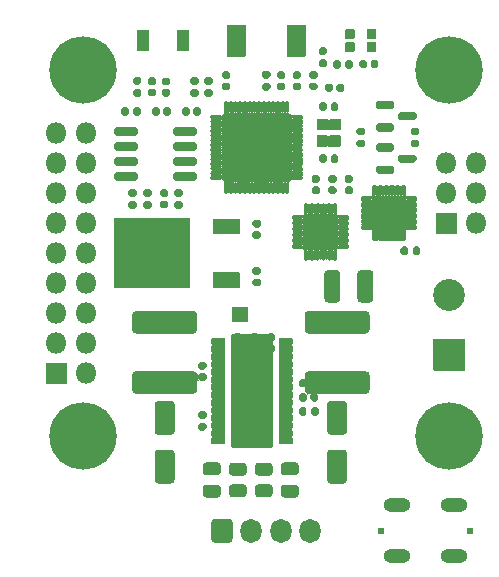
<source format=gbr>
G04 #@! TF.GenerationSoftware,KiCad,Pcbnew,6.0.5-a6ca702e91~116~ubuntu22.04.1*
G04 #@! TF.CreationDate,2022-05-26T03:30:37+02:00*
G04 #@! TF.ProjectId,driver-board,64726976-6572-42d6-926f-6172642e6b69,7ebd5c4*
G04 #@! TF.SameCoordinates,Original*
G04 #@! TF.FileFunction,Soldermask,Top*
G04 #@! TF.FilePolarity,Negative*
%FSLAX46Y46*%
G04 Gerber Fmt 4.6, Leading zero omitted, Abs format (unit mm)*
G04 Created by KiCad (PCBNEW 6.0.5-a6ca702e91~116~ubuntu22.04.1) date 2022-05-26 03:30:37*
%MOMM*%
%LPD*%
G01*
G04 APERTURE LIST*
%ADD10C,5.702000*%
%ADD11O,1.802000X1.802000*%
%ADD12O,1.802000X2.052000*%
%ADD13C,2.702000*%
%ADD14C,0.622000*%
%ADD15O,2.302000X1.202000*%
G04 APERTURE END LIST*
G36*
G01*
X59501000Y-33830000D02*
X59501000Y-34170000D01*
G75*
G02*
X59310000Y-34361000I-191000J0D01*
G01*
X59030000Y-34361000D01*
G75*
G02*
X58839000Y-34170000I0J191000D01*
G01*
X58839000Y-33830000D01*
G75*
G02*
X59030000Y-33639000I191000J0D01*
G01*
X59310000Y-33639000D01*
G75*
G02*
X59501000Y-33830000I0J-191000D01*
G01*
G37*
G36*
G01*
X58541000Y-33830000D02*
X58541000Y-34170000D01*
G75*
G02*
X58350000Y-34361000I-191000J0D01*
G01*
X58070000Y-34361000D01*
G75*
G02*
X57879000Y-34170000I0J191000D01*
G01*
X57879000Y-33830000D01*
G75*
G02*
X58070000Y-33639000I191000J0D01*
G01*
X58350000Y-33639000D01*
G75*
G02*
X58541000Y-33830000I0J-191000D01*
G01*
G37*
G36*
G01*
X44770000Y-65011000D02*
X44430000Y-65011000D01*
G75*
G02*
X44239000Y-64820000I0J191000D01*
G01*
X44239000Y-64540000D01*
G75*
G02*
X44430000Y-64349000I191000J0D01*
G01*
X44770000Y-64349000D01*
G75*
G02*
X44961000Y-64540000I0J-191000D01*
G01*
X44961000Y-64820000D01*
G75*
G02*
X44770000Y-65011000I-191000J0D01*
G01*
G37*
G36*
G01*
X44770000Y-64051000D02*
X44430000Y-64051000D01*
G75*
G02*
X44239000Y-63860000I0J191000D01*
G01*
X44239000Y-63580000D01*
G75*
G02*
X44430000Y-63389000I191000J0D01*
G01*
X44770000Y-63389000D01*
G75*
G02*
X44961000Y-63580000I0J-191000D01*
G01*
X44961000Y-63860000D01*
G75*
G02*
X44770000Y-64051000I-191000J0D01*
G01*
G37*
D10*
X34500000Y-65500000D03*
G36*
G01*
X57321000Y-33815000D02*
X57321000Y-34185000D01*
G75*
G02*
X57135000Y-34371000I-186000J0D01*
G01*
X56865000Y-34371000D01*
G75*
G02*
X56679000Y-34185000I0J186000D01*
G01*
X56679000Y-33815000D01*
G75*
G02*
X56865000Y-33629000I186000J0D01*
G01*
X57135000Y-33629000D01*
G75*
G02*
X57321000Y-33815000I0J-186000D01*
G01*
G37*
G36*
G01*
X56301000Y-33815000D02*
X56301000Y-34185000D01*
G75*
G02*
X56115000Y-34371000I-186000J0D01*
G01*
X55845000Y-34371000D01*
G75*
G02*
X55659000Y-34185000I0J186000D01*
G01*
X55659000Y-33815000D01*
G75*
G02*
X55845000Y-33629000I186000J0D01*
G01*
X56115000Y-33629000D01*
G75*
G02*
X56301000Y-33815000I0J-186000D01*
G01*
G37*
G36*
G01*
X45305000Y-36751000D02*
X44935000Y-36751000D01*
G75*
G02*
X44749000Y-36565000I0J186000D01*
G01*
X44749000Y-36295000D01*
G75*
G02*
X44935000Y-36109000I186000J0D01*
G01*
X45305000Y-36109000D01*
G75*
G02*
X45491000Y-36295000I0J-186000D01*
G01*
X45491000Y-36565000D01*
G75*
G02*
X45305000Y-36751000I-186000J0D01*
G01*
G37*
G36*
G01*
X45305000Y-35731000D02*
X44935000Y-35731000D01*
G75*
G02*
X44749000Y-35545000I0J186000D01*
G01*
X44749000Y-35275000D01*
G75*
G02*
X44935000Y-35089000I186000J0D01*
G01*
X45305000Y-35089000D01*
G75*
G02*
X45491000Y-35275000I0J-186000D01*
G01*
X45491000Y-35545000D01*
G75*
G02*
X45305000Y-35731000I-186000J0D01*
G01*
G37*
G36*
G01*
X47415000Y-56769000D02*
X47785000Y-56769000D01*
G75*
G02*
X47971000Y-56955000I0J-186000D01*
G01*
X47971000Y-57225000D01*
G75*
G02*
X47785000Y-57411000I-186000J0D01*
G01*
X47415000Y-57411000D01*
G75*
G02*
X47229000Y-57225000I0J186000D01*
G01*
X47229000Y-56955000D01*
G75*
G02*
X47415000Y-56769000I186000J0D01*
G01*
G37*
G36*
G01*
X47415000Y-57789000D02*
X47785000Y-57789000D01*
G75*
G02*
X47971000Y-57975000I0J-186000D01*
G01*
X47971000Y-58245000D01*
G75*
G02*
X47785000Y-58431000I-186000J0D01*
G01*
X47415000Y-58431000D01*
G75*
G02*
X47229000Y-58245000I0J186000D01*
G01*
X47229000Y-57975000D01*
G75*
G02*
X47415000Y-57789000I186000J0D01*
G01*
G37*
X65500000Y-34500000D03*
X65500000Y-65500000D03*
X34500000Y-34500000D03*
G36*
G01*
X33121000Y-59310000D02*
X33121000Y-61010000D01*
G75*
G02*
X33070000Y-61061000I-51000J0D01*
G01*
X31370000Y-61061000D01*
G75*
G02*
X31319000Y-61010000I0J51000D01*
G01*
X31319000Y-59310000D01*
G75*
G02*
X31370000Y-59259000I51000J0D01*
G01*
X33070000Y-59259000D01*
G75*
G02*
X33121000Y-59310000I0J-51000D01*
G01*
G37*
D11*
X34760000Y-60160000D03*
X32220000Y-57620000D03*
X34760000Y-57620000D03*
X32220000Y-55080000D03*
X34760000Y-55080000D03*
X32220000Y-52540000D03*
X34760000Y-52540000D03*
X32220000Y-50000000D03*
X34760000Y-50000000D03*
X32220000Y-47460000D03*
X34760000Y-47460000D03*
X32220000Y-44920000D03*
X34760000Y-44920000D03*
X32220000Y-42380000D03*
X34760000Y-42380000D03*
X32220000Y-39840000D03*
X34760000Y-39840000D03*
G36*
G01*
X58450000Y-61901000D02*
X53550000Y-61901000D01*
G75*
G02*
X53249000Y-61600000I0J301000D01*
G01*
X53249000Y-60300000D01*
G75*
G02*
X53550000Y-59999000I301000J0D01*
G01*
X58450000Y-59999000D01*
G75*
G02*
X58751000Y-60300000I0J-301000D01*
G01*
X58751000Y-61600000D01*
G75*
G02*
X58450000Y-61901000I-301000J0D01*
G01*
G37*
G36*
G01*
X58450000Y-56801000D02*
X53550000Y-56801000D01*
G75*
G02*
X53249000Y-56500000I0J301000D01*
G01*
X53249000Y-55200000D01*
G75*
G02*
X53550000Y-54899000I301000J0D01*
G01*
X58450000Y-54899000D01*
G75*
G02*
X58751000Y-55200000I0J-301000D01*
G01*
X58751000Y-56500000D01*
G75*
G02*
X58450000Y-56801000I-301000J0D01*
G01*
G37*
G36*
G01*
X51525000Y-67699000D02*
X52475000Y-67699000D01*
G75*
G02*
X52776000Y-68000000I0J-301000D01*
G01*
X52776000Y-68500000D01*
G75*
G02*
X52475000Y-68801000I-301000J0D01*
G01*
X51525000Y-68801000D01*
G75*
G02*
X51224000Y-68500000I0J301000D01*
G01*
X51224000Y-68000000D01*
G75*
G02*
X51525000Y-67699000I301000J0D01*
G01*
G37*
G36*
G01*
X51525000Y-69599000D02*
X52475000Y-69599000D01*
G75*
G02*
X52776000Y-69900000I0J-301000D01*
G01*
X52776000Y-70400000D01*
G75*
G02*
X52475000Y-70701000I-301000J0D01*
G01*
X51525000Y-70701000D01*
G75*
G02*
X51224000Y-70400000I0J301000D01*
G01*
X51224000Y-69900000D01*
G75*
G02*
X51525000Y-69599000I301000J0D01*
G01*
G37*
G36*
G01*
X48050000Y-70676000D02*
X47150000Y-70676000D01*
G75*
G02*
X46849000Y-70375000I0J301000D01*
G01*
X46849000Y-69850000D01*
G75*
G02*
X47150000Y-69549000I301000J0D01*
G01*
X48050000Y-69549000D01*
G75*
G02*
X48351000Y-69850000I0J-301000D01*
G01*
X48351000Y-70375000D01*
G75*
G02*
X48050000Y-70676000I-301000J0D01*
G01*
G37*
G36*
G01*
X48050000Y-68851000D02*
X47150000Y-68851000D01*
G75*
G02*
X46849000Y-68550000I0J301000D01*
G01*
X46849000Y-68025000D01*
G75*
G02*
X47150000Y-67724000I301000J0D01*
G01*
X48050000Y-67724000D01*
G75*
G02*
X48351000Y-68025000I0J-301000D01*
G01*
X48351000Y-68550000D01*
G75*
G02*
X48050000Y-68851000I-301000J0D01*
G01*
G37*
G36*
G01*
X44925000Y-67699000D02*
X45875000Y-67699000D01*
G75*
G02*
X46176000Y-68000000I0J-301000D01*
G01*
X46176000Y-68500000D01*
G75*
G02*
X45875000Y-68801000I-301000J0D01*
G01*
X44925000Y-68801000D01*
G75*
G02*
X44624000Y-68500000I0J301000D01*
G01*
X44624000Y-68000000D01*
G75*
G02*
X44925000Y-67699000I301000J0D01*
G01*
G37*
G36*
G01*
X44925000Y-69599000D02*
X45875000Y-69599000D01*
G75*
G02*
X46176000Y-69900000I0J-301000D01*
G01*
X46176000Y-70400000D01*
G75*
G02*
X45875000Y-70701000I-301000J0D01*
G01*
X44925000Y-70701000D01*
G75*
G02*
X44624000Y-70400000I0J301000D01*
G01*
X44624000Y-69900000D01*
G75*
G02*
X44925000Y-69599000I301000J0D01*
G01*
G37*
G36*
G01*
X45349000Y-74225000D02*
X45349000Y-72775000D01*
G75*
G02*
X45650000Y-72474000I301000J0D01*
G01*
X46850000Y-72474000D01*
G75*
G02*
X47151000Y-72775000I0J-301000D01*
G01*
X47151000Y-74225000D01*
G75*
G02*
X46850000Y-74526000I-301000J0D01*
G01*
X45650000Y-74526000D01*
G75*
G02*
X45349000Y-74225000I0J301000D01*
G01*
G37*
D12*
X48750000Y-73500000D03*
X51250000Y-73500000D03*
X53750000Y-73500000D03*
G36*
G01*
X44105000Y-36751000D02*
X43735000Y-36751000D01*
G75*
G02*
X43549000Y-36565000I0J186000D01*
G01*
X43549000Y-36295000D01*
G75*
G02*
X43735000Y-36109000I186000J0D01*
G01*
X44105000Y-36109000D01*
G75*
G02*
X44291000Y-36295000I0J-186000D01*
G01*
X44291000Y-36565000D01*
G75*
G02*
X44105000Y-36751000I-186000J0D01*
G01*
G37*
G36*
G01*
X44105000Y-35731000D02*
X43735000Y-35731000D01*
G75*
G02*
X43549000Y-35545000I0J186000D01*
G01*
X43549000Y-35275000D01*
G75*
G02*
X43735000Y-35089000I186000J0D01*
G01*
X44105000Y-35089000D01*
G75*
G02*
X44291000Y-35275000I0J-186000D01*
G01*
X44291000Y-35545000D01*
G75*
G02*
X44105000Y-35731000I-186000J0D01*
G01*
G37*
G36*
G01*
X59316000Y-32200000D02*
X59316000Y-32900000D01*
G75*
G02*
X59265000Y-32951000I-51000J0D01*
G01*
X58565000Y-32951000D01*
G75*
G02*
X58514000Y-32900000I0J51000D01*
G01*
X58514000Y-32200000D01*
G75*
G02*
X58565000Y-32149000I51000J0D01*
G01*
X59265000Y-32149000D01*
G75*
G02*
X59316000Y-32200000I0J-51000D01*
G01*
G37*
G36*
G01*
X59316000Y-31100000D02*
X59316000Y-31800000D01*
G75*
G02*
X59265000Y-31851000I-51000J0D01*
G01*
X58565000Y-31851000D01*
G75*
G02*
X58514000Y-31800000I0J51000D01*
G01*
X58514000Y-31100000D01*
G75*
G02*
X58565000Y-31049000I51000J0D01*
G01*
X59265000Y-31049000D01*
G75*
G02*
X59316000Y-31100000I0J-51000D01*
G01*
G37*
G36*
G01*
X57486000Y-31100000D02*
X57486000Y-31800000D01*
G75*
G02*
X57435000Y-31851000I-51000J0D01*
G01*
X56735000Y-31851000D01*
G75*
G02*
X56684000Y-31800000I0J51000D01*
G01*
X56684000Y-31100000D01*
G75*
G02*
X56735000Y-31049000I51000J0D01*
G01*
X57435000Y-31049000D01*
G75*
G02*
X57486000Y-31100000I0J-51000D01*
G01*
G37*
G36*
G01*
X57486000Y-32200000D02*
X57486000Y-32900000D01*
G75*
G02*
X57435000Y-32951000I-51000J0D01*
G01*
X56735000Y-32951000D01*
G75*
G02*
X56684000Y-32900000I0J51000D01*
G01*
X56684000Y-32200000D01*
G75*
G02*
X56735000Y-32149000I51000J0D01*
G01*
X57435000Y-32149000D01*
G75*
G02*
X57486000Y-32200000I0J-51000D01*
G01*
G37*
G36*
G01*
X52769000Y-63585000D02*
X52769000Y-63215000D01*
G75*
G02*
X52955000Y-63029000I186000J0D01*
G01*
X53225000Y-63029000D01*
G75*
G02*
X53411000Y-63215000I0J-186000D01*
G01*
X53411000Y-63585000D01*
G75*
G02*
X53225000Y-63771000I-186000J0D01*
G01*
X52955000Y-63771000D01*
G75*
G02*
X52769000Y-63585000I0J186000D01*
G01*
G37*
G36*
G01*
X53789000Y-63585000D02*
X53789000Y-63215000D01*
G75*
G02*
X53975000Y-63029000I186000J0D01*
G01*
X54245000Y-63029000D01*
G75*
G02*
X54431000Y-63215000I0J-186000D01*
G01*
X54431000Y-63585000D01*
G75*
G02*
X54245000Y-63771000I-186000J0D01*
G01*
X53975000Y-63771000D01*
G75*
G02*
X53789000Y-63585000I0J186000D01*
G01*
G37*
G36*
G01*
X44770000Y-60811000D02*
X44430000Y-60811000D01*
G75*
G02*
X44239000Y-60620000I0J191000D01*
G01*
X44239000Y-60340000D01*
G75*
G02*
X44430000Y-60149000I191000J0D01*
G01*
X44770000Y-60149000D01*
G75*
G02*
X44961000Y-60340000I0J-191000D01*
G01*
X44961000Y-60620000D01*
G75*
G02*
X44770000Y-60811000I-191000J0D01*
G01*
G37*
G36*
G01*
X44770000Y-59851000D02*
X44430000Y-59851000D01*
G75*
G02*
X44239000Y-59660000I0J191000D01*
G01*
X44239000Y-59380000D01*
G75*
G02*
X44430000Y-59189000I191000J0D01*
G01*
X44770000Y-59189000D01*
G75*
G02*
X44961000Y-59380000I0J-191000D01*
G01*
X44961000Y-59660000D01*
G75*
G02*
X44770000Y-59851000I-191000J0D01*
G01*
G37*
G36*
G01*
X54411000Y-60830000D02*
X54411000Y-61170000D01*
G75*
G02*
X54220000Y-61361000I-191000J0D01*
G01*
X53940000Y-61361000D01*
G75*
G02*
X53749000Y-61170000I0J191000D01*
G01*
X53749000Y-60830000D01*
G75*
G02*
X53940000Y-60639000I191000J0D01*
G01*
X54220000Y-60639000D01*
G75*
G02*
X54411000Y-60830000I0J-191000D01*
G01*
G37*
G36*
G01*
X53451000Y-60830000D02*
X53451000Y-61170000D01*
G75*
G02*
X53260000Y-61361000I-191000J0D01*
G01*
X52980000Y-61361000D01*
G75*
G02*
X52789000Y-61170000I0J191000D01*
G01*
X52789000Y-60830000D01*
G75*
G02*
X52980000Y-60639000I191000J0D01*
G01*
X53260000Y-60639000D01*
G75*
G02*
X53451000Y-60830000I0J-191000D01*
G01*
G37*
G36*
G01*
X54411000Y-62030000D02*
X54411000Y-62370000D01*
G75*
G02*
X54220000Y-62561000I-191000J0D01*
G01*
X53940000Y-62561000D01*
G75*
G02*
X53749000Y-62370000I0J191000D01*
G01*
X53749000Y-62030000D01*
G75*
G02*
X53940000Y-61839000I191000J0D01*
G01*
X54220000Y-61839000D01*
G75*
G02*
X54411000Y-62030000I0J-191000D01*
G01*
G37*
G36*
G01*
X53451000Y-62030000D02*
X53451000Y-62370000D01*
G75*
G02*
X53260000Y-62561000I-191000J0D01*
G01*
X52980000Y-62561000D01*
G75*
G02*
X52789000Y-62370000I0J191000D01*
G01*
X52789000Y-62030000D01*
G75*
G02*
X52980000Y-61839000I191000J0D01*
G01*
X53260000Y-61839000D01*
G75*
G02*
X53451000Y-62030000I0J-191000D01*
G01*
G37*
G36*
G01*
X50570000Y-58411000D02*
X50230000Y-58411000D01*
G75*
G02*
X50039000Y-58220000I0J191000D01*
G01*
X50039000Y-57940000D01*
G75*
G02*
X50230000Y-57749000I191000J0D01*
G01*
X50570000Y-57749000D01*
G75*
G02*
X50761000Y-57940000I0J-191000D01*
G01*
X50761000Y-58220000D01*
G75*
G02*
X50570000Y-58411000I-191000J0D01*
G01*
G37*
G36*
G01*
X50570000Y-57451000D02*
X50230000Y-57451000D01*
G75*
G02*
X50039000Y-57260000I0J191000D01*
G01*
X50039000Y-56980000D01*
G75*
G02*
X50230000Y-56789000I191000J0D01*
G01*
X50570000Y-56789000D01*
G75*
G02*
X50761000Y-56980000I0J-191000D01*
G01*
X50761000Y-57260000D01*
G75*
G02*
X50570000Y-57451000I-191000J0D01*
G01*
G37*
G36*
G01*
X52174000Y-47012500D02*
X52174000Y-46887500D01*
G75*
G02*
X52287500Y-46774000I113500J0D01*
G01*
X52987500Y-46774000D01*
G75*
G02*
X53101000Y-46887500I0J-113500D01*
G01*
X53101000Y-47012500D01*
G75*
G02*
X52987500Y-47126000I-113500J0D01*
G01*
X52287500Y-47126000D01*
G75*
G02*
X52174000Y-47012500I0J113500D01*
G01*
G37*
G36*
G01*
X52174000Y-47512500D02*
X52174000Y-47387500D01*
G75*
G02*
X52287500Y-47274000I113500J0D01*
G01*
X52987500Y-47274000D01*
G75*
G02*
X53101000Y-47387500I0J-113500D01*
G01*
X53101000Y-47512500D01*
G75*
G02*
X52987500Y-47626000I-113500J0D01*
G01*
X52287500Y-47626000D01*
G75*
G02*
X52174000Y-47512500I0J113500D01*
G01*
G37*
G36*
G01*
X52174000Y-48012500D02*
X52174000Y-47887500D01*
G75*
G02*
X52287500Y-47774000I113500J0D01*
G01*
X52987500Y-47774000D01*
G75*
G02*
X53101000Y-47887500I0J-113500D01*
G01*
X53101000Y-48012500D01*
G75*
G02*
X52987500Y-48126000I-113500J0D01*
G01*
X52287500Y-48126000D01*
G75*
G02*
X52174000Y-48012500I0J113500D01*
G01*
G37*
G36*
G01*
X52174000Y-48512500D02*
X52174000Y-48387500D01*
G75*
G02*
X52287500Y-48274000I113500J0D01*
G01*
X52987500Y-48274000D01*
G75*
G02*
X53101000Y-48387500I0J-113500D01*
G01*
X53101000Y-48512500D01*
G75*
G02*
X52987500Y-48626000I-113500J0D01*
G01*
X52287500Y-48626000D01*
G75*
G02*
X52174000Y-48512500I0J113500D01*
G01*
G37*
G36*
G01*
X52174000Y-49012500D02*
X52174000Y-48887500D01*
G75*
G02*
X52287500Y-48774000I113500J0D01*
G01*
X52987500Y-48774000D01*
G75*
G02*
X53101000Y-48887500I0J-113500D01*
G01*
X53101000Y-49012500D01*
G75*
G02*
X52987500Y-49126000I-113500J0D01*
G01*
X52287500Y-49126000D01*
G75*
G02*
X52174000Y-49012500I0J113500D01*
G01*
G37*
G36*
G01*
X52174000Y-49512500D02*
X52174000Y-49387500D01*
G75*
G02*
X52287500Y-49274000I113500J0D01*
G01*
X52987500Y-49274000D01*
G75*
G02*
X53101000Y-49387500I0J-113500D01*
G01*
X53101000Y-49512500D01*
G75*
G02*
X52987500Y-49626000I-113500J0D01*
G01*
X52287500Y-49626000D01*
G75*
G02*
X52174000Y-49512500I0J113500D01*
G01*
G37*
G36*
G01*
X53174000Y-50512500D02*
X53174000Y-49812500D01*
G75*
G02*
X53287500Y-49699000I113500J0D01*
G01*
X53412500Y-49699000D01*
G75*
G02*
X53526000Y-49812500I0J-113500D01*
G01*
X53526000Y-50512500D01*
G75*
G02*
X53412500Y-50626000I-113500J0D01*
G01*
X53287500Y-50626000D01*
G75*
G02*
X53174000Y-50512500I0J113500D01*
G01*
G37*
G36*
G01*
X53674000Y-50512500D02*
X53674000Y-49812500D01*
G75*
G02*
X53787500Y-49699000I113500J0D01*
G01*
X53912500Y-49699000D01*
G75*
G02*
X54026000Y-49812500I0J-113500D01*
G01*
X54026000Y-50512500D01*
G75*
G02*
X53912500Y-50626000I-113500J0D01*
G01*
X53787500Y-50626000D01*
G75*
G02*
X53674000Y-50512500I0J113500D01*
G01*
G37*
G36*
G01*
X54174000Y-50512500D02*
X54174000Y-49812500D01*
G75*
G02*
X54287500Y-49699000I113500J0D01*
G01*
X54412500Y-49699000D01*
G75*
G02*
X54526000Y-49812500I0J-113500D01*
G01*
X54526000Y-50512500D01*
G75*
G02*
X54412500Y-50626000I-113500J0D01*
G01*
X54287500Y-50626000D01*
G75*
G02*
X54174000Y-50512500I0J113500D01*
G01*
G37*
G36*
G01*
X54674000Y-50512500D02*
X54674000Y-49812500D01*
G75*
G02*
X54787500Y-49699000I113500J0D01*
G01*
X54912500Y-49699000D01*
G75*
G02*
X55026000Y-49812500I0J-113500D01*
G01*
X55026000Y-50512500D01*
G75*
G02*
X54912500Y-50626000I-113500J0D01*
G01*
X54787500Y-50626000D01*
G75*
G02*
X54674000Y-50512500I0J113500D01*
G01*
G37*
G36*
G01*
X55174000Y-50512500D02*
X55174000Y-49812500D01*
G75*
G02*
X55287500Y-49699000I113500J0D01*
G01*
X55412500Y-49699000D01*
G75*
G02*
X55526000Y-49812500I0J-113500D01*
G01*
X55526000Y-50512500D01*
G75*
G02*
X55412500Y-50626000I-113500J0D01*
G01*
X55287500Y-50626000D01*
G75*
G02*
X55174000Y-50512500I0J113500D01*
G01*
G37*
G36*
G01*
X55674000Y-50512500D02*
X55674000Y-49812500D01*
G75*
G02*
X55787500Y-49699000I113500J0D01*
G01*
X55912500Y-49699000D01*
G75*
G02*
X56026000Y-49812500I0J-113500D01*
G01*
X56026000Y-50512500D01*
G75*
G02*
X55912500Y-50626000I-113500J0D01*
G01*
X55787500Y-50626000D01*
G75*
G02*
X55674000Y-50512500I0J113500D01*
G01*
G37*
G36*
G01*
X56099000Y-49512500D02*
X56099000Y-49387500D01*
G75*
G02*
X56212500Y-49274000I113500J0D01*
G01*
X56912500Y-49274000D01*
G75*
G02*
X57026000Y-49387500I0J-113500D01*
G01*
X57026000Y-49512500D01*
G75*
G02*
X56912500Y-49626000I-113500J0D01*
G01*
X56212500Y-49626000D01*
G75*
G02*
X56099000Y-49512500I0J113500D01*
G01*
G37*
G36*
G01*
X56099000Y-49012500D02*
X56099000Y-48887500D01*
G75*
G02*
X56212500Y-48774000I113500J0D01*
G01*
X56912500Y-48774000D01*
G75*
G02*
X57026000Y-48887500I0J-113500D01*
G01*
X57026000Y-49012500D01*
G75*
G02*
X56912500Y-49126000I-113500J0D01*
G01*
X56212500Y-49126000D01*
G75*
G02*
X56099000Y-49012500I0J113500D01*
G01*
G37*
G36*
G01*
X56099000Y-48512500D02*
X56099000Y-48387500D01*
G75*
G02*
X56212500Y-48274000I113500J0D01*
G01*
X56912500Y-48274000D01*
G75*
G02*
X57026000Y-48387500I0J-113500D01*
G01*
X57026000Y-48512500D01*
G75*
G02*
X56912500Y-48626000I-113500J0D01*
G01*
X56212500Y-48626000D01*
G75*
G02*
X56099000Y-48512500I0J113500D01*
G01*
G37*
G36*
G01*
X56099000Y-48012500D02*
X56099000Y-47887500D01*
G75*
G02*
X56212500Y-47774000I113500J0D01*
G01*
X56912500Y-47774000D01*
G75*
G02*
X57026000Y-47887500I0J-113500D01*
G01*
X57026000Y-48012500D01*
G75*
G02*
X56912500Y-48126000I-113500J0D01*
G01*
X56212500Y-48126000D01*
G75*
G02*
X56099000Y-48012500I0J113500D01*
G01*
G37*
G36*
G01*
X56099000Y-47512500D02*
X56099000Y-47387500D01*
G75*
G02*
X56212500Y-47274000I113500J0D01*
G01*
X56912500Y-47274000D01*
G75*
G02*
X57026000Y-47387500I0J-113500D01*
G01*
X57026000Y-47512500D01*
G75*
G02*
X56912500Y-47626000I-113500J0D01*
G01*
X56212500Y-47626000D01*
G75*
G02*
X56099000Y-47512500I0J113500D01*
G01*
G37*
G36*
G01*
X56099000Y-47012500D02*
X56099000Y-46887500D01*
G75*
G02*
X56212500Y-46774000I113500J0D01*
G01*
X56912500Y-46774000D01*
G75*
G02*
X57026000Y-46887500I0J-113500D01*
G01*
X57026000Y-47012500D01*
G75*
G02*
X56912500Y-47126000I-113500J0D01*
G01*
X56212500Y-47126000D01*
G75*
G02*
X56099000Y-47012500I0J113500D01*
G01*
G37*
G36*
G01*
X55674000Y-46587500D02*
X55674000Y-45887500D01*
G75*
G02*
X55787500Y-45774000I113500J0D01*
G01*
X55912500Y-45774000D01*
G75*
G02*
X56026000Y-45887500I0J-113500D01*
G01*
X56026000Y-46587500D01*
G75*
G02*
X55912500Y-46701000I-113500J0D01*
G01*
X55787500Y-46701000D01*
G75*
G02*
X55674000Y-46587500I0J113500D01*
G01*
G37*
G36*
G01*
X55174000Y-46587500D02*
X55174000Y-45887500D01*
G75*
G02*
X55287500Y-45774000I113500J0D01*
G01*
X55412500Y-45774000D01*
G75*
G02*
X55526000Y-45887500I0J-113500D01*
G01*
X55526000Y-46587500D01*
G75*
G02*
X55412500Y-46701000I-113500J0D01*
G01*
X55287500Y-46701000D01*
G75*
G02*
X55174000Y-46587500I0J113500D01*
G01*
G37*
G36*
G01*
X54674000Y-46587500D02*
X54674000Y-45887500D01*
G75*
G02*
X54787500Y-45774000I113500J0D01*
G01*
X54912500Y-45774000D01*
G75*
G02*
X55026000Y-45887500I0J-113500D01*
G01*
X55026000Y-46587500D01*
G75*
G02*
X54912500Y-46701000I-113500J0D01*
G01*
X54787500Y-46701000D01*
G75*
G02*
X54674000Y-46587500I0J113500D01*
G01*
G37*
G36*
G01*
X54174000Y-46587500D02*
X54174000Y-45887500D01*
G75*
G02*
X54287500Y-45774000I113500J0D01*
G01*
X54412500Y-45774000D01*
G75*
G02*
X54526000Y-45887500I0J-113500D01*
G01*
X54526000Y-46587500D01*
G75*
G02*
X54412500Y-46701000I-113500J0D01*
G01*
X54287500Y-46701000D01*
G75*
G02*
X54174000Y-46587500I0J113500D01*
G01*
G37*
G36*
G01*
X53674000Y-46587500D02*
X53674000Y-45887500D01*
G75*
G02*
X53787500Y-45774000I113500J0D01*
G01*
X53912500Y-45774000D01*
G75*
G02*
X54026000Y-45887500I0J-113500D01*
G01*
X54026000Y-46587500D01*
G75*
G02*
X53912500Y-46701000I-113500J0D01*
G01*
X53787500Y-46701000D01*
G75*
G02*
X53674000Y-46587500I0J113500D01*
G01*
G37*
G36*
G01*
X53174000Y-46587500D02*
X53174000Y-45887500D01*
G75*
G02*
X53287500Y-45774000I113500J0D01*
G01*
X53412500Y-45774000D01*
G75*
G02*
X53526000Y-45887500I0J-113500D01*
G01*
X53526000Y-46587500D01*
G75*
G02*
X53412500Y-46701000I-113500J0D01*
G01*
X53287500Y-46701000D01*
G75*
G02*
X53174000Y-46587500I0J113500D01*
G01*
G37*
G36*
G01*
X53199000Y-49550000D02*
X53199000Y-46850000D01*
G75*
G02*
X53250000Y-46799000I51000J0D01*
G01*
X55950000Y-46799000D01*
G75*
G02*
X56001000Y-46850000I0J-51000D01*
G01*
X56001000Y-49550000D01*
G75*
G02*
X55950000Y-49601000I-51000J0D01*
G01*
X53250000Y-49601000D01*
G75*
G02*
X53199000Y-49550000I0J51000D01*
G01*
G37*
G36*
G01*
X55450000Y-62499000D02*
X56550000Y-62499000D01*
G75*
G02*
X56851000Y-62800000I0J-301000D01*
G01*
X56851000Y-65075000D01*
G75*
G02*
X56550000Y-65376000I-301000J0D01*
G01*
X55450000Y-65376000D01*
G75*
G02*
X55149000Y-65075000I0J301000D01*
G01*
X55149000Y-62800000D01*
G75*
G02*
X55450000Y-62499000I301000J0D01*
G01*
G37*
G36*
G01*
X55450000Y-66624000D02*
X56550000Y-66624000D01*
G75*
G02*
X56851000Y-66925000I0J-301000D01*
G01*
X56851000Y-69200000D01*
G75*
G02*
X56550000Y-69501000I-301000J0D01*
G01*
X55450000Y-69501000D01*
G75*
G02*
X55149000Y-69200000I0J301000D01*
G01*
X55149000Y-66925000D01*
G75*
G02*
X55450000Y-66624000I301000J0D01*
G01*
G37*
G36*
G01*
X40850000Y-62499000D02*
X41950000Y-62499000D01*
G75*
G02*
X42251000Y-62800000I0J-301000D01*
G01*
X42251000Y-65075000D01*
G75*
G02*
X41950000Y-65376000I-301000J0D01*
G01*
X40850000Y-65376000D01*
G75*
G02*
X40549000Y-65075000I0J301000D01*
G01*
X40549000Y-62800000D01*
G75*
G02*
X40850000Y-62499000I301000J0D01*
G01*
G37*
G36*
G01*
X40850000Y-66624000D02*
X41950000Y-66624000D01*
G75*
G02*
X42251000Y-66925000I0J-301000D01*
G01*
X42251000Y-69200000D01*
G75*
G02*
X41950000Y-69501000I-301000J0D01*
G01*
X40850000Y-69501000D01*
G75*
G02*
X40549000Y-69200000I0J301000D01*
G01*
X40549000Y-66925000D01*
G75*
G02*
X40850000Y-66624000I301000J0D01*
G01*
G37*
G36*
G01*
X50250000Y-70676000D02*
X49350000Y-70676000D01*
G75*
G02*
X49049000Y-70375000I0J301000D01*
G01*
X49049000Y-69850000D01*
G75*
G02*
X49350000Y-69549000I301000J0D01*
G01*
X50250000Y-69549000D01*
G75*
G02*
X50551000Y-69850000I0J-301000D01*
G01*
X50551000Y-70375000D01*
G75*
G02*
X50250000Y-70676000I-301000J0D01*
G01*
G37*
G36*
G01*
X50250000Y-68851000D02*
X49350000Y-68851000D01*
G75*
G02*
X49049000Y-68550000I0J301000D01*
G01*
X49049000Y-68025000D01*
G75*
G02*
X49350000Y-67724000I301000J0D01*
G01*
X50250000Y-67724000D01*
G75*
G02*
X50551000Y-68025000I0J-301000D01*
G01*
X50551000Y-68550000D01*
G75*
G02*
X50250000Y-68851000I-301000J0D01*
G01*
G37*
G36*
G01*
X52251000Y-65705000D02*
X52251000Y-66105000D01*
G75*
G02*
X52200000Y-66156000I-51000J0D01*
G01*
X51100000Y-66156000D01*
G75*
G02*
X51049000Y-66105000I0J51000D01*
G01*
X51049000Y-65705000D01*
G75*
G02*
X51100000Y-65654000I51000J0D01*
G01*
X52200000Y-65654000D01*
G75*
G02*
X52251000Y-65705000I0J-51000D01*
G01*
G37*
G36*
G01*
X52251000Y-65055000D02*
X52251000Y-65455000D01*
G75*
G02*
X52200000Y-65506000I-51000J0D01*
G01*
X51100000Y-65506000D01*
G75*
G02*
X51049000Y-65455000I0J51000D01*
G01*
X51049000Y-65055000D01*
G75*
G02*
X51100000Y-65004000I51000J0D01*
G01*
X52200000Y-65004000D01*
G75*
G02*
X52251000Y-65055000I0J-51000D01*
G01*
G37*
G36*
G01*
X52251000Y-64405000D02*
X52251000Y-64805000D01*
G75*
G02*
X52200000Y-64856000I-51000J0D01*
G01*
X51100000Y-64856000D01*
G75*
G02*
X51049000Y-64805000I0J51000D01*
G01*
X51049000Y-64405000D01*
G75*
G02*
X51100000Y-64354000I51000J0D01*
G01*
X52200000Y-64354000D01*
G75*
G02*
X52251000Y-64405000I0J-51000D01*
G01*
G37*
G36*
G01*
X52251000Y-63755000D02*
X52251000Y-64155000D01*
G75*
G02*
X52200000Y-64206000I-51000J0D01*
G01*
X51100000Y-64206000D01*
G75*
G02*
X51049000Y-64155000I0J51000D01*
G01*
X51049000Y-63755000D01*
G75*
G02*
X51100000Y-63704000I51000J0D01*
G01*
X52200000Y-63704000D01*
G75*
G02*
X52251000Y-63755000I0J-51000D01*
G01*
G37*
G36*
G01*
X52251000Y-63105000D02*
X52251000Y-63505000D01*
G75*
G02*
X52200000Y-63556000I-51000J0D01*
G01*
X51100000Y-63556000D01*
G75*
G02*
X51049000Y-63505000I0J51000D01*
G01*
X51049000Y-63105000D01*
G75*
G02*
X51100000Y-63054000I51000J0D01*
G01*
X52200000Y-63054000D01*
G75*
G02*
X52251000Y-63105000I0J-51000D01*
G01*
G37*
G36*
G01*
X52251000Y-62455000D02*
X52251000Y-62855000D01*
G75*
G02*
X52200000Y-62906000I-51000J0D01*
G01*
X51100000Y-62906000D01*
G75*
G02*
X51049000Y-62855000I0J51000D01*
G01*
X51049000Y-62455000D01*
G75*
G02*
X51100000Y-62404000I51000J0D01*
G01*
X52200000Y-62404000D01*
G75*
G02*
X52251000Y-62455000I0J-51000D01*
G01*
G37*
G36*
G01*
X52251000Y-61805000D02*
X52251000Y-62205000D01*
G75*
G02*
X52200000Y-62256000I-51000J0D01*
G01*
X51100000Y-62256000D01*
G75*
G02*
X51049000Y-62205000I0J51000D01*
G01*
X51049000Y-61805000D01*
G75*
G02*
X51100000Y-61754000I51000J0D01*
G01*
X52200000Y-61754000D01*
G75*
G02*
X52251000Y-61805000I0J-51000D01*
G01*
G37*
G36*
G01*
X52251000Y-61155000D02*
X52251000Y-61555000D01*
G75*
G02*
X52200000Y-61606000I-51000J0D01*
G01*
X51100000Y-61606000D01*
G75*
G02*
X51049000Y-61555000I0J51000D01*
G01*
X51049000Y-61155000D01*
G75*
G02*
X51100000Y-61104000I51000J0D01*
G01*
X52200000Y-61104000D01*
G75*
G02*
X52251000Y-61155000I0J-51000D01*
G01*
G37*
G36*
G01*
X52251000Y-60505000D02*
X52251000Y-60905000D01*
G75*
G02*
X52200000Y-60956000I-51000J0D01*
G01*
X51100000Y-60956000D01*
G75*
G02*
X51049000Y-60905000I0J51000D01*
G01*
X51049000Y-60505000D01*
G75*
G02*
X51100000Y-60454000I51000J0D01*
G01*
X52200000Y-60454000D01*
G75*
G02*
X52251000Y-60505000I0J-51000D01*
G01*
G37*
G36*
G01*
X52251000Y-59855000D02*
X52251000Y-60255000D01*
G75*
G02*
X52200000Y-60306000I-51000J0D01*
G01*
X51100000Y-60306000D01*
G75*
G02*
X51049000Y-60255000I0J51000D01*
G01*
X51049000Y-59855000D01*
G75*
G02*
X51100000Y-59804000I51000J0D01*
G01*
X52200000Y-59804000D01*
G75*
G02*
X52251000Y-59855000I0J-51000D01*
G01*
G37*
G36*
G01*
X52251000Y-59205000D02*
X52251000Y-59605000D01*
G75*
G02*
X52200000Y-59656000I-51000J0D01*
G01*
X51100000Y-59656000D01*
G75*
G02*
X51049000Y-59605000I0J51000D01*
G01*
X51049000Y-59205000D01*
G75*
G02*
X51100000Y-59154000I51000J0D01*
G01*
X52200000Y-59154000D01*
G75*
G02*
X52251000Y-59205000I0J-51000D01*
G01*
G37*
G36*
G01*
X52251000Y-58555000D02*
X52251000Y-58955000D01*
G75*
G02*
X52200000Y-59006000I-51000J0D01*
G01*
X51100000Y-59006000D01*
G75*
G02*
X51049000Y-58955000I0J51000D01*
G01*
X51049000Y-58555000D01*
G75*
G02*
X51100000Y-58504000I51000J0D01*
G01*
X52200000Y-58504000D01*
G75*
G02*
X52251000Y-58555000I0J-51000D01*
G01*
G37*
G36*
G01*
X52251000Y-57905000D02*
X52251000Y-58305000D01*
G75*
G02*
X52200000Y-58356000I-51000J0D01*
G01*
X51100000Y-58356000D01*
G75*
G02*
X51049000Y-58305000I0J51000D01*
G01*
X51049000Y-57905000D01*
G75*
G02*
X51100000Y-57854000I51000J0D01*
G01*
X52200000Y-57854000D01*
G75*
G02*
X52251000Y-57905000I0J-51000D01*
G01*
G37*
G36*
G01*
X52251000Y-57255000D02*
X52251000Y-57655000D01*
G75*
G02*
X52200000Y-57706000I-51000J0D01*
G01*
X51100000Y-57706000D01*
G75*
G02*
X51049000Y-57655000I0J51000D01*
G01*
X51049000Y-57255000D01*
G75*
G02*
X51100000Y-57204000I51000J0D01*
G01*
X52200000Y-57204000D01*
G75*
G02*
X52251000Y-57255000I0J-51000D01*
G01*
G37*
G36*
G01*
X46551000Y-57255000D02*
X46551000Y-57655000D01*
G75*
G02*
X46500000Y-57706000I-51000J0D01*
G01*
X45400000Y-57706000D01*
G75*
G02*
X45349000Y-57655000I0J51000D01*
G01*
X45349000Y-57255000D01*
G75*
G02*
X45400000Y-57204000I51000J0D01*
G01*
X46500000Y-57204000D01*
G75*
G02*
X46551000Y-57255000I0J-51000D01*
G01*
G37*
G36*
G01*
X46551000Y-57905000D02*
X46551000Y-58305000D01*
G75*
G02*
X46500000Y-58356000I-51000J0D01*
G01*
X45400000Y-58356000D01*
G75*
G02*
X45349000Y-58305000I0J51000D01*
G01*
X45349000Y-57905000D01*
G75*
G02*
X45400000Y-57854000I51000J0D01*
G01*
X46500000Y-57854000D01*
G75*
G02*
X46551000Y-57905000I0J-51000D01*
G01*
G37*
G36*
G01*
X46551000Y-58555000D02*
X46551000Y-58955000D01*
G75*
G02*
X46500000Y-59006000I-51000J0D01*
G01*
X45400000Y-59006000D01*
G75*
G02*
X45349000Y-58955000I0J51000D01*
G01*
X45349000Y-58555000D01*
G75*
G02*
X45400000Y-58504000I51000J0D01*
G01*
X46500000Y-58504000D01*
G75*
G02*
X46551000Y-58555000I0J-51000D01*
G01*
G37*
G36*
G01*
X46551000Y-59205000D02*
X46551000Y-59605000D01*
G75*
G02*
X46500000Y-59656000I-51000J0D01*
G01*
X45400000Y-59656000D01*
G75*
G02*
X45349000Y-59605000I0J51000D01*
G01*
X45349000Y-59205000D01*
G75*
G02*
X45400000Y-59154000I51000J0D01*
G01*
X46500000Y-59154000D01*
G75*
G02*
X46551000Y-59205000I0J-51000D01*
G01*
G37*
G36*
G01*
X46551000Y-59855000D02*
X46551000Y-60255000D01*
G75*
G02*
X46500000Y-60306000I-51000J0D01*
G01*
X45400000Y-60306000D01*
G75*
G02*
X45349000Y-60255000I0J51000D01*
G01*
X45349000Y-59855000D01*
G75*
G02*
X45400000Y-59804000I51000J0D01*
G01*
X46500000Y-59804000D01*
G75*
G02*
X46551000Y-59855000I0J-51000D01*
G01*
G37*
G36*
G01*
X46551000Y-60505000D02*
X46551000Y-60905000D01*
G75*
G02*
X46500000Y-60956000I-51000J0D01*
G01*
X45400000Y-60956000D01*
G75*
G02*
X45349000Y-60905000I0J51000D01*
G01*
X45349000Y-60505000D01*
G75*
G02*
X45400000Y-60454000I51000J0D01*
G01*
X46500000Y-60454000D01*
G75*
G02*
X46551000Y-60505000I0J-51000D01*
G01*
G37*
G36*
G01*
X46551000Y-61155000D02*
X46551000Y-61555000D01*
G75*
G02*
X46500000Y-61606000I-51000J0D01*
G01*
X45400000Y-61606000D01*
G75*
G02*
X45349000Y-61555000I0J51000D01*
G01*
X45349000Y-61155000D01*
G75*
G02*
X45400000Y-61104000I51000J0D01*
G01*
X46500000Y-61104000D01*
G75*
G02*
X46551000Y-61155000I0J-51000D01*
G01*
G37*
G36*
G01*
X46551000Y-61805000D02*
X46551000Y-62205000D01*
G75*
G02*
X46500000Y-62256000I-51000J0D01*
G01*
X45400000Y-62256000D01*
G75*
G02*
X45349000Y-62205000I0J51000D01*
G01*
X45349000Y-61805000D01*
G75*
G02*
X45400000Y-61754000I51000J0D01*
G01*
X46500000Y-61754000D01*
G75*
G02*
X46551000Y-61805000I0J-51000D01*
G01*
G37*
G36*
G01*
X46551000Y-62455000D02*
X46551000Y-62855000D01*
G75*
G02*
X46500000Y-62906000I-51000J0D01*
G01*
X45400000Y-62906000D01*
G75*
G02*
X45349000Y-62855000I0J51000D01*
G01*
X45349000Y-62455000D01*
G75*
G02*
X45400000Y-62404000I51000J0D01*
G01*
X46500000Y-62404000D01*
G75*
G02*
X46551000Y-62455000I0J-51000D01*
G01*
G37*
G36*
G01*
X46551000Y-63105000D02*
X46551000Y-63505000D01*
G75*
G02*
X46500000Y-63556000I-51000J0D01*
G01*
X45400000Y-63556000D01*
G75*
G02*
X45349000Y-63505000I0J51000D01*
G01*
X45349000Y-63105000D01*
G75*
G02*
X45400000Y-63054000I51000J0D01*
G01*
X46500000Y-63054000D01*
G75*
G02*
X46551000Y-63105000I0J-51000D01*
G01*
G37*
G36*
G01*
X46551000Y-63755000D02*
X46551000Y-64155000D01*
G75*
G02*
X46500000Y-64206000I-51000J0D01*
G01*
X45400000Y-64206000D01*
G75*
G02*
X45349000Y-64155000I0J51000D01*
G01*
X45349000Y-63755000D01*
G75*
G02*
X45400000Y-63704000I51000J0D01*
G01*
X46500000Y-63704000D01*
G75*
G02*
X46551000Y-63755000I0J-51000D01*
G01*
G37*
G36*
G01*
X46551000Y-64405000D02*
X46551000Y-64805000D01*
G75*
G02*
X46500000Y-64856000I-51000J0D01*
G01*
X45400000Y-64856000D01*
G75*
G02*
X45349000Y-64805000I0J51000D01*
G01*
X45349000Y-64405000D01*
G75*
G02*
X45400000Y-64354000I51000J0D01*
G01*
X46500000Y-64354000D01*
G75*
G02*
X46551000Y-64405000I0J-51000D01*
G01*
G37*
G36*
G01*
X46551000Y-65055000D02*
X46551000Y-65455000D01*
G75*
G02*
X46500000Y-65506000I-51000J0D01*
G01*
X45400000Y-65506000D01*
G75*
G02*
X45349000Y-65455000I0J51000D01*
G01*
X45349000Y-65055000D01*
G75*
G02*
X45400000Y-65004000I51000J0D01*
G01*
X46500000Y-65004000D01*
G75*
G02*
X46551000Y-65055000I0J-51000D01*
G01*
G37*
G36*
G01*
X46551000Y-65705000D02*
X46551000Y-66105000D01*
G75*
G02*
X46500000Y-66156000I-51000J0D01*
G01*
X45400000Y-66156000D01*
G75*
G02*
X45349000Y-66105000I0J51000D01*
G01*
X45349000Y-65705000D01*
G75*
G02*
X45400000Y-65654000I51000J0D01*
G01*
X46500000Y-65654000D01*
G75*
G02*
X46551000Y-65705000I0J-51000D01*
G01*
G37*
G36*
G01*
X50551000Y-56930000D02*
X50551000Y-66430000D01*
G75*
G02*
X50500000Y-66481000I-51000J0D01*
G01*
X47100000Y-66481000D01*
G75*
G02*
X47049000Y-66430000I0J51000D01*
G01*
X47049000Y-56930000D01*
G75*
G02*
X47100000Y-56879000I51000J0D01*
G01*
X50500000Y-56879000D01*
G75*
G02*
X50551000Y-56930000I0J-51000D01*
G01*
G37*
G36*
G01*
X43850000Y-61901000D02*
X38950000Y-61901000D01*
G75*
G02*
X38649000Y-61600000I0J301000D01*
G01*
X38649000Y-60300000D01*
G75*
G02*
X38950000Y-59999000I301000J0D01*
G01*
X43850000Y-59999000D01*
G75*
G02*
X44151000Y-60300000I0J-301000D01*
G01*
X44151000Y-61600000D01*
G75*
G02*
X43850000Y-61901000I-301000J0D01*
G01*
G37*
G36*
G01*
X43850000Y-56801000D02*
X38950000Y-56801000D01*
G75*
G02*
X38649000Y-56500000I0J301000D01*
G01*
X38649000Y-55200000D01*
G75*
G02*
X38950000Y-54899000I301000J0D01*
G01*
X43850000Y-54899000D01*
G75*
G02*
X44151000Y-55200000I0J-301000D01*
G01*
X44151000Y-56500000D01*
G75*
G02*
X43850000Y-56801000I-301000J0D01*
G01*
G37*
G36*
G01*
X59076000Y-51725000D02*
X59076000Y-53875000D01*
G75*
G02*
X58775000Y-54176000I-301000J0D01*
G01*
X58025000Y-54176000D01*
G75*
G02*
X57724000Y-53875000I0J301000D01*
G01*
X57724000Y-51725000D01*
G75*
G02*
X58025000Y-51424000I301000J0D01*
G01*
X58775000Y-51424000D01*
G75*
G02*
X59076000Y-51725000I0J-301000D01*
G01*
G37*
G36*
G01*
X56276000Y-51725000D02*
X56276000Y-53875000D01*
G75*
G02*
X55975000Y-54176000I-301000J0D01*
G01*
X55225000Y-54176000D01*
G75*
G02*
X54924000Y-53875000I0J301000D01*
G01*
X54924000Y-51725000D01*
G75*
G02*
X55225000Y-51424000I301000J0D01*
G01*
X55975000Y-51424000D01*
G75*
G02*
X56276000Y-51725000I0J-301000D01*
G01*
G37*
G36*
G01*
X39049000Y-32850000D02*
X39049000Y-31150000D01*
G75*
G02*
X39100000Y-31099000I51000J0D01*
G01*
X40000000Y-31099000D01*
G75*
G02*
X40051000Y-31150000I0J-51000D01*
G01*
X40051000Y-32850000D01*
G75*
G02*
X40000000Y-32901000I-51000J0D01*
G01*
X39100000Y-32901000D01*
G75*
G02*
X39049000Y-32850000I0J51000D01*
G01*
G37*
G36*
G01*
X42449000Y-32850000D02*
X42449000Y-31150000D01*
G75*
G02*
X42500000Y-31099000I51000J0D01*
G01*
X43400000Y-31099000D01*
G75*
G02*
X43451000Y-31150000I0J-51000D01*
G01*
X43451000Y-32850000D01*
G75*
G02*
X43400000Y-32901000I-51000J0D01*
G01*
X42500000Y-32901000D01*
G75*
G02*
X42449000Y-32850000I0J51000D01*
G01*
G37*
G36*
G01*
X46430000Y-34589000D02*
X46770000Y-34589000D01*
G75*
G02*
X46961000Y-34780000I0J-191000D01*
G01*
X46961000Y-35060000D01*
G75*
G02*
X46770000Y-35251000I-191000J0D01*
G01*
X46430000Y-35251000D01*
G75*
G02*
X46239000Y-35060000I0J191000D01*
G01*
X46239000Y-34780000D01*
G75*
G02*
X46430000Y-34589000I191000J0D01*
G01*
G37*
G36*
G01*
X46430000Y-35549000D02*
X46770000Y-35549000D01*
G75*
G02*
X46961000Y-35740000I0J-191000D01*
G01*
X46961000Y-36020000D01*
G75*
G02*
X46770000Y-36211000I-191000J0D01*
G01*
X46430000Y-36211000D01*
G75*
G02*
X46239000Y-36020000I0J191000D01*
G01*
X46239000Y-35740000D01*
G75*
G02*
X46430000Y-35549000I191000J0D01*
G01*
G37*
G36*
G01*
X56611000Y-35830000D02*
X56611000Y-36170000D01*
G75*
G02*
X56420000Y-36361000I-191000J0D01*
G01*
X56140000Y-36361000D01*
G75*
G02*
X55949000Y-36170000I0J191000D01*
G01*
X55949000Y-35830000D01*
G75*
G02*
X56140000Y-35639000I191000J0D01*
G01*
X56420000Y-35639000D01*
G75*
G02*
X56611000Y-35830000I0J-191000D01*
G01*
G37*
G36*
G01*
X55651000Y-35830000D02*
X55651000Y-36170000D01*
G75*
G02*
X55460000Y-36361000I-191000J0D01*
G01*
X55180000Y-36361000D01*
G75*
G02*
X54989000Y-36170000I0J191000D01*
G01*
X54989000Y-35830000D01*
G75*
G02*
X55180000Y-35639000I191000J0D01*
G01*
X55460000Y-35639000D01*
G75*
G02*
X55651000Y-35830000I0J-191000D01*
G01*
G37*
G36*
G01*
X57815000Y-39369000D02*
X58185000Y-39369000D01*
G75*
G02*
X58371000Y-39555000I0J-186000D01*
G01*
X58371000Y-39825000D01*
G75*
G02*
X58185000Y-40011000I-186000J0D01*
G01*
X57815000Y-40011000D01*
G75*
G02*
X57629000Y-39825000I0J186000D01*
G01*
X57629000Y-39555000D01*
G75*
G02*
X57815000Y-39369000I186000J0D01*
G01*
G37*
G36*
G01*
X57815000Y-40389000D02*
X58185000Y-40389000D01*
G75*
G02*
X58371000Y-40575000I0J-186000D01*
G01*
X58371000Y-40845000D01*
G75*
G02*
X58185000Y-41031000I-186000J0D01*
G01*
X57815000Y-41031000D01*
G75*
G02*
X57629000Y-40845000I0J186000D01*
G01*
X57629000Y-40575000D01*
G75*
G02*
X57815000Y-40389000I186000J0D01*
G01*
G37*
G36*
G01*
X66800000Y-59951000D02*
X64200000Y-59951000D01*
G75*
G02*
X64149000Y-59900000I0J51000D01*
G01*
X64149000Y-57300000D01*
G75*
G02*
X64200000Y-57249000I51000J0D01*
G01*
X66800000Y-57249000D01*
G75*
G02*
X66851000Y-57300000I0J-51000D01*
G01*
X66851000Y-59900000D01*
G75*
G02*
X66800000Y-59951000I-51000J0D01*
G01*
G37*
D13*
X65500000Y-53520000D03*
G36*
G01*
X49185000Y-58431000D02*
X48815000Y-58431000D01*
G75*
G02*
X48629000Y-58245000I0J186000D01*
G01*
X48629000Y-57975000D01*
G75*
G02*
X48815000Y-57789000I186000J0D01*
G01*
X49185000Y-57789000D01*
G75*
G02*
X49371000Y-57975000I0J-186000D01*
G01*
X49371000Y-58245000D01*
G75*
G02*
X49185000Y-58431000I-186000J0D01*
G01*
G37*
G36*
G01*
X49185000Y-57411000D02*
X48815000Y-57411000D01*
G75*
G02*
X48629000Y-57225000I0J186000D01*
G01*
X48629000Y-56955000D01*
G75*
G02*
X48815000Y-56769000I186000J0D01*
G01*
X49185000Y-56769000D01*
G75*
G02*
X49371000Y-56955000I0J-186000D01*
G01*
X49371000Y-57225000D01*
G75*
G02*
X49185000Y-57411000I-186000J0D01*
G01*
G37*
G36*
G01*
X40150000Y-35109000D02*
X40490000Y-35109000D01*
G75*
G02*
X40681000Y-35300000I0J-191000D01*
G01*
X40681000Y-35580000D01*
G75*
G02*
X40490000Y-35771000I-191000J0D01*
G01*
X40150000Y-35771000D01*
G75*
G02*
X39959000Y-35580000I0J191000D01*
G01*
X39959000Y-35300000D01*
G75*
G02*
X40150000Y-35109000I191000J0D01*
G01*
G37*
G36*
G01*
X40150000Y-36069000D02*
X40490000Y-36069000D01*
G75*
G02*
X40681000Y-36260000I0J-191000D01*
G01*
X40681000Y-36540000D01*
G75*
G02*
X40490000Y-36731000I-191000J0D01*
G01*
X40150000Y-36731000D01*
G75*
G02*
X39959000Y-36540000I0J191000D01*
G01*
X39959000Y-36260000D01*
G75*
G02*
X40150000Y-36069000I191000J0D01*
G01*
G37*
G36*
G01*
X59274000Y-37600000D02*
X59274000Y-37300000D01*
G75*
G02*
X59475000Y-37099000I201000J0D01*
G01*
X60650000Y-37099000D01*
G75*
G02*
X60851000Y-37300000I0J-201000D01*
G01*
X60851000Y-37600000D01*
G75*
G02*
X60650000Y-37801000I-201000J0D01*
G01*
X59475000Y-37801000D01*
G75*
G02*
X59274000Y-37600000I0J201000D01*
G01*
G37*
G36*
G01*
X59274000Y-39500000D02*
X59274000Y-39200000D01*
G75*
G02*
X59475000Y-38999000I201000J0D01*
G01*
X60650000Y-38999000D01*
G75*
G02*
X60851000Y-39200000I0J-201000D01*
G01*
X60851000Y-39500000D01*
G75*
G02*
X60650000Y-39701000I-201000J0D01*
G01*
X59475000Y-39701000D01*
G75*
G02*
X59274000Y-39500000I0J201000D01*
G01*
G37*
G36*
G01*
X61149000Y-38550000D02*
X61149000Y-38250000D01*
G75*
G02*
X61350000Y-38049000I201000J0D01*
G01*
X62525000Y-38049000D01*
G75*
G02*
X62726000Y-38250000I0J-201000D01*
G01*
X62726000Y-38550000D01*
G75*
G02*
X62525000Y-38751000I-201000J0D01*
G01*
X61350000Y-38751000D01*
G75*
G02*
X61149000Y-38550000I0J201000D01*
G01*
G37*
G36*
G01*
X61369000Y-49985000D02*
X61369000Y-49615000D01*
G75*
G02*
X61555000Y-49429000I186000J0D01*
G01*
X61825000Y-49429000D01*
G75*
G02*
X62011000Y-49615000I0J-186000D01*
G01*
X62011000Y-49985000D01*
G75*
G02*
X61825000Y-50171000I-186000J0D01*
G01*
X61555000Y-50171000D01*
G75*
G02*
X61369000Y-49985000I0J186000D01*
G01*
G37*
G36*
G01*
X62389000Y-49985000D02*
X62389000Y-49615000D01*
G75*
G02*
X62575000Y-49429000I186000J0D01*
G01*
X62845000Y-49429000D01*
G75*
G02*
X63031000Y-49615000I0J-186000D01*
G01*
X63031000Y-49985000D01*
G75*
G02*
X62845000Y-50171000I-186000J0D01*
G01*
X62575000Y-50171000D01*
G75*
G02*
X62389000Y-49985000I0J186000D01*
G01*
G37*
G36*
G01*
X50185000Y-36231000D02*
X49815000Y-36231000D01*
G75*
G02*
X49629000Y-36045000I0J186000D01*
G01*
X49629000Y-35775000D01*
G75*
G02*
X49815000Y-35589000I186000J0D01*
G01*
X50185000Y-35589000D01*
G75*
G02*
X50371000Y-35775000I0J-186000D01*
G01*
X50371000Y-36045000D01*
G75*
G02*
X50185000Y-36231000I-186000J0D01*
G01*
G37*
G36*
G01*
X50185000Y-35211000D02*
X49815000Y-35211000D01*
G75*
G02*
X49629000Y-35025000I0J186000D01*
G01*
X49629000Y-34755000D01*
G75*
G02*
X49815000Y-34569000I186000J0D01*
G01*
X50185000Y-34569000D01*
G75*
G02*
X50371000Y-34755000I0J-186000D01*
G01*
X50371000Y-35025000D01*
G75*
G02*
X50185000Y-35211000I-186000J0D01*
G01*
G37*
G36*
G01*
X54170000Y-36211000D02*
X53830000Y-36211000D01*
G75*
G02*
X53639000Y-36020000I0J191000D01*
G01*
X53639000Y-35740000D01*
G75*
G02*
X53830000Y-35549000I191000J0D01*
G01*
X54170000Y-35549000D01*
G75*
G02*
X54361000Y-35740000I0J-191000D01*
G01*
X54361000Y-36020000D01*
G75*
G02*
X54170000Y-36211000I-191000J0D01*
G01*
G37*
G36*
G01*
X54170000Y-35251000D02*
X53830000Y-35251000D01*
G75*
G02*
X53639000Y-35060000I0J191000D01*
G01*
X53639000Y-34780000D01*
G75*
G02*
X53830000Y-34589000I191000J0D01*
G01*
X54170000Y-34589000D01*
G75*
G02*
X54361000Y-34780000I0J-191000D01*
G01*
X54361000Y-35060000D01*
G75*
G02*
X54170000Y-35251000I-191000J0D01*
G01*
G37*
G36*
G01*
X39255000Y-36751000D02*
X38885000Y-36751000D01*
G75*
G02*
X38699000Y-36565000I0J186000D01*
G01*
X38699000Y-36295000D01*
G75*
G02*
X38885000Y-36109000I186000J0D01*
G01*
X39255000Y-36109000D01*
G75*
G02*
X39441000Y-36295000I0J-186000D01*
G01*
X39441000Y-36565000D01*
G75*
G02*
X39255000Y-36751000I-186000J0D01*
G01*
G37*
G36*
G01*
X39255000Y-35731000D02*
X38885000Y-35731000D01*
G75*
G02*
X38699000Y-35545000I0J186000D01*
G01*
X38699000Y-35275000D01*
G75*
G02*
X38885000Y-35089000I186000J0D01*
G01*
X39255000Y-35089000D01*
G75*
G02*
X39441000Y-35275000I0J-186000D01*
G01*
X39441000Y-35545000D01*
G75*
G02*
X39255000Y-35731000I-186000J0D01*
G01*
G37*
G36*
G01*
X51090000Y-34589000D02*
X51430000Y-34589000D01*
G75*
G02*
X51621000Y-34780000I0J-191000D01*
G01*
X51621000Y-35060000D01*
G75*
G02*
X51430000Y-35251000I-191000J0D01*
G01*
X51090000Y-35251000D01*
G75*
G02*
X50899000Y-35060000I0J191000D01*
G01*
X50899000Y-34780000D01*
G75*
G02*
X51090000Y-34589000I191000J0D01*
G01*
G37*
G36*
G01*
X51090000Y-35549000D02*
X51430000Y-35549000D01*
G75*
G02*
X51621000Y-35740000I0J-191000D01*
G01*
X51621000Y-36020000D01*
G75*
G02*
X51430000Y-36211000I-191000J0D01*
G01*
X51090000Y-36211000D01*
G75*
G02*
X50899000Y-36020000I0J191000D01*
G01*
X50899000Y-35740000D01*
G75*
G02*
X51090000Y-35549000I191000J0D01*
G01*
G37*
G36*
G01*
X54350000Y-38599000D02*
X55150000Y-38599000D01*
G75*
G02*
X55201000Y-38650000I0J-51000D01*
G01*
X55201000Y-39550000D01*
G75*
G02*
X55150000Y-39601000I-51000J0D01*
G01*
X54350000Y-39601000D01*
G75*
G02*
X54299000Y-39550000I0J51000D01*
G01*
X54299000Y-38650000D01*
G75*
G02*
X54350000Y-38599000I51000J0D01*
G01*
G37*
G36*
G01*
X54350000Y-39999000D02*
X55150000Y-39999000D01*
G75*
G02*
X55201000Y-40050000I0J-51000D01*
G01*
X55201000Y-40950000D01*
G75*
G02*
X55150000Y-41001000I-51000J0D01*
G01*
X54350000Y-41001000D01*
G75*
G02*
X54299000Y-40950000I0J51000D01*
G01*
X54299000Y-40050000D01*
G75*
G02*
X54350000Y-39999000I51000J0D01*
G01*
G37*
G36*
G01*
X55450000Y-39999000D02*
X56250000Y-39999000D01*
G75*
G02*
X56301000Y-40050000I0J-51000D01*
G01*
X56301000Y-40950000D01*
G75*
G02*
X56250000Y-41001000I-51000J0D01*
G01*
X55450000Y-41001000D01*
G75*
G02*
X55399000Y-40950000I0J51000D01*
G01*
X55399000Y-40050000D01*
G75*
G02*
X55450000Y-39999000I51000J0D01*
G01*
G37*
G36*
G01*
X55450000Y-38599000D02*
X56250000Y-38599000D01*
G75*
G02*
X56301000Y-38650000I0J-51000D01*
G01*
X56301000Y-39550000D01*
G75*
G02*
X56250000Y-39601000I-51000J0D01*
G01*
X55450000Y-39601000D01*
G75*
G02*
X55399000Y-39550000I0J51000D01*
G01*
X55399000Y-38650000D01*
G75*
G02*
X55450000Y-38599000I51000J0D01*
G01*
G37*
G36*
G01*
X39381000Y-37815000D02*
X39381000Y-38185000D01*
G75*
G02*
X39195000Y-38371000I-186000J0D01*
G01*
X38925000Y-38371000D01*
G75*
G02*
X38739000Y-38185000I0J186000D01*
G01*
X38739000Y-37815000D01*
G75*
G02*
X38925000Y-37629000I186000J0D01*
G01*
X39195000Y-37629000D01*
G75*
G02*
X39381000Y-37815000I0J-186000D01*
G01*
G37*
G36*
G01*
X38361000Y-37815000D02*
X38361000Y-38185000D01*
G75*
G02*
X38175000Y-38371000I-186000J0D01*
G01*
X37905000Y-38371000D01*
G75*
G02*
X37719000Y-38185000I0J186000D01*
G01*
X37719000Y-37815000D01*
G75*
G02*
X37905000Y-37629000I186000J0D01*
G01*
X38175000Y-37629000D01*
G75*
G02*
X38361000Y-37815000I0J-186000D01*
G01*
G37*
G36*
G01*
X47124000Y-55800000D02*
X47124000Y-55270000D01*
G75*
G02*
X47175000Y-55219000I51000J0D01*
G01*
X47375000Y-55219000D01*
G75*
G02*
X47426000Y-55270000I0J-51000D01*
G01*
X47426000Y-55800000D01*
G75*
G02*
X47375000Y-55851000I-51000J0D01*
G01*
X47175000Y-55851000D01*
G75*
G02*
X47124000Y-55800000I0J51000D01*
G01*
G37*
G36*
G01*
X47474000Y-55800000D02*
X47474000Y-55270000D01*
G75*
G02*
X47525000Y-55219000I51000J0D01*
G01*
X47725000Y-55219000D01*
G75*
G02*
X47776000Y-55270000I0J-51000D01*
G01*
X47776000Y-55800000D01*
G75*
G02*
X47725000Y-55851000I-51000J0D01*
G01*
X47525000Y-55851000D01*
G75*
G02*
X47474000Y-55800000I0J51000D01*
G01*
G37*
G36*
G01*
X47824000Y-55800000D02*
X47824000Y-55270000D01*
G75*
G02*
X47875000Y-55219000I51000J0D01*
G01*
X48075000Y-55219000D01*
G75*
G02*
X48126000Y-55270000I0J-51000D01*
G01*
X48126000Y-55800000D01*
G75*
G02*
X48075000Y-55851000I-51000J0D01*
G01*
X47875000Y-55851000D01*
G75*
G02*
X47824000Y-55800000I0J51000D01*
G01*
G37*
G36*
G01*
X48174000Y-55800000D02*
X48174000Y-55270000D01*
G75*
G02*
X48225000Y-55219000I51000J0D01*
G01*
X48425000Y-55219000D01*
G75*
G02*
X48476000Y-55270000I0J-51000D01*
G01*
X48476000Y-55800000D01*
G75*
G02*
X48425000Y-55851000I-51000J0D01*
G01*
X48225000Y-55851000D01*
G75*
G02*
X48174000Y-55800000I0J51000D01*
G01*
G37*
G36*
G01*
X48174000Y-55130000D02*
X48174000Y-54600000D01*
G75*
G02*
X48225000Y-54549000I51000J0D01*
G01*
X48425000Y-54549000D01*
G75*
G02*
X48476000Y-54600000I0J-51000D01*
G01*
X48476000Y-55130000D01*
G75*
G02*
X48425000Y-55181000I-51000J0D01*
G01*
X48225000Y-55181000D01*
G75*
G02*
X48174000Y-55130000I0J51000D01*
G01*
G37*
G36*
G01*
X47824000Y-55130000D02*
X47824000Y-54600000D01*
G75*
G02*
X47875000Y-54549000I51000J0D01*
G01*
X48075000Y-54549000D01*
G75*
G02*
X48126000Y-54600000I0J-51000D01*
G01*
X48126000Y-55130000D01*
G75*
G02*
X48075000Y-55181000I-51000J0D01*
G01*
X47875000Y-55181000D01*
G75*
G02*
X47824000Y-55130000I0J51000D01*
G01*
G37*
G36*
G01*
X47474000Y-55130000D02*
X47474000Y-54600000D01*
G75*
G02*
X47525000Y-54549000I51000J0D01*
G01*
X47725000Y-54549000D01*
G75*
G02*
X47776000Y-54600000I0J-51000D01*
G01*
X47776000Y-55130000D01*
G75*
G02*
X47725000Y-55181000I-51000J0D01*
G01*
X47525000Y-55181000D01*
G75*
G02*
X47474000Y-55130000I0J51000D01*
G01*
G37*
G36*
G01*
X47124000Y-55130000D02*
X47124000Y-54600000D01*
G75*
G02*
X47175000Y-54549000I51000J0D01*
G01*
X47375000Y-54549000D01*
G75*
G02*
X47426000Y-54600000I0J-51000D01*
G01*
X47426000Y-55130000D01*
G75*
G02*
X47375000Y-55181000I-51000J0D01*
G01*
X47175000Y-55181000D01*
G75*
G02*
X47124000Y-55130000I0J51000D01*
G01*
G37*
G36*
G01*
X54370000Y-45011000D02*
X54030000Y-45011000D01*
G75*
G02*
X53839000Y-44820000I0J191000D01*
G01*
X53839000Y-44540000D01*
G75*
G02*
X54030000Y-44349000I191000J0D01*
G01*
X54370000Y-44349000D01*
G75*
G02*
X54561000Y-44540000I0J-191000D01*
G01*
X54561000Y-44820000D01*
G75*
G02*
X54370000Y-45011000I-191000J0D01*
G01*
G37*
G36*
G01*
X54370000Y-44051000D02*
X54030000Y-44051000D01*
G75*
G02*
X53839000Y-43860000I0J191000D01*
G01*
X53839000Y-43580000D01*
G75*
G02*
X54030000Y-43389000I191000J0D01*
G01*
X54370000Y-43389000D01*
G75*
G02*
X54561000Y-43580000I0J-191000D01*
G01*
X54561000Y-43860000D01*
G75*
G02*
X54370000Y-44051000I-191000J0D01*
G01*
G37*
G36*
G01*
X57170000Y-45011000D02*
X56830000Y-45011000D01*
G75*
G02*
X56639000Y-44820000I0J191000D01*
G01*
X56639000Y-44540000D01*
G75*
G02*
X56830000Y-44349000I191000J0D01*
G01*
X57170000Y-44349000D01*
G75*
G02*
X57361000Y-44540000I0J-191000D01*
G01*
X57361000Y-44820000D01*
G75*
G02*
X57170000Y-45011000I-191000J0D01*
G01*
G37*
G36*
G01*
X57170000Y-44051000D02*
X56830000Y-44051000D01*
G75*
G02*
X56639000Y-43860000I0J191000D01*
G01*
X56639000Y-43580000D01*
G75*
G02*
X56830000Y-43389000I191000J0D01*
G01*
X57170000Y-43389000D01*
G75*
G02*
X57361000Y-43580000I0J-191000D01*
G01*
X57361000Y-43860000D01*
G75*
G02*
X57170000Y-44051000I-191000J0D01*
G01*
G37*
G36*
G01*
X59212500Y-49001000D02*
X59087500Y-49001000D01*
G75*
G02*
X58974000Y-48887500I0J113500D01*
G01*
X58974000Y-48187500D01*
G75*
G02*
X59087500Y-48074000I113500J0D01*
G01*
X59212500Y-48074000D01*
G75*
G02*
X59326000Y-48187500I0J-113500D01*
G01*
X59326000Y-48887500D01*
G75*
G02*
X59212500Y-49001000I-113500J0D01*
G01*
G37*
G36*
G01*
X59712500Y-49001000D02*
X59587500Y-49001000D01*
G75*
G02*
X59474000Y-48887500I0J113500D01*
G01*
X59474000Y-48187500D01*
G75*
G02*
X59587500Y-48074000I113500J0D01*
G01*
X59712500Y-48074000D01*
G75*
G02*
X59826000Y-48187500I0J-113500D01*
G01*
X59826000Y-48887500D01*
G75*
G02*
X59712500Y-49001000I-113500J0D01*
G01*
G37*
G36*
G01*
X60212500Y-49001000D02*
X60087500Y-49001000D01*
G75*
G02*
X59974000Y-48887500I0J113500D01*
G01*
X59974000Y-48187500D01*
G75*
G02*
X60087500Y-48074000I113500J0D01*
G01*
X60212500Y-48074000D01*
G75*
G02*
X60326000Y-48187500I0J-113500D01*
G01*
X60326000Y-48887500D01*
G75*
G02*
X60212500Y-49001000I-113500J0D01*
G01*
G37*
G36*
G01*
X60712500Y-49001000D02*
X60587500Y-49001000D01*
G75*
G02*
X60474000Y-48887500I0J113500D01*
G01*
X60474000Y-48187500D01*
G75*
G02*
X60587500Y-48074000I113500J0D01*
G01*
X60712500Y-48074000D01*
G75*
G02*
X60826000Y-48187500I0J-113500D01*
G01*
X60826000Y-48887500D01*
G75*
G02*
X60712500Y-49001000I-113500J0D01*
G01*
G37*
G36*
G01*
X61212500Y-49001000D02*
X61087500Y-49001000D01*
G75*
G02*
X60974000Y-48887500I0J113500D01*
G01*
X60974000Y-48187500D01*
G75*
G02*
X61087500Y-48074000I113500J0D01*
G01*
X61212500Y-48074000D01*
G75*
G02*
X61326000Y-48187500I0J-113500D01*
G01*
X61326000Y-48887500D01*
G75*
G02*
X61212500Y-49001000I-113500J0D01*
G01*
G37*
G36*
G01*
X61712500Y-49001000D02*
X61587500Y-49001000D01*
G75*
G02*
X61474000Y-48887500I0J113500D01*
G01*
X61474000Y-48187500D01*
G75*
G02*
X61587500Y-48074000I113500J0D01*
G01*
X61712500Y-48074000D01*
G75*
G02*
X61826000Y-48187500I0J-113500D01*
G01*
X61826000Y-48887500D01*
G75*
G02*
X61712500Y-49001000I-113500J0D01*
G01*
G37*
G36*
G01*
X62687500Y-48026000D02*
X61987500Y-48026000D01*
G75*
G02*
X61874000Y-47912500I0J113500D01*
G01*
X61874000Y-47787500D01*
G75*
G02*
X61987500Y-47674000I113500J0D01*
G01*
X62687500Y-47674000D01*
G75*
G02*
X62801000Y-47787500I0J-113500D01*
G01*
X62801000Y-47912500D01*
G75*
G02*
X62687500Y-48026000I-113500J0D01*
G01*
G37*
G36*
G01*
X62687500Y-47526000D02*
X61987500Y-47526000D01*
G75*
G02*
X61874000Y-47412500I0J113500D01*
G01*
X61874000Y-47287500D01*
G75*
G02*
X61987500Y-47174000I113500J0D01*
G01*
X62687500Y-47174000D01*
G75*
G02*
X62801000Y-47287500I0J-113500D01*
G01*
X62801000Y-47412500D01*
G75*
G02*
X62687500Y-47526000I-113500J0D01*
G01*
G37*
G36*
G01*
X62687500Y-47026000D02*
X61987500Y-47026000D01*
G75*
G02*
X61874000Y-46912500I0J113500D01*
G01*
X61874000Y-46787500D01*
G75*
G02*
X61987500Y-46674000I113500J0D01*
G01*
X62687500Y-46674000D01*
G75*
G02*
X62801000Y-46787500I0J-113500D01*
G01*
X62801000Y-46912500D01*
G75*
G02*
X62687500Y-47026000I-113500J0D01*
G01*
G37*
G36*
G01*
X62687500Y-46526000D02*
X61987500Y-46526000D01*
G75*
G02*
X61874000Y-46412500I0J113500D01*
G01*
X61874000Y-46287500D01*
G75*
G02*
X61987500Y-46174000I113500J0D01*
G01*
X62687500Y-46174000D01*
G75*
G02*
X62801000Y-46287500I0J-113500D01*
G01*
X62801000Y-46412500D01*
G75*
G02*
X62687500Y-46526000I-113500J0D01*
G01*
G37*
G36*
G01*
X62687500Y-46026000D02*
X61987500Y-46026000D01*
G75*
G02*
X61874000Y-45912500I0J113500D01*
G01*
X61874000Y-45787500D01*
G75*
G02*
X61987500Y-45674000I113500J0D01*
G01*
X62687500Y-45674000D01*
G75*
G02*
X62801000Y-45787500I0J-113500D01*
G01*
X62801000Y-45912500D01*
G75*
G02*
X62687500Y-46026000I-113500J0D01*
G01*
G37*
G36*
G01*
X62687500Y-45526000D02*
X61987500Y-45526000D01*
G75*
G02*
X61874000Y-45412500I0J113500D01*
G01*
X61874000Y-45287500D01*
G75*
G02*
X61987500Y-45174000I113500J0D01*
G01*
X62687500Y-45174000D01*
G75*
G02*
X62801000Y-45287500I0J-113500D01*
G01*
X62801000Y-45412500D01*
G75*
G02*
X62687500Y-45526000I-113500J0D01*
G01*
G37*
G36*
G01*
X61712500Y-45126000D02*
X61587500Y-45126000D01*
G75*
G02*
X61474000Y-45012500I0J113500D01*
G01*
X61474000Y-44312500D01*
G75*
G02*
X61587500Y-44199000I113500J0D01*
G01*
X61712500Y-44199000D01*
G75*
G02*
X61826000Y-44312500I0J-113500D01*
G01*
X61826000Y-45012500D01*
G75*
G02*
X61712500Y-45126000I-113500J0D01*
G01*
G37*
G36*
G01*
X61212500Y-45126000D02*
X61087500Y-45126000D01*
G75*
G02*
X60974000Y-45012500I0J113500D01*
G01*
X60974000Y-44312500D01*
G75*
G02*
X61087500Y-44199000I113500J0D01*
G01*
X61212500Y-44199000D01*
G75*
G02*
X61326000Y-44312500I0J-113500D01*
G01*
X61326000Y-45012500D01*
G75*
G02*
X61212500Y-45126000I-113500J0D01*
G01*
G37*
G36*
G01*
X60712500Y-45126000D02*
X60587500Y-45126000D01*
G75*
G02*
X60474000Y-45012500I0J113500D01*
G01*
X60474000Y-44312500D01*
G75*
G02*
X60587500Y-44199000I113500J0D01*
G01*
X60712500Y-44199000D01*
G75*
G02*
X60826000Y-44312500I0J-113500D01*
G01*
X60826000Y-45012500D01*
G75*
G02*
X60712500Y-45126000I-113500J0D01*
G01*
G37*
G36*
G01*
X60212500Y-45126000D02*
X60087500Y-45126000D01*
G75*
G02*
X59974000Y-45012500I0J113500D01*
G01*
X59974000Y-44312500D01*
G75*
G02*
X60087500Y-44199000I113500J0D01*
G01*
X60212500Y-44199000D01*
G75*
G02*
X60326000Y-44312500I0J-113500D01*
G01*
X60326000Y-45012500D01*
G75*
G02*
X60212500Y-45126000I-113500J0D01*
G01*
G37*
G36*
G01*
X59712500Y-45126000D02*
X59587500Y-45126000D01*
G75*
G02*
X59474000Y-45012500I0J113500D01*
G01*
X59474000Y-44312500D01*
G75*
G02*
X59587500Y-44199000I113500J0D01*
G01*
X59712500Y-44199000D01*
G75*
G02*
X59826000Y-44312500I0J-113500D01*
G01*
X59826000Y-45012500D01*
G75*
G02*
X59712500Y-45126000I-113500J0D01*
G01*
G37*
G36*
G01*
X59212500Y-45126000D02*
X59087500Y-45126000D01*
G75*
G02*
X58974000Y-45012500I0J113500D01*
G01*
X58974000Y-44312500D01*
G75*
G02*
X59087500Y-44199000I113500J0D01*
G01*
X59212500Y-44199000D01*
G75*
G02*
X59326000Y-44312500I0J-113500D01*
G01*
X59326000Y-45012500D01*
G75*
G02*
X59212500Y-45126000I-113500J0D01*
G01*
G37*
G36*
G01*
X58812500Y-45526000D02*
X58112500Y-45526000D01*
G75*
G02*
X57999000Y-45412500I0J113500D01*
G01*
X57999000Y-45287500D01*
G75*
G02*
X58112500Y-45174000I113500J0D01*
G01*
X58812500Y-45174000D01*
G75*
G02*
X58926000Y-45287500I0J-113500D01*
G01*
X58926000Y-45412500D01*
G75*
G02*
X58812500Y-45526000I-113500J0D01*
G01*
G37*
G36*
G01*
X58812500Y-46026000D02*
X58112500Y-46026000D01*
G75*
G02*
X57999000Y-45912500I0J113500D01*
G01*
X57999000Y-45787500D01*
G75*
G02*
X58112500Y-45674000I113500J0D01*
G01*
X58812500Y-45674000D01*
G75*
G02*
X58926000Y-45787500I0J-113500D01*
G01*
X58926000Y-45912500D01*
G75*
G02*
X58812500Y-46026000I-113500J0D01*
G01*
G37*
G36*
G01*
X58812500Y-46526000D02*
X58112500Y-46526000D01*
G75*
G02*
X57999000Y-46412500I0J113500D01*
G01*
X57999000Y-46287500D01*
G75*
G02*
X58112500Y-46174000I113500J0D01*
G01*
X58812500Y-46174000D01*
G75*
G02*
X58926000Y-46287500I0J-113500D01*
G01*
X58926000Y-46412500D01*
G75*
G02*
X58812500Y-46526000I-113500J0D01*
G01*
G37*
G36*
G01*
X58812500Y-47026000D02*
X58112500Y-47026000D01*
G75*
G02*
X57999000Y-46912500I0J113500D01*
G01*
X57999000Y-46787500D01*
G75*
G02*
X58112500Y-46674000I113500J0D01*
G01*
X58812500Y-46674000D01*
G75*
G02*
X58926000Y-46787500I0J-113500D01*
G01*
X58926000Y-46912500D01*
G75*
G02*
X58812500Y-47026000I-113500J0D01*
G01*
G37*
G36*
G01*
X58812500Y-47526000D02*
X58112500Y-47526000D01*
G75*
G02*
X57999000Y-47412500I0J113500D01*
G01*
X57999000Y-47287500D01*
G75*
G02*
X58112500Y-47174000I113500J0D01*
G01*
X58812500Y-47174000D01*
G75*
G02*
X58926000Y-47287500I0J-113500D01*
G01*
X58926000Y-47412500D01*
G75*
G02*
X58812500Y-47526000I-113500J0D01*
G01*
G37*
G36*
G01*
X58812500Y-48026000D02*
X58112500Y-48026000D01*
G75*
G02*
X57999000Y-47912500I0J113500D01*
G01*
X57999000Y-47787500D01*
G75*
G02*
X58112500Y-47674000I113500J0D01*
G01*
X58812500Y-47674000D01*
G75*
G02*
X58926000Y-47787500I0J-113500D01*
G01*
X58926000Y-47912500D01*
G75*
G02*
X58812500Y-48026000I-113500J0D01*
G01*
G37*
G36*
G01*
X61700000Y-47951000D02*
X59100000Y-47951000D01*
G75*
G02*
X59049000Y-47900000I0J51000D01*
G01*
X59049000Y-45300000D01*
G75*
G02*
X59100000Y-45249000I51000J0D01*
G01*
X61700000Y-45249000D01*
G75*
G02*
X61751000Y-45300000I0J-51000D01*
G01*
X61751000Y-47900000D01*
G75*
G02*
X61700000Y-47951000I-51000J0D01*
G01*
G37*
G36*
G01*
X49370000Y-48786000D02*
X49030000Y-48786000D01*
G75*
G02*
X48839000Y-48595000I0J191000D01*
G01*
X48839000Y-48315000D01*
G75*
G02*
X49030000Y-48124000I191000J0D01*
G01*
X49370000Y-48124000D01*
G75*
G02*
X49561000Y-48315000I0J-191000D01*
G01*
X49561000Y-48595000D01*
G75*
G02*
X49370000Y-48786000I-191000J0D01*
G01*
G37*
G36*
G01*
X49370000Y-47826000D02*
X49030000Y-47826000D01*
G75*
G02*
X48839000Y-47635000I0J191000D01*
G01*
X48839000Y-47355000D01*
G75*
G02*
X49030000Y-47164000I191000J0D01*
G01*
X49370000Y-47164000D01*
G75*
G02*
X49561000Y-47355000I0J-191000D01*
G01*
X49561000Y-47635000D01*
G75*
G02*
X49370000Y-47826000I-191000J0D01*
G01*
G37*
G36*
G01*
X42380000Y-44569000D02*
X42750000Y-44569000D01*
G75*
G02*
X42936000Y-44755000I0J-186000D01*
G01*
X42936000Y-45025000D01*
G75*
G02*
X42750000Y-45211000I-186000J0D01*
G01*
X42380000Y-45211000D01*
G75*
G02*
X42194000Y-45025000I0J186000D01*
G01*
X42194000Y-44755000D01*
G75*
G02*
X42380000Y-44569000I186000J0D01*
G01*
G37*
G36*
G01*
X42380000Y-45589000D02*
X42750000Y-45589000D01*
G75*
G02*
X42936000Y-45775000I0J-186000D01*
G01*
X42936000Y-46045000D01*
G75*
G02*
X42750000Y-46231000I-186000J0D01*
G01*
X42380000Y-46231000D01*
G75*
G02*
X42194000Y-46045000I0J186000D01*
G01*
X42194000Y-45775000D01*
G75*
G02*
X42380000Y-45589000I186000J0D01*
G01*
G37*
G36*
G01*
X37119000Y-39845000D02*
X37119000Y-39545000D01*
G75*
G02*
X37320000Y-39344000I201000J0D01*
G01*
X38970000Y-39344000D01*
G75*
G02*
X39171000Y-39545000I0J-201000D01*
G01*
X39171000Y-39845000D01*
G75*
G02*
X38970000Y-40046000I-201000J0D01*
G01*
X37320000Y-40046000D01*
G75*
G02*
X37119000Y-39845000I0J201000D01*
G01*
G37*
G36*
G01*
X37119000Y-41115000D02*
X37119000Y-40815000D01*
G75*
G02*
X37320000Y-40614000I201000J0D01*
G01*
X38970000Y-40614000D01*
G75*
G02*
X39171000Y-40815000I0J-201000D01*
G01*
X39171000Y-41115000D01*
G75*
G02*
X38970000Y-41316000I-201000J0D01*
G01*
X37320000Y-41316000D01*
G75*
G02*
X37119000Y-41115000I0J201000D01*
G01*
G37*
G36*
G01*
X37119000Y-42385000D02*
X37119000Y-42085000D01*
G75*
G02*
X37320000Y-41884000I201000J0D01*
G01*
X38970000Y-41884000D01*
G75*
G02*
X39171000Y-42085000I0J-201000D01*
G01*
X39171000Y-42385000D01*
G75*
G02*
X38970000Y-42586000I-201000J0D01*
G01*
X37320000Y-42586000D01*
G75*
G02*
X37119000Y-42385000I0J201000D01*
G01*
G37*
G36*
G01*
X37119000Y-43655000D02*
X37119000Y-43355000D01*
G75*
G02*
X37320000Y-43154000I201000J0D01*
G01*
X38970000Y-43154000D01*
G75*
G02*
X39171000Y-43355000I0J-201000D01*
G01*
X39171000Y-43655000D01*
G75*
G02*
X38970000Y-43856000I-201000J0D01*
G01*
X37320000Y-43856000D01*
G75*
G02*
X37119000Y-43655000I0J201000D01*
G01*
G37*
G36*
G01*
X42069000Y-43655000D02*
X42069000Y-43355000D01*
G75*
G02*
X42270000Y-43154000I201000J0D01*
G01*
X43920000Y-43154000D01*
G75*
G02*
X44121000Y-43355000I0J-201000D01*
G01*
X44121000Y-43655000D01*
G75*
G02*
X43920000Y-43856000I-201000J0D01*
G01*
X42270000Y-43856000D01*
G75*
G02*
X42069000Y-43655000I0J201000D01*
G01*
G37*
G36*
G01*
X42069000Y-42385000D02*
X42069000Y-42085000D01*
G75*
G02*
X42270000Y-41884000I201000J0D01*
G01*
X43920000Y-41884000D01*
G75*
G02*
X44121000Y-42085000I0J-201000D01*
G01*
X44121000Y-42385000D01*
G75*
G02*
X43920000Y-42586000I-201000J0D01*
G01*
X42270000Y-42586000D01*
G75*
G02*
X42069000Y-42385000I0J201000D01*
G01*
G37*
G36*
G01*
X42069000Y-41115000D02*
X42069000Y-40815000D01*
G75*
G02*
X42270000Y-40614000I201000J0D01*
G01*
X43920000Y-40614000D01*
G75*
G02*
X44121000Y-40815000I0J-201000D01*
G01*
X44121000Y-41115000D01*
G75*
G02*
X43920000Y-41316000I-201000J0D01*
G01*
X42270000Y-41316000D01*
G75*
G02*
X42069000Y-41115000I0J201000D01*
G01*
G37*
G36*
G01*
X42069000Y-39845000D02*
X42069000Y-39545000D01*
G75*
G02*
X42270000Y-39344000I201000J0D01*
G01*
X43920000Y-39344000D01*
G75*
G02*
X44121000Y-39545000I0J-201000D01*
G01*
X44121000Y-39845000D01*
G75*
G02*
X43920000Y-40046000I-201000J0D01*
G01*
X42270000Y-40046000D01*
G75*
G02*
X42069000Y-39845000I0J201000D01*
G01*
G37*
G36*
G01*
X51750000Y-37124000D02*
X51850000Y-37124000D01*
G75*
G02*
X51951000Y-37225000I0J-101000D01*
G01*
X51951000Y-38000000D01*
G75*
G02*
X51850000Y-38101000I-101000J0D01*
G01*
X51750000Y-38101000D01*
G75*
G02*
X51649000Y-38000000I0J101000D01*
G01*
X51649000Y-37225000D01*
G75*
G02*
X51750000Y-37124000I101000J0D01*
G01*
G37*
G36*
G01*
X51350000Y-37124000D02*
X51450000Y-37124000D01*
G75*
G02*
X51551000Y-37225000I0J-101000D01*
G01*
X51551000Y-38000000D01*
G75*
G02*
X51450000Y-38101000I-101000J0D01*
G01*
X51350000Y-38101000D01*
G75*
G02*
X51249000Y-38000000I0J101000D01*
G01*
X51249000Y-37225000D01*
G75*
G02*
X51350000Y-37124000I101000J0D01*
G01*
G37*
G36*
G01*
X50950000Y-37124000D02*
X51050000Y-37124000D01*
G75*
G02*
X51151000Y-37225000I0J-101000D01*
G01*
X51151000Y-38000000D01*
G75*
G02*
X51050000Y-38101000I-101000J0D01*
G01*
X50950000Y-38101000D01*
G75*
G02*
X50849000Y-38000000I0J101000D01*
G01*
X50849000Y-37225000D01*
G75*
G02*
X50950000Y-37124000I101000J0D01*
G01*
G37*
G36*
G01*
X50550000Y-37124000D02*
X50650000Y-37124000D01*
G75*
G02*
X50751000Y-37225000I0J-101000D01*
G01*
X50751000Y-38000000D01*
G75*
G02*
X50650000Y-38101000I-101000J0D01*
G01*
X50550000Y-38101000D01*
G75*
G02*
X50449000Y-38000000I0J101000D01*
G01*
X50449000Y-37225000D01*
G75*
G02*
X50550000Y-37124000I101000J0D01*
G01*
G37*
G36*
G01*
X50150000Y-37124000D02*
X50250000Y-37124000D01*
G75*
G02*
X50351000Y-37225000I0J-101000D01*
G01*
X50351000Y-38000000D01*
G75*
G02*
X50250000Y-38101000I-101000J0D01*
G01*
X50150000Y-38101000D01*
G75*
G02*
X50049000Y-38000000I0J101000D01*
G01*
X50049000Y-37225000D01*
G75*
G02*
X50150000Y-37124000I101000J0D01*
G01*
G37*
G36*
G01*
X49750000Y-37124000D02*
X49850000Y-37124000D01*
G75*
G02*
X49951000Y-37225000I0J-101000D01*
G01*
X49951000Y-38000000D01*
G75*
G02*
X49850000Y-38101000I-101000J0D01*
G01*
X49750000Y-38101000D01*
G75*
G02*
X49649000Y-38000000I0J101000D01*
G01*
X49649000Y-37225000D01*
G75*
G02*
X49750000Y-37124000I101000J0D01*
G01*
G37*
G36*
G01*
X49350000Y-37124000D02*
X49450000Y-37124000D01*
G75*
G02*
X49551000Y-37225000I0J-101000D01*
G01*
X49551000Y-38000000D01*
G75*
G02*
X49450000Y-38101000I-101000J0D01*
G01*
X49350000Y-38101000D01*
G75*
G02*
X49249000Y-38000000I0J101000D01*
G01*
X49249000Y-37225000D01*
G75*
G02*
X49350000Y-37124000I101000J0D01*
G01*
G37*
G36*
G01*
X48950000Y-37124000D02*
X49050000Y-37124000D01*
G75*
G02*
X49151000Y-37225000I0J-101000D01*
G01*
X49151000Y-38000000D01*
G75*
G02*
X49050000Y-38101000I-101000J0D01*
G01*
X48950000Y-38101000D01*
G75*
G02*
X48849000Y-38000000I0J101000D01*
G01*
X48849000Y-37225000D01*
G75*
G02*
X48950000Y-37124000I101000J0D01*
G01*
G37*
G36*
G01*
X48550000Y-37124000D02*
X48650000Y-37124000D01*
G75*
G02*
X48751000Y-37225000I0J-101000D01*
G01*
X48751000Y-38000000D01*
G75*
G02*
X48650000Y-38101000I-101000J0D01*
G01*
X48550000Y-38101000D01*
G75*
G02*
X48449000Y-38000000I0J101000D01*
G01*
X48449000Y-37225000D01*
G75*
G02*
X48550000Y-37124000I101000J0D01*
G01*
G37*
G36*
G01*
X48150000Y-37124000D02*
X48250000Y-37124000D01*
G75*
G02*
X48351000Y-37225000I0J-101000D01*
G01*
X48351000Y-38000000D01*
G75*
G02*
X48250000Y-38101000I-101000J0D01*
G01*
X48150000Y-38101000D01*
G75*
G02*
X48049000Y-38000000I0J101000D01*
G01*
X48049000Y-37225000D01*
G75*
G02*
X48150000Y-37124000I101000J0D01*
G01*
G37*
G36*
G01*
X47750000Y-37124000D02*
X47850000Y-37124000D01*
G75*
G02*
X47951000Y-37225000I0J-101000D01*
G01*
X47951000Y-38000000D01*
G75*
G02*
X47850000Y-38101000I-101000J0D01*
G01*
X47750000Y-38101000D01*
G75*
G02*
X47649000Y-38000000I0J101000D01*
G01*
X47649000Y-37225000D01*
G75*
G02*
X47750000Y-37124000I101000J0D01*
G01*
G37*
G36*
G01*
X47350000Y-37124000D02*
X47450000Y-37124000D01*
G75*
G02*
X47551000Y-37225000I0J-101000D01*
G01*
X47551000Y-38000000D01*
G75*
G02*
X47450000Y-38101000I-101000J0D01*
G01*
X47350000Y-38101000D01*
G75*
G02*
X47249000Y-38000000I0J101000D01*
G01*
X47249000Y-37225000D01*
G75*
G02*
X47350000Y-37124000I101000J0D01*
G01*
G37*
G36*
G01*
X46950000Y-37124000D02*
X47050000Y-37124000D01*
G75*
G02*
X47151000Y-37225000I0J-101000D01*
G01*
X47151000Y-38000000D01*
G75*
G02*
X47050000Y-38101000I-101000J0D01*
G01*
X46950000Y-38101000D01*
G75*
G02*
X46849000Y-38000000I0J101000D01*
G01*
X46849000Y-37225000D01*
G75*
G02*
X46950000Y-37124000I101000J0D01*
G01*
G37*
G36*
G01*
X46550000Y-37124000D02*
X46650000Y-37124000D01*
G75*
G02*
X46751000Y-37225000I0J-101000D01*
G01*
X46751000Y-38000000D01*
G75*
G02*
X46650000Y-38101000I-101000J0D01*
G01*
X46550000Y-38101000D01*
G75*
G02*
X46449000Y-38000000I0J101000D01*
G01*
X46449000Y-37225000D01*
G75*
G02*
X46550000Y-37124000I101000J0D01*
G01*
G37*
G36*
G01*
X45375000Y-38299000D02*
X46150000Y-38299000D01*
G75*
G02*
X46251000Y-38400000I0J-101000D01*
G01*
X46251000Y-38500000D01*
G75*
G02*
X46150000Y-38601000I-101000J0D01*
G01*
X45375000Y-38601000D01*
G75*
G02*
X45274000Y-38500000I0J101000D01*
G01*
X45274000Y-38400000D01*
G75*
G02*
X45375000Y-38299000I101000J0D01*
G01*
G37*
G36*
G01*
X45375000Y-38699000D02*
X46150000Y-38699000D01*
G75*
G02*
X46251000Y-38800000I0J-101000D01*
G01*
X46251000Y-38900000D01*
G75*
G02*
X46150000Y-39001000I-101000J0D01*
G01*
X45375000Y-39001000D01*
G75*
G02*
X45274000Y-38900000I0J101000D01*
G01*
X45274000Y-38800000D01*
G75*
G02*
X45375000Y-38699000I101000J0D01*
G01*
G37*
G36*
G01*
X45375000Y-39099000D02*
X46150000Y-39099000D01*
G75*
G02*
X46251000Y-39200000I0J-101000D01*
G01*
X46251000Y-39300000D01*
G75*
G02*
X46150000Y-39401000I-101000J0D01*
G01*
X45375000Y-39401000D01*
G75*
G02*
X45274000Y-39300000I0J101000D01*
G01*
X45274000Y-39200000D01*
G75*
G02*
X45375000Y-39099000I101000J0D01*
G01*
G37*
G36*
G01*
X45375000Y-39499000D02*
X46150000Y-39499000D01*
G75*
G02*
X46251000Y-39600000I0J-101000D01*
G01*
X46251000Y-39700000D01*
G75*
G02*
X46150000Y-39801000I-101000J0D01*
G01*
X45375000Y-39801000D01*
G75*
G02*
X45274000Y-39700000I0J101000D01*
G01*
X45274000Y-39600000D01*
G75*
G02*
X45375000Y-39499000I101000J0D01*
G01*
G37*
G36*
G01*
X45375000Y-39899000D02*
X46150000Y-39899000D01*
G75*
G02*
X46251000Y-40000000I0J-101000D01*
G01*
X46251000Y-40100000D01*
G75*
G02*
X46150000Y-40201000I-101000J0D01*
G01*
X45375000Y-40201000D01*
G75*
G02*
X45274000Y-40100000I0J101000D01*
G01*
X45274000Y-40000000D01*
G75*
G02*
X45375000Y-39899000I101000J0D01*
G01*
G37*
G36*
G01*
X45375000Y-40299000D02*
X46150000Y-40299000D01*
G75*
G02*
X46251000Y-40400000I0J-101000D01*
G01*
X46251000Y-40500000D01*
G75*
G02*
X46150000Y-40601000I-101000J0D01*
G01*
X45375000Y-40601000D01*
G75*
G02*
X45274000Y-40500000I0J101000D01*
G01*
X45274000Y-40400000D01*
G75*
G02*
X45375000Y-40299000I101000J0D01*
G01*
G37*
G36*
G01*
X45375000Y-40699000D02*
X46150000Y-40699000D01*
G75*
G02*
X46251000Y-40800000I0J-101000D01*
G01*
X46251000Y-40900000D01*
G75*
G02*
X46150000Y-41001000I-101000J0D01*
G01*
X45375000Y-41001000D01*
G75*
G02*
X45274000Y-40900000I0J101000D01*
G01*
X45274000Y-40800000D01*
G75*
G02*
X45375000Y-40699000I101000J0D01*
G01*
G37*
G36*
G01*
X45375000Y-41099000D02*
X46150000Y-41099000D01*
G75*
G02*
X46251000Y-41200000I0J-101000D01*
G01*
X46251000Y-41300000D01*
G75*
G02*
X46150000Y-41401000I-101000J0D01*
G01*
X45375000Y-41401000D01*
G75*
G02*
X45274000Y-41300000I0J101000D01*
G01*
X45274000Y-41200000D01*
G75*
G02*
X45375000Y-41099000I101000J0D01*
G01*
G37*
G36*
G01*
X45375000Y-41499000D02*
X46150000Y-41499000D01*
G75*
G02*
X46251000Y-41600000I0J-101000D01*
G01*
X46251000Y-41700000D01*
G75*
G02*
X46150000Y-41801000I-101000J0D01*
G01*
X45375000Y-41801000D01*
G75*
G02*
X45274000Y-41700000I0J101000D01*
G01*
X45274000Y-41600000D01*
G75*
G02*
X45375000Y-41499000I101000J0D01*
G01*
G37*
G36*
G01*
X45375000Y-41899000D02*
X46150000Y-41899000D01*
G75*
G02*
X46251000Y-42000000I0J-101000D01*
G01*
X46251000Y-42100000D01*
G75*
G02*
X46150000Y-42201000I-101000J0D01*
G01*
X45375000Y-42201000D01*
G75*
G02*
X45274000Y-42100000I0J101000D01*
G01*
X45274000Y-42000000D01*
G75*
G02*
X45375000Y-41899000I101000J0D01*
G01*
G37*
G36*
G01*
X45375000Y-42299000D02*
X46150000Y-42299000D01*
G75*
G02*
X46251000Y-42400000I0J-101000D01*
G01*
X46251000Y-42500000D01*
G75*
G02*
X46150000Y-42601000I-101000J0D01*
G01*
X45375000Y-42601000D01*
G75*
G02*
X45274000Y-42500000I0J101000D01*
G01*
X45274000Y-42400000D01*
G75*
G02*
X45375000Y-42299000I101000J0D01*
G01*
G37*
G36*
G01*
X45375000Y-42699000D02*
X46150000Y-42699000D01*
G75*
G02*
X46251000Y-42800000I0J-101000D01*
G01*
X46251000Y-42900000D01*
G75*
G02*
X46150000Y-43001000I-101000J0D01*
G01*
X45375000Y-43001000D01*
G75*
G02*
X45274000Y-42900000I0J101000D01*
G01*
X45274000Y-42800000D01*
G75*
G02*
X45375000Y-42699000I101000J0D01*
G01*
G37*
G36*
G01*
X45375000Y-43099000D02*
X46150000Y-43099000D01*
G75*
G02*
X46251000Y-43200000I0J-101000D01*
G01*
X46251000Y-43300000D01*
G75*
G02*
X46150000Y-43401000I-101000J0D01*
G01*
X45375000Y-43401000D01*
G75*
G02*
X45274000Y-43300000I0J101000D01*
G01*
X45274000Y-43200000D01*
G75*
G02*
X45375000Y-43099000I101000J0D01*
G01*
G37*
G36*
G01*
X45375000Y-43499000D02*
X46150000Y-43499000D01*
G75*
G02*
X46251000Y-43600000I0J-101000D01*
G01*
X46251000Y-43700000D01*
G75*
G02*
X46150000Y-43801000I-101000J0D01*
G01*
X45375000Y-43801000D01*
G75*
G02*
X45274000Y-43700000I0J101000D01*
G01*
X45274000Y-43600000D01*
G75*
G02*
X45375000Y-43499000I101000J0D01*
G01*
G37*
G36*
G01*
X46550000Y-43999000D02*
X46650000Y-43999000D01*
G75*
G02*
X46751000Y-44100000I0J-101000D01*
G01*
X46751000Y-44875000D01*
G75*
G02*
X46650000Y-44976000I-101000J0D01*
G01*
X46550000Y-44976000D01*
G75*
G02*
X46449000Y-44875000I0J101000D01*
G01*
X46449000Y-44100000D01*
G75*
G02*
X46550000Y-43999000I101000J0D01*
G01*
G37*
G36*
G01*
X46950000Y-43999000D02*
X47050000Y-43999000D01*
G75*
G02*
X47151000Y-44100000I0J-101000D01*
G01*
X47151000Y-44875000D01*
G75*
G02*
X47050000Y-44976000I-101000J0D01*
G01*
X46950000Y-44976000D01*
G75*
G02*
X46849000Y-44875000I0J101000D01*
G01*
X46849000Y-44100000D01*
G75*
G02*
X46950000Y-43999000I101000J0D01*
G01*
G37*
G36*
G01*
X47350000Y-43999000D02*
X47450000Y-43999000D01*
G75*
G02*
X47551000Y-44100000I0J-101000D01*
G01*
X47551000Y-44875000D01*
G75*
G02*
X47450000Y-44976000I-101000J0D01*
G01*
X47350000Y-44976000D01*
G75*
G02*
X47249000Y-44875000I0J101000D01*
G01*
X47249000Y-44100000D01*
G75*
G02*
X47350000Y-43999000I101000J0D01*
G01*
G37*
G36*
G01*
X47750000Y-43999000D02*
X47850000Y-43999000D01*
G75*
G02*
X47951000Y-44100000I0J-101000D01*
G01*
X47951000Y-44875000D01*
G75*
G02*
X47850000Y-44976000I-101000J0D01*
G01*
X47750000Y-44976000D01*
G75*
G02*
X47649000Y-44875000I0J101000D01*
G01*
X47649000Y-44100000D01*
G75*
G02*
X47750000Y-43999000I101000J0D01*
G01*
G37*
G36*
G01*
X48150000Y-43999000D02*
X48250000Y-43999000D01*
G75*
G02*
X48351000Y-44100000I0J-101000D01*
G01*
X48351000Y-44875000D01*
G75*
G02*
X48250000Y-44976000I-101000J0D01*
G01*
X48150000Y-44976000D01*
G75*
G02*
X48049000Y-44875000I0J101000D01*
G01*
X48049000Y-44100000D01*
G75*
G02*
X48150000Y-43999000I101000J0D01*
G01*
G37*
G36*
G01*
X48550000Y-43999000D02*
X48650000Y-43999000D01*
G75*
G02*
X48751000Y-44100000I0J-101000D01*
G01*
X48751000Y-44875000D01*
G75*
G02*
X48650000Y-44976000I-101000J0D01*
G01*
X48550000Y-44976000D01*
G75*
G02*
X48449000Y-44875000I0J101000D01*
G01*
X48449000Y-44100000D01*
G75*
G02*
X48550000Y-43999000I101000J0D01*
G01*
G37*
G36*
G01*
X48950000Y-43999000D02*
X49050000Y-43999000D01*
G75*
G02*
X49151000Y-44100000I0J-101000D01*
G01*
X49151000Y-44875000D01*
G75*
G02*
X49050000Y-44976000I-101000J0D01*
G01*
X48950000Y-44976000D01*
G75*
G02*
X48849000Y-44875000I0J101000D01*
G01*
X48849000Y-44100000D01*
G75*
G02*
X48950000Y-43999000I101000J0D01*
G01*
G37*
G36*
G01*
X49350000Y-43999000D02*
X49450000Y-43999000D01*
G75*
G02*
X49551000Y-44100000I0J-101000D01*
G01*
X49551000Y-44875000D01*
G75*
G02*
X49450000Y-44976000I-101000J0D01*
G01*
X49350000Y-44976000D01*
G75*
G02*
X49249000Y-44875000I0J101000D01*
G01*
X49249000Y-44100000D01*
G75*
G02*
X49350000Y-43999000I101000J0D01*
G01*
G37*
G36*
G01*
X49750000Y-43999000D02*
X49850000Y-43999000D01*
G75*
G02*
X49951000Y-44100000I0J-101000D01*
G01*
X49951000Y-44875000D01*
G75*
G02*
X49850000Y-44976000I-101000J0D01*
G01*
X49750000Y-44976000D01*
G75*
G02*
X49649000Y-44875000I0J101000D01*
G01*
X49649000Y-44100000D01*
G75*
G02*
X49750000Y-43999000I101000J0D01*
G01*
G37*
G36*
G01*
X50150000Y-43999000D02*
X50250000Y-43999000D01*
G75*
G02*
X50351000Y-44100000I0J-101000D01*
G01*
X50351000Y-44875000D01*
G75*
G02*
X50250000Y-44976000I-101000J0D01*
G01*
X50150000Y-44976000D01*
G75*
G02*
X50049000Y-44875000I0J101000D01*
G01*
X50049000Y-44100000D01*
G75*
G02*
X50150000Y-43999000I101000J0D01*
G01*
G37*
G36*
G01*
X50550000Y-43999000D02*
X50650000Y-43999000D01*
G75*
G02*
X50751000Y-44100000I0J-101000D01*
G01*
X50751000Y-44875000D01*
G75*
G02*
X50650000Y-44976000I-101000J0D01*
G01*
X50550000Y-44976000D01*
G75*
G02*
X50449000Y-44875000I0J101000D01*
G01*
X50449000Y-44100000D01*
G75*
G02*
X50550000Y-43999000I101000J0D01*
G01*
G37*
G36*
G01*
X50950000Y-43999000D02*
X51050000Y-43999000D01*
G75*
G02*
X51151000Y-44100000I0J-101000D01*
G01*
X51151000Y-44875000D01*
G75*
G02*
X51050000Y-44976000I-101000J0D01*
G01*
X50950000Y-44976000D01*
G75*
G02*
X50849000Y-44875000I0J101000D01*
G01*
X50849000Y-44100000D01*
G75*
G02*
X50950000Y-43999000I101000J0D01*
G01*
G37*
G36*
G01*
X51350000Y-43999000D02*
X51450000Y-43999000D01*
G75*
G02*
X51551000Y-44100000I0J-101000D01*
G01*
X51551000Y-44875000D01*
G75*
G02*
X51450000Y-44976000I-101000J0D01*
G01*
X51350000Y-44976000D01*
G75*
G02*
X51249000Y-44875000I0J101000D01*
G01*
X51249000Y-44100000D01*
G75*
G02*
X51350000Y-43999000I101000J0D01*
G01*
G37*
G36*
G01*
X51750000Y-43999000D02*
X51850000Y-43999000D01*
G75*
G02*
X51951000Y-44100000I0J-101000D01*
G01*
X51951000Y-44875000D01*
G75*
G02*
X51850000Y-44976000I-101000J0D01*
G01*
X51750000Y-44976000D01*
G75*
G02*
X51649000Y-44875000I0J101000D01*
G01*
X51649000Y-44100000D01*
G75*
G02*
X51750000Y-43999000I101000J0D01*
G01*
G37*
G36*
G01*
X52250000Y-43499000D02*
X53025000Y-43499000D01*
G75*
G02*
X53126000Y-43600000I0J-101000D01*
G01*
X53126000Y-43700000D01*
G75*
G02*
X53025000Y-43801000I-101000J0D01*
G01*
X52250000Y-43801000D01*
G75*
G02*
X52149000Y-43700000I0J101000D01*
G01*
X52149000Y-43600000D01*
G75*
G02*
X52250000Y-43499000I101000J0D01*
G01*
G37*
G36*
G01*
X52250000Y-43099000D02*
X53025000Y-43099000D01*
G75*
G02*
X53126000Y-43200000I0J-101000D01*
G01*
X53126000Y-43300000D01*
G75*
G02*
X53025000Y-43401000I-101000J0D01*
G01*
X52250000Y-43401000D01*
G75*
G02*
X52149000Y-43300000I0J101000D01*
G01*
X52149000Y-43200000D01*
G75*
G02*
X52250000Y-43099000I101000J0D01*
G01*
G37*
G36*
G01*
X52250000Y-42699000D02*
X53025000Y-42699000D01*
G75*
G02*
X53126000Y-42800000I0J-101000D01*
G01*
X53126000Y-42900000D01*
G75*
G02*
X53025000Y-43001000I-101000J0D01*
G01*
X52250000Y-43001000D01*
G75*
G02*
X52149000Y-42900000I0J101000D01*
G01*
X52149000Y-42800000D01*
G75*
G02*
X52250000Y-42699000I101000J0D01*
G01*
G37*
G36*
G01*
X52250000Y-42299000D02*
X53025000Y-42299000D01*
G75*
G02*
X53126000Y-42400000I0J-101000D01*
G01*
X53126000Y-42500000D01*
G75*
G02*
X53025000Y-42601000I-101000J0D01*
G01*
X52250000Y-42601000D01*
G75*
G02*
X52149000Y-42500000I0J101000D01*
G01*
X52149000Y-42400000D01*
G75*
G02*
X52250000Y-42299000I101000J0D01*
G01*
G37*
G36*
G01*
X52250000Y-41899000D02*
X53025000Y-41899000D01*
G75*
G02*
X53126000Y-42000000I0J-101000D01*
G01*
X53126000Y-42100000D01*
G75*
G02*
X53025000Y-42201000I-101000J0D01*
G01*
X52250000Y-42201000D01*
G75*
G02*
X52149000Y-42100000I0J101000D01*
G01*
X52149000Y-42000000D01*
G75*
G02*
X52250000Y-41899000I101000J0D01*
G01*
G37*
G36*
G01*
X52250000Y-41499000D02*
X53025000Y-41499000D01*
G75*
G02*
X53126000Y-41600000I0J-101000D01*
G01*
X53126000Y-41700000D01*
G75*
G02*
X53025000Y-41801000I-101000J0D01*
G01*
X52250000Y-41801000D01*
G75*
G02*
X52149000Y-41700000I0J101000D01*
G01*
X52149000Y-41600000D01*
G75*
G02*
X52250000Y-41499000I101000J0D01*
G01*
G37*
G36*
G01*
X52250000Y-41099000D02*
X53025000Y-41099000D01*
G75*
G02*
X53126000Y-41200000I0J-101000D01*
G01*
X53126000Y-41300000D01*
G75*
G02*
X53025000Y-41401000I-101000J0D01*
G01*
X52250000Y-41401000D01*
G75*
G02*
X52149000Y-41300000I0J101000D01*
G01*
X52149000Y-41200000D01*
G75*
G02*
X52250000Y-41099000I101000J0D01*
G01*
G37*
G36*
G01*
X52250000Y-40699000D02*
X53025000Y-40699000D01*
G75*
G02*
X53126000Y-40800000I0J-101000D01*
G01*
X53126000Y-40900000D01*
G75*
G02*
X53025000Y-41001000I-101000J0D01*
G01*
X52250000Y-41001000D01*
G75*
G02*
X52149000Y-40900000I0J101000D01*
G01*
X52149000Y-40800000D01*
G75*
G02*
X52250000Y-40699000I101000J0D01*
G01*
G37*
G36*
G01*
X52250000Y-40299000D02*
X53025000Y-40299000D01*
G75*
G02*
X53126000Y-40400000I0J-101000D01*
G01*
X53126000Y-40500000D01*
G75*
G02*
X53025000Y-40601000I-101000J0D01*
G01*
X52250000Y-40601000D01*
G75*
G02*
X52149000Y-40500000I0J101000D01*
G01*
X52149000Y-40400000D01*
G75*
G02*
X52250000Y-40299000I101000J0D01*
G01*
G37*
G36*
G01*
X52250000Y-39899000D02*
X53025000Y-39899000D01*
G75*
G02*
X53126000Y-40000000I0J-101000D01*
G01*
X53126000Y-40100000D01*
G75*
G02*
X53025000Y-40201000I-101000J0D01*
G01*
X52250000Y-40201000D01*
G75*
G02*
X52149000Y-40100000I0J101000D01*
G01*
X52149000Y-40000000D01*
G75*
G02*
X52250000Y-39899000I101000J0D01*
G01*
G37*
G36*
G01*
X52250000Y-39499000D02*
X53025000Y-39499000D01*
G75*
G02*
X53126000Y-39600000I0J-101000D01*
G01*
X53126000Y-39700000D01*
G75*
G02*
X53025000Y-39801000I-101000J0D01*
G01*
X52250000Y-39801000D01*
G75*
G02*
X52149000Y-39700000I0J101000D01*
G01*
X52149000Y-39600000D01*
G75*
G02*
X52250000Y-39499000I101000J0D01*
G01*
G37*
G36*
G01*
X52250000Y-39099000D02*
X53025000Y-39099000D01*
G75*
G02*
X53126000Y-39200000I0J-101000D01*
G01*
X53126000Y-39300000D01*
G75*
G02*
X53025000Y-39401000I-101000J0D01*
G01*
X52250000Y-39401000D01*
G75*
G02*
X52149000Y-39300000I0J101000D01*
G01*
X52149000Y-39200000D01*
G75*
G02*
X52250000Y-39099000I101000J0D01*
G01*
G37*
G36*
G01*
X52250000Y-38699000D02*
X53025000Y-38699000D01*
G75*
G02*
X53126000Y-38800000I0J-101000D01*
G01*
X53126000Y-38900000D01*
G75*
G02*
X53025000Y-39001000I-101000J0D01*
G01*
X52250000Y-39001000D01*
G75*
G02*
X52149000Y-38900000I0J101000D01*
G01*
X52149000Y-38800000D01*
G75*
G02*
X52250000Y-38699000I101000J0D01*
G01*
G37*
G36*
G01*
X52250000Y-38299000D02*
X53025000Y-38299000D01*
G75*
G02*
X53126000Y-38400000I0J-101000D01*
G01*
X53126000Y-38500000D01*
G75*
G02*
X53025000Y-38601000I-101000J0D01*
G01*
X52250000Y-38601000D01*
G75*
G02*
X52149000Y-38500000I0J101000D01*
G01*
X52149000Y-38400000D01*
G75*
G02*
X52250000Y-38299000I101000J0D01*
G01*
G37*
G36*
G01*
X46400000Y-38199000D02*
X52000000Y-38199000D01*
G75*
G02*
X52051000Y-38250000I0J-51000D01*
G01*
X52051000Y-43850000D01*
G75*
G02*
X52000000Y-43901000I-51000J0D01*
G01*
X46400000Y-43901000D01*
G75*
G02*
X46349000Y-43850000I0J51000D01*
G01*
X46349000Y-38250000D01*
G75*
G02*
X46400000Y-38199000I51000J0D01*
G01*
G37*
G36*
G01*
X38490000Y-44569000D02*
X38860000Y-44569000D01*
G75*
G02*
X39046000Y-44755000I0J-186000D01*
G01*
X39046000Y-45025000D01*
G75*
G02*
X38860000Y-45211000I-186000J0D01*
G01*
X38490000Y-45211000D01*
G75*
G02*
X38304000Y-45025000I0J186000D01*
G01*
X38304000Y-44755000D01*
G75*
G02*
X38490000Y-44569000I186000J0D01*
G01*
G37*
G36*
G01*
X38490000Y-45589000D02*
X38860000Y-45589000D01*
G75*
G02*
X39046000Y-45775000I0J-186000D01*
G01*
X39046000Y-46045000D01*
G75*
G02*
X38860000Y-46231000I-186000J0D01*
G01*
X38490000Y-46231000D01*
G75*
G02*
X38304000Y-46045000I0J186000D01*
G01*
X38304000Y-45775000D01*
G75*
G02*
X38490000Y-45589000I186000J0D01*
G01*
G37*
G36*
G01*
X41350000Y-35134000D02*
X41690000Y-35134000D01*
G75*
G02*
X41881000Y-35325000I0J-191000D01*
G01*
X41881000Y-35605000D01*
G75*
G02*
X41690000Y-35796000I-191000J0D01*
G01*
X41350000Y-35796000D01*
G75*
G02*
X41159000Y-35605000I0J191000D01*
G01*
X41159000Y-35325000D01*
G75*
G02*
X41350000Y-35134000I191000J0D01*
G01*
G37*
G36*
G01*
X41350000Y-36094000D02*
X41690000Y-36094000D01*
G75*
G02*
X41881000Y-36285000I0J-191000D01*
G01*
X41881000Y-36565000D01*
G75*
G02*
X41690000Y-36756000I-191000J0D01*
G01*
X41350000Y-36756000D01*
G75*
G02*
X41159000Y-36565000I0J191000D01*
G01*
X41159000Y-36285000D01*
G75*
G02*
X41350000Y-36094000I191000J0D01*
G01*
G37*
G36*
G01*
X47776000Y-51680000D02*
X47776000Y-52880000D01*
G75*
G02*
X47725000Y-52931000I-51000J0D01*
G01*
X45525000Y-52931000D01*
G75*
G02*
X45474000Y-52880000I0J51000D01*
G01*
X45474000Y-51680000D01*
G75*
G02*
X45525000Y-51629000I51000J0D01*
G01*
X47725000Y-51629000D01*
G75*
G02*
X47776000Y-51680000I0J-51000D01*
G01*
G37*
G36*
G01*
X43576000Y-47100000D02*
X43576000Y-52900000D01*
G75*
G02*
X43525000Y-52951000I-51000J0D01*
G01*
X37125000Y-52951000D01*
G75*
G02*
X37074000Y-52900000I0J51000D01*
G01*
X37074000Y-47100000D01*
G75*
G02*
X37125000Y-47049000I51000J0D01*
G01*
X43525000Y-47049000D01*
G75*
G02*
X43576000Y-47100000I0J-51000D01*
G01*
G37*
G36*
G01*
X47776000Y-47120000D02*
X47776000Y-48320000D01*
G75*
G02*
X47725000Y-48371000I-51000J0D01*
G01*
X45525000Y-48371000D01*
G75*
G02*
X45474000Y-48320000I0J51000D01*
G01*
X45474000Y-47120000D01*
G75*
G02*
X45525000Y-47069000I51000J0D01*
G01*
X47725000Y-47069000D01*
G75*
G02*
X47776000Y-47120000I0J-51000D01*
G01*
G37*
G36*
G01*
X49030000Y-51189000D02*
X49370000Y-51189000D01*
G75*
G02*
X49561000Y-51380000I0J-191000D01*
G01*
X49561000Y-51660000D01*
G75*
G02*
X49370000Y-51851000I-191000J0D01*
G01*
X49030000Y-51851000D01*
G75*
G02*
X48839000Y-51660000I0J191000D01*
G01*
X48839000Y-51380000D01*
G75*
G02*
X49030000Y-51189000I191000J0D01*
G01*
G37*
G36*
G01*
X49030000Y-52149000D02*
X49370000Y-52149000D01*
G75*
G02*
X49561000Y-52340000I0J-191000D01*
G01*
X49561000Y-52620000D01*
G75*
G02*
X49370000Y-52811000I-191000J0D01*
G01*
X49030000Y-52811000D01*
G75*
G02*
X48839000Y-52620000I0J191000D01*
G01*
X48839000Y-52340000D01*
G75*
G02*
X49030000Y-52149000I191000J0D01*
G01*
G37*
G36*
G01*
X40150000Y-46231000D02*
X39780000Y-46231000D01*
G75*
G02*
X39594000Y-46045000I0J186000D01*
G01*
X39594000Y-45775000D01*
G75*
G02*
X39780000Y-45589000I186000J0D01*
G01*
X40150000Y-45589000D01*
G75*
G02*
X40336000Y-45775000I0J-186000D01*
G01*
X40336000Y-46045000D01*
G75*
G02*
X40150000Y-46231000I-186000J0D01*
G01*
G37*
G36*
G01*
X40150000Y-45211000D02*
X39780000Y-45211000D01*
G75*
G02*
X39594000Y-45025000I0J186000D01*
G01*
X39594000Y-44755000D01*
G75*
G02*
X39780000Y-44569000I186000J0D01*
G01*
X40150000Y-44569000D01*
G75*
G02*
X40336000Y-44755000I0J-186000D01*
G01*
X40336000Y-45025000D01*
G75*
G02*
X40150000Y-45211000I-186000J0D01*
G01*
G37*
G36*
G01*
X56111000Y-37430000D02*
X56111000Y-37770000D01*
G75*
G02*
X55920000Y-37961000I-191000J0D01*
G01*
X55640000Y-37961000D01*
G75*
G02*
X55449000Y-37770000I0J191000D01*
G01*
X55449000Y-37430000D01*
G75*
G02*
X55640000Y-37239000I191000J0D01*
G01*
X55920000Y-37239000D01*
G75*
G02*
X56111000Y-37430000I0J-191000D01*
G01*
G37*
G36*
G01*
X55151000Y-37430000D02*
X55151000Y-37770000D01*
G75*
G02*
X54960000Y-37961000I-191000J0D01*
G01*
X54680000Y-37961000D01*
G75*
G02*
X54489000Y-37770000I0J191000D01*
G01*
X54489000Y-37430000D01*
G75*
G02*
X54680000Y-37239000I191000J0D01*
G01*
X54960000Y-37239000D01*
G75*
G02*
X55151000Y-37430000I0J-191000D01*
G01*
G37*
G36*
G01*
X66141000Y-46610000D02*
X66141000Y-48310000D01*
G75*
G02*
X66090000Y-48361000I-51000J0D01*
G01*
X64390000Y-48361000D01*
G75*
G02*
X64339000Y-48310000I0J51000D01*
G01*
X64339000Y-46610000D01*
G75*
G02*
X64390000Y-46559000I51000J0D01*
G01*
X66090000Y-46559000D01*
G75*
G02*
X66141000Y-46610000I0J-51000D01*
G01*
G37*
D11*
X67780000Y-47460000D03*
X65240000Y-44920000D03*
X67780000Y-44920000D03*
X65240000Y-42380000D03*
X67780000Y-42380000D03*
G36*
G01*
X40329000Y-38170000D02*
X40329000Y-37830000D01*
G75*
G02*
X40520000Y-37639000I191000J0D01*
G01*
X40800000Y-37639000D01*
G75*
G02*
X40991000Y-37830000I0J-191000D01*
G01*
X40991000Y-38170000D01*
G75*
G02*
X40800000Y-38361000I-191000J0D01*
G01*
X40520000Y-38361000D01*
G75*
G02*
X40329000Y-38170000I0J191000D01*
G01*
G37*
G36*
G01*
X41289000Y-38170000D02*
X41289000Y-37830000D01*
G75*
G02*
X41480000Y-37639000I191000J0D01*
G01*
X41760000Y-37639000D01*
G75*
G02*
X41951000Y-37830000I0J-191000D01*
G01*
X41951000Y-38170000D01*
G75*
G02*
X41760000Y-38361000I-191000J0D01*
G01*
X41480000Y-38361000D01*
G75*
G02*
X41289000Y-38170000I0J191000D01*
G01*
G37*
G36*
G01*
X55770000Y-45011000D02*
X55430000Y-45011000D01*
G75*
G02*
X55239000Y-44820000I0J191000D01*
G01*
X55239000Y-44540000D01*
G75*
G02*
X55430000Y-44349000I191000J0D01*
G01*
X55770000Y-44349000D01*
G75*
G02*
X55961000Y-44540000I0J-191000D01*
G01*
X55961000Y-44820000D01*
G75*
G02*
X55770000Y-45011000I-191000J0D01*
G01*
G37*
G36*
G01*
X55770000Y-44051000D02*
X55430000Y-44051000D01*
G75*
G02*
X55239000Y-43860000I0J191000D01*
G01*
X55239000Y-43580000D01*
G75*
G02*
X55430000Y-43389000I191000J0D01*
G01*
X55770000Y-43389000D01*
G75*
G02*
X55961000Y-43580000I0J-191000D01*
G01*
X55961000Y-43860000D01*
G75*
G02*
X55770000Y-44051000I-191000J0D01*
G01*
G37*
G36*
G01*
X56111000Y-41830000D02*
X56111000Y-42170000D01*
G75*
G02*
X55920000Y-42361000I-191000J0D01*
G01*
X55640000Y-42361000D01*
G75*
G02*
X55449000Y-42170000I0J191000D01*
G01*
X55449000Y-41830000D01*
G75*
G02*
X55640000Y-41639000I191000J0D01*
G01*
X55920000Y-41639000D01*
G75*
G02*
X56111000Y-41830000I0J-191000D01*
G01*
G37*
G36*
G01*
X55151000Y-41830000D02*
X55151000Y-42170000D01*
G75*
G02*
X54960000Y-42361000I-191000J0D01*
G01*
X54680000Y-42361000D01*
G75*
G02*
X54489000Y-42170000I0J191000D01*
G01*
X54489000Y-41830000D01*
G75*
G02*
X54680000Y-41639000I191000J0D01*
G01*
X54960000Y-41639000D01*
G75*
G02*
X55151000Y-41830000I0J-191000D01*
G01*
G37*
G36*
G01*
X42849000Y-38170000D02*
X42849000Y-37830000D01*
G75*
G02*
X43040000Y-37639000I191000J0D01*
G01*
X43320000Y-37639000D01*
G75*
G02*
X43511000Y-37830000I0J-191000D01*
G01*
X43511000Y-38170000D01*
G75*
G02*
X43320000Y-38361000I-191000J0D01*
G01*
X43040000Y-38361000D01*
G75*
G02*
X42849000Y-38170000I0J191000D01*
G01*
G37*
G36*
G01*
X43809000Y-38170000D02*
X43809000Y-37830000D01*
G75*
G02*
X44000000Y-37639000I191000J0D01*
G01*
X44280000Y-37639000D01*
G75*
G02*
X44471000Y-37830000I0J-191000D01*
G01*
X44471000Y-38170000D01*
G75*
G02*
X44280000Y-38361000I-191000J0D01*
G01*
X44000000Y-38361000D01*
G75*
G02*
X43809000Y-38170000I0J191000D01*
G01*
G37*
G36*
G01*
X41195000Y-44589000D02*
X41535000Y-44589000D01*
G75*
G02*
X41726000Y-44780000I0J-191000D01*
G01*
X41726000Y-45060000D01*
G75*
G02*
X41535000Y-45251000I-191000J0D01*
G01*
X41195000Y-45251000D01*
G75*
G02*
X41004000Y-45060000I0J191000D01*
G01*
X41004000Y-44780000D01*
G75*
G02*
X41195000Y-44589000I191000J0D01*
G01*
G37*
G36*
G01*
X41195000Y-45549000D02*
X41535000Y-45549000D01*
G75*
G02*
X41726000Y-45740000I0J-191000D01*
G01*
X41726000Y-46020000D01*
G75*
G02*
X41535000Y-46211000I-191000J0D01*
G01*
X41195000Y-46211000D01*
G75*
G02*
X41004000Y-46020000I0J191000D01*
G01*
X41004000Y-45740000D01*
G75*
G02*
X41195000Y-45549000I191000J0D01*
G01*
G37*
G36*
G01*
X62785000Y-41031000D02*
X62415000Y-41031000D01*
G75*
G02*
X62229000Y-40845000I0J186000D01*
G01*
X62229000Y-40575000D01*
G75*
G02*
X62415000Y-40389000I186000J0D01*
G01*
X62785000Y-40389000D01*
G75*
G02*
X62971000Y-40575000I0J-186000D01*
G01*
X62971000Y-40845000D01*
G75*
G02*
X62785000Y-41031000I-186000J0D01*
G01*
G37*
G36*
G01*
X62785000Y-40011000D02*
X62415000Y-40011000D01*
G75*
G02*
X62229000Y-39825000I0J186000D01*
G01*
X62229000Y-39555000D01*
G75*
G02*
X62415000Y-39369000I186000J0D01*
G01*
X62785000Y-39369000D01*
G75*
G02*
X62971000Y-39555000I0J-186000D01*
G01*
X62971000Y-39825000D01*
G75*
G02*
X62785000Y-40011000I-186000J0D01*
G01*
G37*
G36*
G01*
X53351000Y-30700000D02*
X53351000Y-33300000D01*
G75*
G02*
X53300000Y-33351000I-51000J0D01*
G01*
X51800000Y-33351000D01*
G75*
G02*
X51749000Y-33300000I0J51000D01*
G01*
X51749000Y-30700000D01*
G75*
G02*
X51800000Y-30649000I51000J0D01*
G01*
X53300000Y-30649000D01*
G75*
G02*
X53351000Y-30700000I0J-51000D01*
G01*
G37*
G36*
G01*
X48251000Y-30700000D02*
X48251000Y-33300000D01*
G75*
G02*
X48200000Y-33351000I-51000J0D01*
G01*
X46700000Y-33351000D01*
G75*
G02*
X46649000Y-33300000I0J51000D01*
G01*
X46649000Y-30700000D01*
G75*
G02*
X46700000Y-30649000I51000J0D01*
G01*
X48200000Y-30649000D01*
G75*
G02*
X48251000Y-30700000I0J-51000D01*
G01*
G37*
G36*
G01*
X59274000Y-41200000D02*
X59274000Y-40900000D01*
G75*
G02*
X59475000Y-40699000I201000J0D01*
G01*
X60650000Y-40699000D01*
G75*
G02*
X60851000Y-40900000I0J-201000D01*
G01*
X60851000Y-41200000D01*
G75*
G02*
X60650000Y-41401000I-201000J0D01*
G01*
X59475000Y-41401000D01*
G75*
G02*
X59274000Y-41200000I0J201000D01*
G01*
G37*
G36*
G01*
X59274000Y-43100000D02*
X59274000Y-42800000D01*
G75*
G02*
X59475000Y-42599000I201000J0D01*
G01*
X60650000Y-42599000D01*
G75*
G02*
X60851000Y-42800000I0J-201000D01*
G01*
X60851000Y-43100000D01*
G75*
G02*
X60650000Y-43301000I-201000J0D01*
G01*
X59475000Y-43301000D01*
G75*
G02*
X59274000Y-43100000I0J201000D01*
G01*
G37*
G36*
G01*
X61149000Y-42150000D02*
X61149000Y-41850000D01*
G75*
G02*
X61350000Y-41649000I201000J0D01*
G01*
X62525000Y-41649000D01*
G75*
G02*
X62726000Y-41850000I0J-201000D01*
G01*
X62726000Y-42150000D01*
G75*
G02*
X62525000Y-42351000I-201000J0D01*
G01*
X61350000Y-42351000D01*
G75*
G02*
X61149000Y-42150000I0J201000D01*
G01*
G37*
G36*
G01*
X52430000Y-34589000D02*
X52770000Y-34589000D01*
G75*
G02*
X52961000Y-34780000I0J-191000D01*
G01*
X52961000Y-35060000D01*
G75*
G02*
X52770000Y-35251000I-191000J0D01*
G01*
X52430000Y-35251000D01*
G75*
G02*
X52239000Y-35060000I0J191000D01*
G01*
X52239000Y-34780000D01*
G75*
G02*
X52430000Y-34589000I191000J0D01*
G01*
G37*
G36*
G01*
X52430000Y-35549000D02*
X52770000Y-35549000D01*
G75*
G02*
X52961000Y-35740000I0J-191000D01*
G01*
X52961000Y-36020000D01*
G75*
G02*
X52770000Y-36211000I-191000J0D01*
G01*
X52430000Y-36211000D01*
G75*
G02*
X52239000Y-36020000I0J191000D01*
G01*
X52239000Y-35740000D01*
G75*
G02*
X52430000Y-35549000I191000J0D01*
G01*
G37*
G36*
G01*
X54615000Y-32569000D02*
X54985000Y-32569000D01*
G75*
G02*
X55171000Y-32755000I0J-186000D01*
G01*
X55171000Y-33025000D01*
G75*
G02*
X54985000Y-33211000I-186000J0D01*
G01*
X54615000Y-33211000D01*
G75*
G02*
X54429000Y-33025000I0J186000D01*
G01*
X54429000Y-32755000D01*
G75*
G02*
X54615000Y-32569000I186000J0D01*
G01*
G37*
G36*
G01*
X54615000Y-33589000D02*
X54985000Y-33589000D01*
G75*
G02*
X55171000Y-33775000I0J-186000D01*
G01*
X55171000Y-34045000D01*
G75*
G02*
X54985000Y-34231000I-186000J0D01*
G01*
X54615000Y-34231000D01*
G75*
G02*
X54429000Y-34045000I0J186000D01*
G01*
X54429000Y-33775000D01*
G75*
G02*
X54615000Y-33589000I186000J0D01*
G01*
G37*
D14*
X67250000Y-73500000D03*
X59750000Y-73500000D03*
D15*
X65900000Y-71350000D03*
X65900000Y-75650000D03*
X61100000Y-71350000D03*
X61100000Y-75650000D03*
G36*
X51070267Y-65492886D02*
G01*
X51081262Y-65500233D01*
X51100199Y-65504000D01*
X52199801Y-65504000D01*
X52218738Y-65500233D01*
X52229733Y-65492886D01*
X52231729Y-65492755D01*
X52232840Y-65494418D01*
X52232507Y-65495660D01*
X52223291Y-65509452D01*
X52225031Y-65510615D01*
X52225916Y-65512409D01*
X52225455Y-65513560D01*
X52210922Y-65530952D01*
X52202296Y-65599670D01*
X52225082Y-65647288D01*
X52224928Y-65649282D01*
X52224389Y-65649814D01*
X52223291Y-65650548D01*
X52232507Y-65664340D01*
X52232638Y-65666336D01*
X52230975Y-65667447D01*
X52229733Y-65667114D01*
X52218738Y-65659767D01*
X52199801Y-65656000D01*
X51100199Y-65656000D01*
X51081262Y-65659767D01*
X51070267Y-65667114D01*
X51068271Y-65667245D01*
X51067160Y-65665582D01*
X51067493Y-65664340D01*
X51076709Y-65650548D01*
X51074969Y-65649385D01*
X51074084Y-65647591D01*
X51074545Y-65646440D01*
X51089078Y-65629048D01*
X51097704Y-65560330D01*
X51074918Y-65512712D01*
X51075072Y-65510718D01*
X51075611Y-65510186D01*
X51076709Y-65509452D01*
X51067493Y-65495660D01*
X51067362Y-65493664D01*
X51069025Y-65492553D01*
X51070267Y-65492886D01*
G37*
G36*
X45370267Y-65492886D02*
G01*
X45381262Y-65500233D01*
X45400199Y-65504000D01*
X46499801Y-65504000D01*
X46518738Y-65500233D01*
X46529733Y-65492886D01*
X46531729Y-65492755D01*
X46532840Y-65494418D01*
X46532507Y-65495660D01*
X46523291Y-65509452D01*
X46525031Y-65510615D01*
X46525916Y-65512409D01*
X46525455Y-65513560D01*
X46510922Y-65530952D01*
X46502296Y-65599670D01*
X46525082Y-65647288D01*
X46524928Y-65649282D01*
X46524389Y-65649814D01*
X46523291Y-65650548D01*
X46532507Y-65664340D01*
X46532638Y-65666336D01*
X46530975Y-65667447D01*
X46529733Y-65667114D01*
X46518738Y-65659767D01*
X46499801Y-65656000D01*
X45400199Y-65656000D01*
X45381262Y-65659767D01*
X45370267Y-65667114D01*
X45368271Y-65667245D01*
X45367160Y-65665582D01*
X45367493Y-65664340D01*
X45376709Y-65650548D01*
X45374969Y-65649385D01*
X45374084Y-65647591D01*
X45374545Y-65646440D01*
X45389078Y-65629048D01*
X45397704Y-65560330D01*
X45374918Y-65512712D01*
X45375072Y-65510718D01*
X45375611Y-65510186D01*
X45376709Y-65509452D01*
X45367493Y-65495660D01*
X45367362Y-65493664D01*
X45369025Y-65492553D01*
X45370267Y-65492886D01*
G37*
G36*
X51070267Y-64842886D02*
G01*
X51081262Y-64850233D01*
X51100199Y-64854000D01*
X52199801Y-64854000D01*
X52218738Y-64850233D01*
X52229733Y-64842886D01*
X52231729Y-64842755D01*
X52232840Y-64844418D01*
X52232507Y-64845660D01*
X52223291Y-64859452D01*
X52225031Y-64860615D01*
X52225916Y-64862409D01*
X52225455Y-64863560D01*
X52210922Y-64880952D01*
X52202296Y-64949670D01*
X52225082Y-64997288D01*
X52224928Y-64999282D01*
X52224389Y-64999814D01*
X52223291Y-65000548D01*
X52232507Y-65014340D01*
X52232638Y-65016336D01*
X52230975Y-65017447D01*
X52229733Y-65017114D01*
X52218738Y-65009767D01*
X52199801Y-65006000D01*
X51100199Y-65006000D01*
X51081262Y-65009767D01*
X51070267Y-65017114D01*
X51068271Y-65017245D01*
X51067160Y-65015582D01*
X51067493Y-65014340D01*
X51076709Y-65000548D01*
X51074969Y-64999385D01*
X51074084Y-64997591D01*
X51074545Y-64996440D01*
X51089078Y-64979048D01*
X51097704Y-64910330D01*
X51074918Y-64862712D01*
X51075072Y-64860718D01*
X51075611Y-64860186D01*
X51076709Y-64859452D01*
X51067493Y-64845660D01*
X51067362Y-64843664D01*
X51069025Y-64842553D01*
X51070267Y-64842886D01*
G37*
G36*
X45370267Y-64842886D02*
G01*
X45381262Y-64850233D01*
X45400199Y-64854000D01*
X46499801Y-64854000D01*
X46518738Y-64850233D01*
X46529733Y-64842886D01*
X46531729Y-64842755D01*
X46532840Y-64844418D01*
X46532507Y-64845660D01*
X46523291Y-64859452D01*
X46525031Y-64860615D01*
X46525916Y-64862409D01*
X46525455Y-64863560D01*
X46510922Y-64880952D01*
X46502296Y-64949670D01*
X46525082Y-64997288D01*
X46524928Y-64999282D01*
X46524389Y-64999814D01*
X46523291Y-65000548D01*
X46532507Y-65014340D01*
X46532638Y-65016336D01*
X46530975Y-65017447D01*
X46529733Y-65017114D01*
X46518738Y-65009767D01*
X46499801Y-65006000D01*
X45400199Y-65006000D01*
X45381262Y-65009767D01*
X45370267Y-65017114D01*
X45368271Y-65017245D01*
X45367160Y-65015582D01*
X45367493Y-65014340D01*
X45376709Y-65000548D01*
X45374969Y-64999385D01*
X45374084Y-64997591D01*
X45374545Y-64996440D01*
X45389078Y-64979048D01*
X45397704Y-64910330D01*
X45374918Y-64862712D01*
X45375072Y-64860718D01*
X45375611Y-64860186D01*
X45376709Y-64859452D01*
X45367493Y-64845660D01*
X45367362Y-64843664D01*
X45369025Y-64842553D01*
X45370267Y-64842886D01*
G37*
G36*
X51070267Y-64192886D02*
G01*
X51081262Y-64200233D01*
X51100199Y-64204000D01*
X52199801Y-64204000D01*
X52218738Y-64200233D01*
X52229733Y-64192886D01*
X52231729Y-64192755D01*
X52232840Y-64194418D01*
X52232507Y-64195660D01*
X52223291Y-64209452D01*
X52225031Y-64210615D01*
X52225916Y-64212409D01*
X52225455Y-64213560D01*
X52210922Y-64230952D01*
X52202296Y-64299670D01*
X52225082Y-64347288D01*
X52224928Y-64349282D01*
X52224389Y-64349814D01*
X52223291Y-64350548D01*
X52232507Y-64364340D01*
X52232638Y-64366336D01*
X52230975Y-64367447D01*
X52229733Y-64367114D01*
X52218738Y-64359767D01*
X52199801Y-64356000D01*
X51100199Y-64356000D01*
X51081262Y-64359767D01*
X51070267Y-64367114D01*
X51068271Y-64367245D01*
X51067160Y-64365582D01*
X51067493Y-64364340D01*
X51076709Y-64350548D01*
X51074969Y-64349385D01*
X51074084Y-64347591D01*
X51074545Y-64346440D01*
X51089078Y-64329048D01*
X51097704Y-64260330D01*
X51074918Y-64212712D01*
X51075072Y-64210718D01*
X51075611Y-64210186D01*
X51076709Y-64209452D01*
X51067493Y-64195660D01*
X51067362Y-64193664D01*
X51069025Y-64192553D01*
X51070267Y-64192886D01*
G37*
G36*
X45370267Y-64192886D02*
G01*
X45381262Y-64200233D01*
X45400199Y-64204000D01*
X46499801Y-64204000D01*
X46518738Y-64200233D01*
X46529733Y-64192886D01*
X46531729Y-64192755D01*
X46532840Y-64194418D01*
X46532507Y-64195660D01*
X46523291Y-64209452D01*
X46525031Y-64210615D01*
X46525916Y-64212409D01*
X46525455Y-64213560D01*
X46510922Y-64230952D01*
X46502296Y-64299670D01*
X46525082Y-64347288D01*
X46524928Y-64349282D01*
X46524389Y-64349814D01*
X46523291Y-64350548D01*
X46532507Y-64364340D01*
X46532638Y-64366336D01*
X46530975Y-64367447D01*
X46529733Y-64367114D01*
X46518738Y-64359767D01*
X46499801Y-64356000D01*
X45400199Y-64356000D01*
X45381262Y-64359767D01*
X45370267Y-64367114D01*
X45368271Y-64367245D01*
X45367160Y-64365582D01*
X45367493Y-64364340D01*
X45376709Y-64350548D01*
X45374969Y-64349385D01*
X45374084Y-64347591D01*
X45374545Y-64346440D01*
X45389078Y-64329048D01*
X45397704Y-64260330D01*
X45374918Y-64212712D01*
X45375072Y-64210718D01*
X45375611Y-64210186D01*
X45376709Y-64209452D01*
X45367493Y-64195660D01*
X45367362Y-64193664D01*
X45369025Y-64192553D01*
X45370267Y-64192886D01*
G37*
G36*
X45370267Y-63542886D02*
G01*
X45381262Y-63550233D01*
X45400199Y-63554000D01*
X46499801Y-63554000D01*
X46518738Y-63550233D01*
X46529733Y-63542886D01*
X46531729Y-63542755D01*
X46532840Y-63544418D01*
X46532507Y-63545660D01*
X46523291Y-63559452D01*
X46525031Y-63560615D01*
X46525916Y-63562409D01*
X46525455Y-63563560D01*
X46510922Y-63580952D01*
X46502296Y-63649670D01*
X46525082Y-63697288D01*
X46524928Y-63699282D01*
X46524389Y-63699814D01*
X46523291Y-63700548D01*
X46532507Y-63714340D01*
X46532638Y-63716336D01*
X46530975Y-63717447D01*
X46529733Y-63717114D01*
X46518738Y-63709767D01*
X46499801Y-63706000D01*
X45400199Y-63706000D01*
X45381262Y-63709767D01*
X45370267Y-63717114D01*
X45368271Y-63717245D01*
X45367160Y-63715582D01*
X45367493Y-63714340D01*
X45376709Y-63700548D01*
X45374969Y-63699385D01*
X45374084Y-63697591D01*
X45374545Y-63696440D01*
X45389078Y-63679048D01*
X45397704Y-63610330D01*
X45374918Y-63562712D01*
X45375072Y-63560718D01*
X45375611Y-63560186D01*
X45376709Y-63559452D01*
X45367493Y-63545660D01*
X45367362Y-63543664D01*
X45369025Y-63542553D01*
X45370267Y-63542886D01*
G37*
G36*
X51070267Y-63542886D02*
G01*
X51081262Y-63550233D01*
X51100199Y-63554000D01*
X52199801Y-63554000D01*
X52218738Y-63550233D01*
X52229733Y-63542886D01*
X52231729Y-63542755D01*
X52232840Y-63544418D01*
X52232507Y-63545660D01*
X52223291Y-63559452D01*
X52225031Y-63560615D01*
X52225916Y-63562409D01*
X52225455Y-63563560D01*
X52210922Y-63580952D01*
X52202296Y-63649670D01*
X52225082Y-63697288D01*
X52224928Y-63699282D01*
X52224389Y-63699814D01*
X52223291Y-63700548D01*
X52232507Y-63714340D01*
X52232638Y-63716336D01*
X52230975Y-63717447D01*
X52229733Y-63717114D01*
X52218738Y-63709767D01*
X52199801Y-63706000D01*
X51100199Y-63706000D01*
X51081262Y-63709767D01*
X51070267Y-63717114D01*
X51068271Y-63717245D01*
X51067160Y-63715582D01*
X51067493Y-63714340D01*
X51076709Y-63700548D01*
X51074969Y-63699385D01*
X51074084Y-63697591D01*
X51074545Y-63696440D01*
X51089078Y-63679048D01*
X51097704Y-63610330D01*
X51074918Y-63562712D01*
X51075072Y-63560718D01*
X51075611Y-63560186D01*
X51076709Y-63559452D01*
X51067493Y-63545660D01*
X51067362Y-63543664D01*
X51069025Y-63542553D01*
X51070267Y-63542886D01*
G37*
G36*
X45370267Y-62892886D02*
G01*
X45381262Y-62900233D01*
X45400199Y-62904000D01*
X46499801Y-62904000D01*
X46518738Y-62900233D01*
X46529733Y-62892886D01*
X46531729Y-62892755D01*
X46532840Y-62894418D01*
X46532507Y-62895660D01*
X46523291Y-62909452D01*
X46525031Y-62910615D01*
X46525916Y-62912409D01*
X46525455Y-62913560D01*
X46510922Y-62930952D01*
X46502296Y-62999670D01*
X46525082Y-63047288D01*
X46524928Y-63049282D01*
X46524389Y-63049814D01*
X46523291Y-63050548D01*
X46532507Y-63064340D01*
X46532638Y-63066336D01*
X46530975Y-63067447D01*
X46529733Y-63067114D01*
X46518738Y-63059767D01*
X46499801Y-63056000D01*
X45400199Y-63056000D01*
X45381262Y-63059767D01*
X45370267Y-63067114D01*
X45368271Y-63067245D01*
X45367160Y-63065582D01*
X45367493Y-63064340D01*
X45376709Y-63050548D01*
X45374969Y-63049385D01*
X45374084Y-63047591D01*
X45374545Y-63046440D01*
X45389078Y-63029048D01*
X45397704Y-62960330D01*
X45374918Y-62912712D01*
X45375072Y-62910718D01*
X45375611Y-62910186D01*
X45376709Y-62909452D01*
X45367493Y-62895660D01*
X45367362Y-62893664D01*
X45369025Y-62892553D01*
X45370267Y-62892886D01*
G37*
G36*
X51070267Y-62892886D02*
G01*
X51081262Y-62900233D01*
X51100199Y-62904000D01*
X52199801Y-62904000D01*
X52218738Y-62900233D01*
X52229733Y-62892886D01*
X52231729Y-62892755D01*
X52232840Y-62894418D01*
X52232507Y-62895660D01*
X52223291Y-62909452D01*
X52225031Y-62910615D01*
X52225916Y-62912409D01*
X52225455Y-62913560D01*
X52210922Y-62930952D01*
X52202296Y-62999670D01*
X52225082Y-63047288D01*
X52224928Y-63049282D01*
X52224389Y-63049814D01*
X52223291Y-63050548D01*
X52232507Y-63064340D01*
X52232638Y-63066336D01*
X52230975Y-63067447D01*
X52229733Y-63067114D01*
X52218738Y-63059767D01*
X52199801Y-63056000D01*
X51100199Y-63056000D01*
X51081262Y-63059767D01*
X51070267Y-63067114D01*
X51068271Y-63067245D01*
X51067160Y-63065582D01*
X51067493Y-63064340D01*
X51076709Y-63050548D01*
X51074969Y-63049385D01*
X51074084Y-63047591D01*
X51074545Y-63046440D01*
X51089078Y-63029048D01*
X51097704Y-62960330D01*
X51074918Y-62912712D01*
X51075072Y-62910718D01*
X51075611Y-62910186D01*
X51076709Y-62909452D01*
X51067493Y-62895660D01*
X51067362Y-62893664D01*
X51069025Y-62892553D01*
X51070267Y-62892886D01*
G37*
G36*
X51070267Y-62242886D02*
G01*
X51081262Y-62250233D01*
X51100199Y-62254000D01*
X52199801Y-62254000D01*
X52218738Y-62250233D01*
X52229733Y-62242886D01*
X52231729Y-62242755D01*
X52232840Y-62244418D01*
X52232507Y-62245660D01*
X52223291Y-62259452D01*
X52225031Y-62260615D01*
X52225916Y-62262409D01*
X52225455Y-62263560D01*
X52210922Y-62280952D01*
X52202296Y-62349670D01*
X52225082Y-62397288D01*
X52224928Y-62399282D01*
X52224389Y-62399814D01*
X52223291Y-62400548D01*
X52232507Y-62414340D01*
X52232638Y-62416336D01*
X52230975Y-62417447D01*
X52229733Y-62417114D01*
X52218738Y-62409767D01*
X52199801Y-62406000D01*
X51100199Y-62406000D01*
X51081262Y-62409767D01*
X51070267Y-62417114D01*
X51068271Y-62417245D01*
X51067160Y-62415582D01*
X51067493Y-62414340D01*
X51076709Y-62400548D01*
X51074969Y-62399385D01*
X51074084Y-62397591D01*
X51074545Y-62396440D01*
X51089078Y-62379048D01*
X51097704Y-62310330D01*
X51074918Y-62262712D01*
X51075072Y-62260718D01*
X51075611Y-62260186D01*
X51076709Y-62259452D01*
X51067493Y-62245660D01*
X51067362Y-62243664D01*
X51069025Y-62242553D01*
X51070267Y-62242886D01*
G37*
G36*
X45370267Y-62242886D02*
G01*
X45381262Y-62250233D01*
X45400199Y-62254000D01*
X46499801Y-62254000D01*
X46518738Y-62250233D01*
X46529733Y-62242886D01*
X46531729Y-62242755D01*
X46532840Y-62244418D01*
X46532507Y-62245660D01*
X46523291Y-62259452D01*
X46525031Y-62260615D01*
X46525916Y-62262409D01*
X46525455Y-62263560D01*
X46510922Y-62280952D01*
X46502296Y-62349670D01*
X46525082Y-62397288D01*
X46524928Y-62399282D01*
X46524389Y-62399814D01*
X46523291Y-62400548D01*
X46532507Y-62414340D01*
X46532638Y-62416336D01*
X46530975Y-62417447D01*
X46529733Y-62417114D01*
X46518738Y-62409767D01*
X46499801Y-62406000D01*
X45400199Y-62406000D01*
X45381262Y-62409767D01*
X45370267Y-62417114D01*
X45368271Y-62417245D01*
X45367160Y-62415582D01*
X45367493Y-62414340D01*
X45376709Y-62400548D01*
X45374969Y-62399385D01*
X45374084Y-62397591D01*
X45374545Y-62396440D01*
X45389078Y-62379048D01*
X45397704Y-62310330D01*
X45374918Y-62262712D01*
X45375072Y-62260718D01*
X45375611Y-62260186D01*
X45376709Y-62259452D01*
X45367493Y-62245660D01*
X45367362Y-62243664D01*
X45369025Y-62242553D01*
X45370267Y-62242886D01*
G37*
G36*
X53265879Y-61684382D02*
G01*
X53303615Y-61769337D01*
X53381094Y-61846680D01*
X53481285Y-61890975D01*
X53550120Y-61899000D01*
X53575471Y-61899000D01*
X53577203Y-61900000D01*
X53577203Y-61902000D01*
X53576034Y-61902919D01*
X53509019Y-61922596D01*
X53463660Y-61974945D01*
X53455366Y-62030297D01*
X53454120Y-62031862D01*
X53453388Y-62032001D01*
X53451000Y-62032001D01*
X53449268Y-62031001D01*
X53449101Y-62030377D01*
X53449038Y-62030390D01*
X53434576Y-61957686D01*
X53393615Y-61896385D01*
X53332314Y-61855424D01*
X53259801Y-61841000D01*
X53142058Y-61841000D01*
X53140326Y-61840000D01*
X53140326Y-61838000D01*
X53141495Y-61837081D01*
X53208509Y-61817403D01*
X53253859Y-61765066D01*
X53263495Y-61694467D01*
X53262076Y-61685507D01*
X53262792Y-61683640D01*
X53264768Y-61683327D01*
X53265879Y-61684382D01*
G37*
G36*
X51070267Y-61592886D02*
G01*
X51081262Y-61600233D01*
X51100199Y-61604000D01*
X52199801Y-61604000D01*
X52218738Y-61600233D01*
X52229733Y-61592886D01*
X52231729Y-61592755D01*
X52232840Y-61594418D01*
X52232507Y-61595660D01*
X52223291Y-61609452D01*
X52225031Y-61610615D01*
X52225916Y-61612409D01*
X52225455Y-61613560D01*
X52210922Y-61630952D01*
X52202296Y-61699670D01*
X52225082Y-61747288D01*
X52224928Y-61749282D01*
X52224389Y-61749814D01*
X52223291Y-61750548D01*
X52232507Y-61764340D01*
X52232638Y-61766336D01*
X52230975Y-61767447D01*
X52229733Y-61767114D01*
X52218738Y-61759767D01*
X52199801Y-61756000D01*
X51100199Y-61756000D01*
X51081262Y-61759767D01*
X51070267Y-61767114D01*
X51068271Y-61767245D01*
X51067160Y-61765582D01*
X51067493Y-61764340D01*
X51076709Y-61750548D01*
X51074969Y-61749385D01*
X51074084Y-61747591D01*
X51074545Y-61746440D01*
X51089078Y-61729048D01*
X51097704Y-61660330D01*
X51074918Y-61612712D01*
X51075072Y-61610718D01*
X51075611Y-61610186D01*
X51076709Y-61609452D01*
X51067493Y-61595660D01*
X51067362Y-61593664D01*
X51069025Y-61592553D01*
X51070267Y-61592886D01*
G37*
G36*
X45370267Y-61592886D02*
G01*
X45381262Y-61600233D01*
X45400199Y-61604000D01*
X46499801Y-61604000D01*
X46518738Y-61600233D01*
X46529733Y-61592886D01*
X46531729Y-61592755D01*
X46532840Y-61594418D01*
X46532507Y-61595660D01*
X46523291Y-61609452D01*
X46525031Y-61610615D01*
X46525916Y-61612409D01*
X46525455Y-61613560D01*
X46510922Y-61630952D01*
X46502296Y-61699670D01*
X46525082Y-61747288D01*
X46524928Y-61749282D01*
X46524389Y-61749814D01*
X46523291Y-61750548D01*
X46532507Y-61764340D01*
X46532638Y-61766336D01*
X46530975Y-61767447D01*
X46529733Y-61767114D01*
X46518738Y-61759767D01*
X46499801Y-61756000D01*
X45400199Y-61756000D01*
X45381262Y-61759767D01*
X45370267Y-61767114D01*
X45368271Y-61767245D01*
X45367160Y-61765582D01*
X45367493Y-61764340D01*
X45376709Y-61750548D01*
X45374969Y-61749385D01*
X45374084Y-61747591D01*
X45374545Y-61746440D01*
X45389078Y-61729048D01*
X45397704Y-61660330D01*
X45374918Y-61612712D01*
X45375072Y-61610718D01*
X45375611Y-61610186D01*
X45376709Y-61609452D01*
X45367493Y-61595660D01*
X45367362Y-61593664D01*
X45369025Y-61592553D01*
X45370267Y-61592886D01*
G37*
G36*
X45370267Y-60942886D02*
G01*
X45381262Y-60950233D01*
X45400199Y-60954000D01*
X46499801Y-60954000D01*
X46518738Y-60950233D01*
X46529733Y-60942886D01*
X46531729Y-60942755D01*
X46532840Y-60944418D01*
X46532507Y-60945660D01*
X46523291Y-60959452D01*
X46525031Y-60960615D01*
X46525916Y-60962409D01*
X46525455Y-60963560D01*
X46510922Y-60980952D01*
X46502296Y-61049670D01*
X46525082Y-61097288D01*
X46524928Y-61099282D01*
X46524389Y-61099814D01*
X46523291Y-61100548D01*
X46532507Y-61114340D01*
X46532638Y-61116336D01*
X46530975Y-61117447D01*
X46529733Y-61117114D01*
X46518738Y-61109767D01*
X46499801Y-61106000D01*
X45400199Y-61106000D01*
X45381262Y-61109767D01*
X45370267Y-61117114D01*
X45368271Y-61117245D01*
X45367160Y-61115582D01*
X45367493Y-61114340D01*
X45376709Y-61100548D01*
X45374969Y-61099385D01*
X45374084Y-61097591D01*
X45374545Y-61096440D01*
X45389078Y-61079048D01*
X45397704Y-61010330D01*
X45374918Y-60962712D01*
X45375072Y-60960718D01*
X45375611Y-60960186D01*
X45376709Y-60959452D01*
X45367493Y-60945660D01*
X45367362Y-60943664D01*
X45369025Y-60942553D01*
X45370267Y-60942886D01*
G37*
G36*
X51070267Y-60942886D02*
G01*
X51081262Y-60950233D01*
X51100199Y-60954000D01*
X52199801Y-60954000D01*
X52218738Y-60950233D01*
X52229733Y-60942886D01*
X52231729Y-60942755D01*
X52232840Y-60944418D01*
X52232507Y-60945660D01*
X52223291Y-60959452D01*
X52225031Y-60960615D01*
X52225916Y-60962409D01*
X52225455Y-60963560D01*
X52210922Y-60980952D01*
X52202296Y-61049670D01*
X52225082Y-61097288D01*
X52224928Y-61099282D01*
X52224389Y-61099814D01*
X52223291Y-61100548D01*
X52232507Y-61114340D01*
X52232638Y-61116336D01*
X52230975Y-61117447D01*
X52229733Y-61117114D01*
X52218738Y-61109767D01*
X52199801Y-61106000D01*
X51100199Y-61106000D01*
X51081262Y-61109767D01*
X51070267Y-61117114D01*
X51068271Y-61117245D01*
X51067160Y-61115582D01*
X51067493Y-61114340D01*
X51076709Y-61100548D01*
X51074969Y-61099385D01*
X51074084Y-61097591D01*
X51074545Y-61096440D01*
X51089078Y-61079048D01*
X51097704Y-61010330D01*
X51074918Y-60962712D01*
X51075072Y-60960718D01*
X51075611Y-60960186D01*
X51076709Y-60959452D01*
X51067493Y-60945660D01*
X51067362Y-60943664D01*
X51069025Y-60942553D01*
X51070267Y-60942886D01*
G37*
G36*
X44115145Y-60163326D02*
G01*
X44161589Y-60212501D01*
X44228815Y-60229149D01*
X44291024Y-60207949D01*
X44292986Y-60208337D01*
X44293631Y-60210230D01*
X44293332Y-60210953D01*
X44255424Y-60267686D01*
X44241000Y-60340199D01*
X44241000Y-60619801D01*
X44255424Y-60692314D01*
X44296385Y-60753615D01*
X44332773Y-60777930D01*
X44333658Y-60779724D01*
X44332547Y-60781387D01*
X44330816Y-60781405D01*
X44328241Y-60780204D01*
X44259473Y-60769758D01*
X44196247Y-60798028D01*
X44158260Y-60856119D01*
X44152978Y-60891843D01*
X44151736Y-60893410D01*
X44149757Y-60893117D01*
X44149000Y-60891550D01*
X44149000Y-60300114D01*
X44140856Y-60230781D01*
X44111863Y-60165511D01*
X44112074Y-60163522D01*
X44113902Y-60162710D01*
X44115145Y-60163326D01*
G37*
G36*
X51070267Y-60292886D02*
G01*
X51081262Y-60300233D01*
X51100199Y-60304000D01*
X52199801Y-60304000D01*
X52218738Y-60300233D01*
X52229733Y-60292886D01*
X52231729Y-60292755D01*
X52232840Y-60294418D01*
X52232507Y-60295660D01*
X52223291Y-60309452D01*
X52225031Y-60310615D01*
X52225916Y-60312409D01*
X52225455Y-60313560D01*
X52210922Y-60330952D01*
X52202296Y-60399670D01*
X52225082Y-60447288D01*
X52224928Y-60449282D01*
X52224389Y-60449814D01*
X52223291Y-60450548D01*
X52232507Y-60464340D01*
X52232638Y-60466336D01*
X52230975Y-60467447D01*
X52229733Y-60467114D01*
X52218738Y-60459767D01*
X52199801Y-60456000D01*
X51100199Y-60456000D01*
X51081262Y-60459767D01*
X51070267Y-60467114D01*
X51068271Y-60467245D01*
X51067160Y-60465582D01*
X51067493Y-60464340D01*
X51076709Y-60450548D01*
X51074969Y-60449385D01*
X51074084Y-60447591D01*
X51074545Y-60446440D01*
X51089078Y-60429048D01*
X51097704Y-60360330D01*
X51074918Y-60312712D01*
X51075072Y-60310718D01*
X51075611Y-60310186D01*
X51076709Y-60309452D01*
X51067493Y-60295660D01*
X51067362Y-60293664D01*
X51069025Y-60292553D01*
X51070267Y-60292886D01*
G37*
G36*
X45370267Y-60292886D02*
G01*
X45381262Y-60300233D01*
X45400199Y-60304000D01*
X46499801Y-60304000D01*
X46518738Y-60300233D01*
X46529733Y-60292886D01*
X46531729Y-60292755D01*
X46532840Y-60294418D01*
X46532507Y-60295660D01*
X46523291Y-60309452D01*
X46525031Y-60310615D01*
X46525916Y-60312409D01*
X46525455Y-60313560D01*
X46510922Y-60330952D01*
X46502296Y-60399670D01*
X46525082Y-60447288D01*
X46524928Y-60449282D01*
X46524389Y-60449814D01*
X46523291Y-60450548D01*
X46532507Y-60464340D01*
X46532638Y-60466336D01*
X46530975Y-60467447D01*
X46529733Y-60467114D01*
X46518738Y-60459767D01*
X46499801Y-60456000D01*
X45400199Y-60456000D01*
X45381262Y-60459767D01*
X45370267Y-60467114D01*
X45368271Y-60467245D01*
X45367160Y-60465582D01*
X45367493Y-60464340D01*
X45376709Y-60450548D01*
X45374969Y-60449385D01*
X45374084Y-60447591D01*
X45374545Y-60446440D01*
X45389078Y-60429048D01*
X45397704Y-60360330D01*
X45374918Y-60312712D01*
X45375072Y-60310718D01*
X45375611Y-60310186D01*
X45376709Y-60309452D01*
X45367493Y-60295660D01*
X45367362Y-60293664D01*
X45369025Y-60292553D01*
X45370267Y-60292886D01*
G37*
G36*
X51070267Y-59642886D02*
G01*
X51081262Y-59650233D01*
X51100199Y-59654000D01*
X52199801Y-59654000D01*
X52218738Y-59650233D01*
X52229733Y-59642886D01*
X52231729Y-59642755D01*
X52232840Y-59644418D01*
X52232507Y-59645660D01*
X52223291Y-59659452D01*
X52225031Y-59660615D01*
X52225916Y-59662409D01*
X52225455Y-59663560D01*
X52210922Y-59680952D01*
X52202296Y-59749670D01*
X52225082Y-59797288D01*
X52224928Y-59799282D01*
X52224389Y-59799814D01*
X52223291Y-59800548D01*
X52232507Y-59814340D01*
X52232638Y-59816336D01*
X52230975Y-59817447D01*
X52229733Y-59817114D01*
X52218738Y-59809767D01*
X52199801Y-59806000D01*
X51100199Y-59806000D01*
X51081262Y-59809767D01*
X51070267Y-59817114D01*
X51068271Y-59817245D01*
X51067160Y-59815582D01*
X51067493Y-59814340D01*
X51076709Y-59800548D01*
X51074969Y-59799385D01*
X51074084Y-59797591D01*
X51074545Y-59796440D01*
X51089078Y-59779048D01*
X51097704Y-59710330D01*
X51074918Y-59662712D01*
X51075072Y-59660718D01*
X51075611Y-59660186D01*
X51076709Y-59659452D01*
X51067493Y-59645660D01*
X51067362Y-59643664D01*
X51069025Y-59642553D01*
X51070267Y-59642886D01*
G37*
G36*
X45370267Y-59642886D02*
G01*
X45381262Y-59650233D01*
X45400199Y-59654000D01*
X46499801Y-59654000D01*
X46518738Y-59650233D01*
X46529733Y-59642886D01*
X46531729Y-59642755D01*
X46532840Y-59644418D01*
X46532507Y-59645660D01*
X46523291Y-59659452D01*
X46525031Y-59660615D01*
X46525916Y-59662409D01*
X46525455Y-59663560D01*
X46510922Y-59680952D01*
X46502296Y-59749670D01*
X46525082Y-59797288D01*
X46524928Y-59799282D01*
X46524389Y-59799814D01*
X46523291Y-59800548D01*
X46532507Y-59814340D01*
X46532638Y-59816336D01*
X46530975Y-59817447D01*
X46529733Y-59817114D01*
X46518738Y-59809767D01*
X46499801Y-59806000D01*
X45400199Y-59806000D01*
X45381262Y-59809767D01*
X45370267Y-59817114D01*
X45368271Y-59817245D01*
X45367160Y-59815582D01*
X45367493Y-59814340D01*
X45376709Y-59800548D01*
X45374969Y-59799385D01*
X45374084Y-59797591D01*
X45374545Y-59796440D01*
X45389078Y-59779048D01*
X45397704Y-59710330D01*
X45374918Y-59662712D01*
X45375072Y-59660718D01*
X45375611Y-59660186D01*
X45376709Y-59659452D01*
X45367493Y-59645660D01*
X45367362Y-59643664D01*
X45369025Y-59642553D01*
X45370267Y-59642886D01*
G37*
G36*
X45370267Y-58992886D02*
G01*
X45381262Y-59000233D01*
X45400199Y-59004000D01*
X46499801Y-59004000D01*
X46518738Y-59000233D01*
X46529733Y-58992886D01*
X46531729Y-58992755D01*
X46532840Y-58994418D01*
X46532507Y-58995660D01*
X46523291Y-59009452D01*
X46525031Y-59010615D01*
X46525916Y-59012409D01*
X46525455Y-59013560D01*
X46510922Y-59030952D01*
X46502296Y-59099670D01*
X46525082Y-59147288D01*
X46524928Y-59149282D01*
X46524389Y-59149814D01*
X46523291Y-59150548D01*
X46532507Y-59164340D01*
X46532638Y-59166336D01*
X46530975Y-59167447D01*
X46529733Y-59167114D01*
X46518738Y-59159767D01*
X46499801Y-59156000D01*
X45400199Y-59156000D01*
X45381262Y-59159767D01*
X45370267Y-59167114D01*
X45368271Y-59167245D01*
X45367160Y-59165582D01*
X45367493Y-59164340D01*
X45376709Y-59150548D01*
X45374969Y-59149385D01*
X45374084Y-59147591D01*
X45374545Y-59146440D01*
X45389078Y-59129048D01*
X45397704Y-59060330D01*
X45374918Y-59012712D01*
X45375072Y-59010718D01*
X45375611Y-59010186D01*
X45376709Y-59009452D01*
X45367493Y-58995660D01*
X45367362Y-58993664D01*
X45369025Y-58992553D01*
X45370267Y-58992886D01*
G37*
G36*
X51070267Y-58992886D02*
G01*
X51081262Y-59000233D01*
X51100199Y-59004000D01*
X52199801Y-59004000D01*
X52218738Y-59000233D01*
X52229733Y-58992886D01*
X52231729Y-58992755D01*
X52232840Y-58994418D01*
X52232507Y-58995660D01*
X52223291Y-59009452D01*
X52225031Y-59010615D01*
X52225916Y-59012409D01*
X52225455Y-59013560D01*
X52210922Y-59030952D01*
X52202296Y-59099670D01*
X52225082Y-59147288D01*
X52224928Y-59149282D01*
X52224389Y-59149814D01*
X52223291Y-59150548D01*
X52232507Y-59164340D01*
X52232638Y-59166336D01*
X52230975Y-59167447D01*
X52229733Y-59167114D01*
X52218738Y-59159767D01*
X52199801Y-59156000D01*
X51100199Y-59156000D01*
X51081262Y-59159767D01*
X51070267Y-59167114D01*
X51068271Y-59167245D01*
X51067160Y-59165582D01*
X51067493Y-59164340D01*
X51076709Y-59150548D01*
X51074969Y-59149385D01*
X51074084Y-59147591D01*
X51074545Y-59146440D01*
X51089078Y-59129048D01*
X51097704Y-59060330D01*
X51074918Y-59012712D01*
X51075072Y-59010718D01*
X51075611Y-59010186D01*
X51076709Y-59009452D01*
X51067493Y-58995660D01*
X51067362Y-58993664D01*
X51069025Y-58992553D01*
X51070267Y-58992886D01*
G37*
G36*
X45370267Y-58342886D02*
G01*
X45381262Y-58350233D01*
X45400199Y-58354000D01*
X46499801Y-58354000D01*
X46518738Y-58350233D01*
X46529733Y-58342886D01*
X46531729Y-58342755D01*
X46532840Y-58344418D01*
X46532507Y-58345660D01*
X46523291Y-58359452D01*
X46525031Y-58360615D01*
X46525916Y-58362409D01*
X46525455Y-58363560D01*
X46510922Y-58380952D01*
X46502296Y-58449670D01*
X46525082Y-58497288D01*
X46524928Y-58499282D01*
X46524389Y-58499814D01*
X46523291Y-58500548D01*
X46532507Y-58514340D01*
X46532638Y-58516336D01*
X46530975Y-58517447D01*
X46529733Y-58517114D01*
X46518738Y-58509767D01*
X46499801Y-58506000D01*
X45400199Y-58506000D01*
X45381262Y-58509767D01*
X45370267Y-58517114D01*
X45368271Y-58517245D01*
X45367160Y-58515582D01*
X45367493Y-58514340D01*
X45376709Y-58500548D01*
X45374969Y-58499385D01*
X45374084Y-58497591D01*
X45374545Y-58496440D01*
X45389078Y-58479048D01*
X45397704Y-58410330D01*
X45374918Y-58362712D01*
X45375072Y-58360718D01*
X45375611Y-58360186D01*
X45376709Y-58359452D01*
X45367493Y-58345660D01*
X45367362Y-58343664D01*
X45369025Y-58342553D01*
X45370267Y-58342886D01*
G37*
G36*
X51070267Y-58342886D02*
G01*
X51081262Y-58350233D01*
X51100199Y-58354000D01*
X52199801Y-58354000D01*
X52218738Y-58350233D01*
X52229733Y-58342886D01*
X52231729Y-58342755D01*
X52232840Y-58344418D01*
X52232507Y-58345660D01*
X52223291Y-58359452D01*
X52225031Y-58360615D01*
X52225916Y-58362409D01*
X52225455Y-58363560D01*
X52210922Y-58380952D01*
X52202296Y-58449670D01*
X52225082Y-58497288D01*
X52224928Y-58499282D01*
X52224389Y-58499814D01*
X52223291Y-58500548D01*
X52232507Y-58514340D01*
X52232638Y-58516336D01*
X52230975Y-58517447D01*
X52229733Y-58517114D01*
X52218738Y-58509767D01*
X52199801Y-58506000D01*
X51100199Y-58506000D01*
X51081262Y-58509767D01*
X51070267Y-58517114D01*
X51068271Y-58517245D01*
X51067160Y-58515582D01*
X51067493Y-58514340D01*
X51076709Y-58500548D01*
X51074969Y-58499385D01*
X51074084Y-58497591D01*
X51074545Y-58496440D01*
X51089078Y-58479048D01*
X51097704Y-58410330D01*
X51074918Y-58362712D01*
X51075072Y-58360718D01*
X51075611Y-58360186D01*
X51076709Y-58359452D01*
X51067493Y-58345660D01*
X51067362Y-58343664D01*
X51069025Y-58342553D01*
X51070267Y-58342886D01*
G37*
G36*
X51070267Y-57692886D02*
G01*
X51081262Y-57700233D01*
X51100199Y-57704000D01*
X52199801Y-57704000D01*
X52218738Y-57700233D01*
X52229733Y-57692886D01*
X52231729Y-57692755D01*
X52232840Y-57694418D01*
X52232507Y-57695660D01*
X52223291Y-57709452D01*
X52225031Y-57710615D01*
X52225916Y-57712409D01*
X52225455Y-57713560D01*
X52210922Y-57730952D01*
X52202296Y-57799670D01*
X52225082Y-57847288D01*
X52224928Y-57849282D01*
X52224389Y-57849814D01*
X52223291Y-57850548D01*
X52232507Y-57864340D01*
X52232638Y-57866336D01*
X52230975Y-57867447D01*
X52229733Y-57867114D01*
X52218738Y-57859767D01*
X52199801Y-57856000D01*
X51100199Y-57856000D01*
X51081262Y-57859767D01*
X51070267Y-57867114D01*
X51068271Y-57867245D01*
X51067160Y-57865582D01*
X51067493Y-57864340D01*
X51076709Y-57850548D01*
X51074969Y-57849385D01*
X51074084Y-57847591D01*
X51074545Y-57846440D01*
X51089078Y-57829048D01*
X51097704Y-57760330D01*
X51074918Y-57712712D01*
X51075072Y-57710718D01*
X51075611Y-57710186D01*
X51076709Y-57709452D01*
X51067493Y-57695660D01*
X51067362Y-57693664D01*
X51069025Y-57692553D01*
X51070267Y-57692886D01*
G37*
G36*
X45370267Y-57692886D02*
G01*
X45381262Y-57700233D01*
X45400199Y-57704000D01*
X46499801Y-57704000D01*
X46518738Y-57700233D01*
X46529733Y-57692886D01*
X46531729Y-57692755D01*
X46532840Y-57694418D01*
X46532507Y-57695660D01*
X46523291Y-57709452D01*
X46525031Y-57710615D01*
X46525916Y-57712409D01*
X46525455Y-57713560D01*
X46510922Y-57730952D01*
X46502296Y-57799670D01*
X46525082Y-57847288D01*
X46524928Y-57849282D01*
X46524389Y-57849814D01*
X46523291Y-57850548D01*
X46532507Y-57864340D01*
X46532638Y-57866336D01*
X46530975Y-57867447D01*
X46529733Y-57867114D01*
X46518738Y-57859767D01*
X46499801Y-57856000D01*
X45400199Y-57856000D01*
X45381262Y-57859767D01*
X45370267Y-57867114D01*
X45368271Y-57867245D01*
X45367160Y-57865582D01*
X45367493Y-57864340D01*
X45376709Y-57850548D01*
X45374969Y-57849385D01*
X45374084Y-57847591D01*
X45374545Y-57846440D01*
X45389078Y-57829048D01*
X45397704Y-57760330D01*
X45374918Y-57712712D01*
X45375072Y-57710718D01*
X45375611Y-57710186D01*
X45376709Y-57709452D01*
X45367493Y-57695660D01*
X45367362Y-57693664D01*
X45369025Y-57692553D01*
X45370267Y-57692886D01*
G37*
G36*
X48116528Y-54557669D02*
G01*
X48117669Y-54556369D01*
X48118909Y-54556354D01*
X48147791Y-54565397D01*
X48180986Y-54555650D01*
X48182929Y-54556122D01*
X48183511Y-54557179D01*
X48183604Y-54557644D01*
X48199873Y-54554408D01*
X48201767Y-54555051D01*
X48202157Y-54557013D01*
X48201374Y-54558033D01*
X48190380Y-54565380D01*
X48179767Y-54581262D01*
X48176000Y-54600199D01*
X48176000Y-55129801D01*
X48179767Y-55148738D01*
X48190380Y-55164620D01*
X48206262Y-55175233D01*
X48225199Y-55179000D01*
X48424801Y-55179000D01*
X48443738Y-55175233D01*
X48459620Y-55164620D01*
X48466968Y-55153624D01*
X48468762Y-55152739D01*
X48470425Y-55153850D01*
X48470593Y-55155125D01*
X48467357Y-55171394D01*
X48468799Y-55171681D01*
X48470303Y-55173000D01*
X48470318Y-55174240D01*
X48462944Y-55197799D01*
X48471117Y-55225635D01*
X48470645Y-55227578D01*
X48469588Y-55228160D01*
X48467356Y-55228604D01*
X48470592Y-55244873D01*
X48469949Y-55246767D01*
X48467987Y-55247157D01*
X48466967Y-55246374D01*
X48459620Y-55235380D01*
X48443738Y-55224767D01*
X48424801Y-55221000D01*
X48225199Y-55221000D01*
X48206262Y-55224767D01*
X48190380Y-55235380D01*
X48179767Y-55251262D01*
X48176000Y-55270199D01*
X48176000Y-55799801D01*
X48179767Y-55818738D01*
X48190380Y-55834620D01*
X48201376Y-55841968D01*
X48202261Y-55843762D01*
X48201150Y-55845425D01*
X48199875Y-55845593D01*
X48183472Y-55842331D01*
X48182331Y-55843631D01*
X48181091Y-55843646D01*
X48152209Y-55834603D01*
X48119014Y-55844350D01*
X48117071Y-55843878D01*
X48116489Y-55842821D01*
X48116396Y-55842356D01*
X48100127Y-55845592D01*
X48098233Y-55844949D01*
X48097843Y-55842987D01*
X48098626Y-55841967D01*
X48109620Y-55834620D01*
X48120233Y-55818738D01*
X48124000Y-55799801D01*
X48124000Y-55270199D01*
X48120233Y-55251262D01*
X48109620Y-55235380D01*
X48093738Y-55224767D01*
X48074801Y-55221000D01*
X47875199Y-55221000D01*
X47856262Y-55224767D01*
X47840380Y-55235380D01*
X47829767Y-55251262D01*
X47826000Y-55270199D01*
X47826000Y-55799801D01*
X47829767Y-55818738D01*
X47840380Y-55834620D01*
X47851376Y-55841968D01*
X47852261Y-55843762D01*
X47851150Y-55845425D01*
X47849875Y-55845593D01*
X47833472Y-55842331D01*
X47832331Y-55843631D01*
X47831091Y-55843646D01*
X47802209Y-55834603D01*
X47769014Y-55844350D01*
X47767071Y-55843878D01*
X47766489Y-55842821D01*
X47766396Y-55842356D01*
X47750127Y-55845592D01*
X47748233Y-55844949D01*
X47747843Y-55842987D01*
X47748626Y-55841967D01*
X47759620Y-55834620D01*
X47770233Y-55818738D01*
X47774000Y-55799801D01*
X47774000Y-55270199D01*
X47770233Y-55251262D01*
X47759620Y-55235380D01*
X47743738Y-55224767D01*
X47724801Y-55221000D01*
X47525199Y-55221000D01*
X47506262Y-55224767D01*
X47490380Y-55235380D01*
X47479767Y-55251262D01*
X47476000Y-55270199D01*
X47476000Y-55799801D01*
X47479767Y-55818738D01*
X47490380Y-55834620D01*
X47501376Y-55841968D01*
X47502261Y-55843762D01*
X47501150Y-55845425D01*
X47499875Y-55845593D01*
X47483472Y-55842331D01*
X47482331Y-55843631D01*
X47481091Y-55843646D01*
X47452209Y-55834603D01*
X47419014Y-55844350D01*
X47417071Y-55843878D01*
X47416489Y-55842821D01*
X47416396Y-55842356D01*
X47400127Y-55845592D01*
X47398233Y-55844949D01*
X47397843Y-55842987D01*
X47398626Y-55841967D01*
X47409620Y-55834620D01*
X47420233Y-55818738D01*
X47424000Y-55799801D01*
X47424000Y-55270199D01*
X47420233Y-55251262D01*
X47409620Y-55235380D01*
X47393738Y-55224767D01*
X47374801Y-55221000D01*
X47175199Y-55221000D01*
X47156262Y-55224767D01*
X47140380Y-55235380D01*
X47133032Y-55246376D01*
X47131238Y-55247261D01*
X47129575Y-55246150D01*
X47129407Y-55244875D01*
X47132643Y-55228606D01*
X47131201Y-55228319D01*
X47129697Y-55227000D01*
X47129682Y-55225760D01*
X47137056Y-55202201D01*
X47128883Y-55174365D01*
X47129355Y-55172422D01*
X47130412Y-55171840D01*
X47132644Y-55171396D01*
X47129408Y-55155127D01*
X47130051Y-55153233D01*
X47132013Y-55152843D01*
X47133033Y-55153626D01*
X47140380Y-55164620D01*
X47156262Y-55175233D01*
X47175199Y-55179000D01*
X47374801Y-55179000D01*
X47393738Y-55175233D01*
X47409620Y-55164620D01*
X47420233Y-55148738D01*
X47424000Y-55129801D01*
X47424000Y-54600199D01*
X47420233Y-54581262D01*
X47409620Y-54565380D01*
X47398624Y-54558032D01*
X47397739Y-54556238D01*
X47398850Y-54554575D01*
X47400125Y-54554407D01*
X47416528Y-54557669D01*
X47417669Y-54556369D01*
X47418909Y-54556354D01*
X47447791Y-54565397D01*
X47480986Y-54555650D01*
X47482929Y-54556122D01*
X47483511Y-54557179D01*
X47483604Y-54557644D01*
X47499873Y-54554408D01*
X47501767Y-54555051D01*
X47502157Y-54557013D01*
X47501374Y-54558033D01*
X47490380Y-54565380D01*
X47479767Y-54581262D01*
X47476000Y-54600199D01*
X47476000Y-55129801D01*
X47479767Y-55148738D01*
X47490380Y-55164620D01*
X47506262Y-55175233D01*
X47525199Y-55179000D01*
X47724801Y-55179000D01*
X47743738Y-55175233D01*
X47759620Y-55164620D01*
X47770233Y-55148738D01*
X47774000Y-55129801D01*
X47774000Y-54600199D01*
X47770233Y-54581262D01*
X47759620Y-54565380D01*
X47748624Y-54558032D01*
X47747739Y-54556238D01*
X47748850Y-54554575D01*
X47750125Y-54554407D01*
X47766528Y-54557669D01*
X47767669Y-54556369D01*
X47768909Y-54556354D01*
X47797791Y-54565397D01*
X47830986Y-54555650D01*
X47832929Y-54556122D01*
X47833511Y-54557179D01*
X47833604Y-54557644D01*
X47849873Y-54554408D01*
X47851767Y-54555051D01*
X47852157Y-54557013D01*
X47851374Y-54558033D01*
X47840380Y-54565380D01*
X47829767Y-54581262D01*
X47826000Y-54600199D01*
X47826000Y-55129801D01*
X47829767Y-55148738D01*
X47840380Y-55164620D01*
X47856262Y-55175233D01*
X47875199Y-55179000D01*
X48074801Y-55179000D01*
X48093738Y-55175233D01*
X48109620Y-55164620D01*
X48120233Y-55148738D01*
X48124000Y-55129801D01*
X48124000Y-54600199D01*
X48120233Y-54581262D01*
X48109620Y-54565380D01*
X48098624Y-54558032D01*
X48097739Y-54556238D01*
X48098850Y-54554575D01*
X48100125Y-54554407D01*
X48116528Y-54557669D01*
G37*
G36*
X55503894Y-45820456D02*
G01*
X55550945Y-45859777D01*
X55619661Y-45868408D01*
X55682291Y-45838444D01*
X55689798Y-45829781D01*
X55691688Y-45829127D01*
X55693199Y-45830437D01*
X55692972Y-45832202D01*
X55684525Y-45844844D01*
X55676000Y-45887699D01*
X55676000Y-46587301D01*
X55684525Y-46630156D01*
X55708685Y-46666315D01*
X55744844Y-46690475D01*
X55787699Y-46699000D01*
X55912301Y-46699000D01*
X55955156Y-46690475D01*
X55991315Y-46666315D01*
X56012211Y-46635042D01*
X56014005Y-46634157D01*
X56015668Y-46635268D01*
X56015836Y-46636543D01*
X56015149Y-46639996D01*
X56021349Y-46709275D01*
X56063836Y-46763969D01*
X56129309Y-46787067D01*
X56159842Y-46784884D01*
X56163456Y-46784165D01*
X56165350Y-46784808D01*
X56165740Y-46786770D01*
X56164957Y-46787790D01*
X56133685Y-46808685D01*
X56109525Y-46844844D01*
X56101000Y-46887699D01*
X56101000Y-47012301D01*
X56109525Y-47055156D01*
X56133685Y-47091315D01*
X56169844Y-47115475D01*
X56212699Y-47124000D01*
X56912301Y-47124000D01*
X56955156Y-47115475D01*
X56976898Y-47100948D01*
X56978894Y-47100817D01*
X56980005Y-47102480D01*
X56979544Y-47103894D01*
X56940223Y-47150945D01*
X56931592Y-47219661D01*
X56961556Y-47282291D01*
X56970219Y-47289798D01*
X56970873Y-47291688D01*
X56969563Y-47293199D01*
X56967798Y-47292972D01*
X56955156Y-47284525D01*
X56912301Y-47276000D01*
X56212699Y-47276000D01*
X56169844Y-47284525D01*
X56133685Y-47308685D01*
X56109525Y-47344844D01*
X56101000Y-47387699D01*
X56101000Y-47512301D01*
X56109525Y-47555156D01*
X56133685Y-47591315D01*
X56169844Y-47615475D01*
X56212699Y-47624000D01*
X56912301Y-47624000D01*
X56955156Y-47615475D01*
X56976898Y-47600948D01*
X56978894Y-47600817D01*
X56980005Y-47602480D01*
X56979544Y-47603894D01*
X56940223Y-47650945D01*
X56931592Y-47719661D01*
X56961556Y-47782291D01*
X56970219Y-47789798D01*
X56970873Y-47791688D01*
X56969563Y-47793199D01*
X56967798Y-47792972D01*
X56955156Y-47784525D01*
X56912301Y-47776000D01*
X56212699Y-47776000D01*
X56169844Y-47784525D01*
X56133685Y-47808685D01*
X56109525Y-47844844D01*
X56101000Y-47887699D01*
X56101000Y-48012301D01*
X56109525Y-48055156D01*
X56133685Y-48091315D01*
X56169844Y-48115475D01*
X56212699Y-48124000D01*
X56912301Y-48124000D01*
X56955156Y-48115475D01*
X56976898Y-48100948D01*
X56978894Y-48100817D01*
X56980005Y-48102480D01*
X56979544Y-48103894D01*
X56940223Y-48150945D01*
X56931592Y-48219661D01*
X56961556Y-48282291D01*
X56970219Y-48289798D01*
X56970873Y-48291688D01*
X56969563Y-48293199D01*
X56967798Y-48292972D01*
X56955156Y-48284525D01*
X56912301Y-48276000D01*
X56212699Y-48276000D01*
X56169844Y-48284525D01*
X56133685Y-48308685D01*
X56109525Y-48344844D01*
X56101000Y-48387699D01*
X56101000Y-48512301D01*
X56109525Y-48555156D01*
X56133685Y-48591315D01*
X56169844Y-48615475D01*
X56212699Y-48624000D01*
X56912301Y-48624000D01*
X56955156Y-48615475D01*
X56976898Y-48600948D01*
X56978894Y-48600817D01*
X56980005Y-48602480D01*
X56979544Y-48603894D01*
X56940223Y-48650945D01*
X56931592Y-48719661D01*
X56961556Y-48782291D01*
X56970219Y-48789798D01*
X56970873Y-48791688D01*
X56969563Y-48793199D01*
X56967798Y-48792972D01*
X56955156Y-48784525D01*
X56912301Y-48776000D01*
X56212699Y-48776000D01*
X56169844Y-48784525D01*
X56133685Y-48808685D01*
X56109525Y-48844844D01*
X56101000Y-48887699D01*
X56101000Y-49012301D01*
X56109525Y-49055156D01*
X56133685Y-49091315D01*
X56169844Y-49115475D01*
X56212699Y-49124000D01*
X56912301Y-49124000D01*
X56955156Y-49115475D01*
X56976898Y-49100948D01*
X56978894Y-49100817D01*
X56980005Y-49102480D01*
X56979544Y-49103894D01*
X56940223Y-49150945D01*
X56931592Y-49219661D01*
X56961556Y-49282291D01*
X56970219Y-49289798D01*
X56970873Y-49291688D01*
X56969563Y-49293199D01*
X56967798Y-49292972D01*
X56955156Y-49284525D01*
X56912301Y-49276000D01*
X56212699Y-49276000D01*
X56169844Y-49284525D01*
X56133685Y-49308685D01*
X56109525Y-49344844D01*
X56101000Y-49387699D01*
X56101000Y-49512301D01*
X56109525Y-49555156D01*
X56133685Y-49591315D01*
X56164958Y-49612211D01*
X56165843Y-49614005D01*
X56164732Y-49615668D01*
X56163457Y-49615836D01*
X56160004Y-49615149D01*
X56090725Y-49621349D01*
X56036031Y-49663836D01*
X56012933Y-49729309D01*
X56015116Y-49759842D01*
X56015835Y-49763456D01*
X56015192Y-49765350D01*
X56013230Y-49765740D01*
X56012210Y-49764957D01*
X55991315Y-49733685D01*
X55955156Y-49709525D01*
X55912301Y-49701000D01*
X55787699Y-49701000D01*
X55744844Y-49709525D01*
X55708685Y-49733685D01*
X55684525Y-49769844D01*
X55676000Y-49812699D01*
X55676000Y-50512301D01*
X55684525Y-50555156D01*
X55699052Y-50576898D01*
X55699183Y-50578894D01*
X55697520Y-50580005D01*
X55696106Y-50579544D01*
X55649055Y-50540223D01*
X55580339Y-50531592D01*
X55517709Y-50561556D01*
X55510202Y-50570219D01*
X55508312Y-50570873D01*
X55506801Y-50569563D01*
X55507028Y-50567798D01*
X55515475Y-50555156D01*
X55524000Y-50512301D01*
X55524000Y-49812699D01*
X55515475Y-49769844D01*
X55491315Y-49733685D01*
X55455156Y-49709525D01*
X55412301Y-49701000D01*
X55287699Y-49701000D01*
X55244844Y-49709525D01*
X55208685Y-49733685D01*
X55184525Y-49769844D01*
X55176000Y-49812699D01*
X55176000Y-50512301D01*
X55184525Y-50555156D01*
X55199052Y-50576898D01*
X55199183Y-50578894D01*
X55197520Y-50580005D01*
X55196106Y-50579544D01*
X55149055Y-50540223D01*
X55080339Y-50531592D01*
X55017709Y-50561556D01*
X55010202Y-50570219D01*
X55008312Y-50570873D01*
X55006801Y-50569563D01*
X55007028Y-50567798D01*
X55015475Y-50555156D01*
X55024000Y-50512301D01*
X55024000Y-49812699D01*
X55015475Y-49769844D01*
X54991315Y-49733685D01*
X54955156Y-49709525D01*
X54912301Y-49701000D01*
X54787699Y-49701000D01*
X54744844Y-49709525D01*
X54708685Y-49733685D01*
X54684525Y-49769844D01*
X54676000Y-49812699D01*
X54676000Y-50512301D01*
X54684525Y-50555156D01*
X54699052Y-50576898D01*
X54699183Y-50578894D01*
X54697520Y-50580005D01*
X54696106Y-50579544D01*
X54649055Y-50540223D01*
X54580339Y-50531592D01*
X54517709Y-50561556D01*
X54510202Y-50570219D01*
X54508312Y-50570873D01*
X54506801Y-50569563D01*
X54507028Y-50567798D01*
X54515475Y-50555156D01*
X54524000Y-50512301D01*
X54524000Y-49812699D01*
X54515475Y-49769844D01*
X54491315Y-49733685D01*
X54455156Y-49709525D01*
X54412301Y-49701000D01*
X54287699Y-49701000D01*
X54244844Y-49709525D01*
X54208685Y-49733685D01*
X54184525Y-49769844D01*
X54176000Y-49812699D01*
X54176000Y-50512301D01*
X54184525Y-50555156D01*
X54199052Y-50576898D01*
X54199183Y-50578894D01*
X54197520Y-50580005D01*
X54196106Y-50579544D01*
X54149055Y-50540223D01*
X54080339Y-50531592D01*
X54017709Y-50561556D01*
X54010202Y-50570219D01*
X54008312Y-50570873D01*
X54006801Y-50569563D01*
X54007028Y-50567798D01*
X54015475Y-50555156D01*
X54024000Y-50512301D01*
X54024000Y-49812699D01*
X54015475Y-49769844D01*
X53991315Y-49733685D01*
X53955156Y-49709525D01*
X53912301Y-49701000D01*
X53787699Y-49701000D01*
X53744844Y-49709525D01*
X53708685Y-49733685D01*
X53684525Y-49769844D01*
X53676000Y-49812699D01*
X53676000Y-50512301D01*
X53684525Y-50555156D01*
X53699052Y-50576898D01*
X53699183Y-50578894D01*
X53697520Y-50580005D01*
X53696106Y-50579544D01*
X53649055Y-50540223D01*
X53580339Y-50531592D01*
X53517709Y-50561556D01*
X53510202Y-50570219D01*
X53508312Y-50570873D01*
X53506801Y-50569563D01*
X53507028Y-50567798D01*
X53515475Y-50555156D01*
X53524000Y-50512301D01*
X53524000Y-49812699D01*
X53515475Y-49769844D01*
X53491315Y-49733685D01*
X53455156Y-49709525D01*
X53412301Y-49701000D01*
X53287699Y-49701000D01*
X53244844Y-49709525D01*
X53208685Y-49733685D01*
X53187789Y-49764958D01*
X53185995Y-49765843D01*
X53184332Y-49764732D01*
X53184164Y-49763457D01*
X53184851Y-49760004D01*
X53178651Y-49690725D01*
X53136164Y-49636031D01*
X53070691Y-49612933D01*
X53040158Y-49615116D01*
X53036544Y-49615835D01*
X53034650Y-49615192D01*
X53034260Y-49613230D01*
X53035043Y-49612210D01*
X53066315Y-49591315D01*
X53090475Y-49555156D01*
X53091540Y-49549801D01*
X53201000Y-49549801D01*
X53204767Y-49568738D01*
X53215380Y-49584620D01*
X53231262Y-49595233D01*
X53250199Y-49599000D01*
X55949801Y-49599000D01*
X55968738Y-49595233D01*
X55984620Y-49584620D01*
X55995233Y-49568738D01*
X55999000Y-49549801D01*
X55999000Y-46850199D01*
X55995233Y-46831262D01*
X55984620Y-46815380D01*
X55968738Y-46804767D01*
X55949801Y-46801000D01*
X53250199Y-46801000D01*
X53231262Y-46804767D01*
X53215380Y-46815380D01*
X53204767Y-46831262D01*
X53201000Y-46850199D01*
X53201000Y-49549801D01*
X53091540Y-49549801D01*
X53099000Y-49512301D01*
X53099000Y-49387699D01*
X53090475Y-49344844D01*
X53066315Y-49308685D01*
X53030156Y-49284525D01*
X52987301Y-49276000D01*
X52287699Y-49276000D01*
X52244844Y-49284525D01*
X52223102Y-49299052D01*
X52221106Y-49299183D01*
X52219995Y-49297520D01*
X52220456Y-49296106D01*
X52259777Y-49249055D01*
X52268408Y-49180339D01*
X52238444Y-49117709D01*
X52229781Y-49110202D01*
X52229127Y-49108312D01*
X52230437Y-49106801D01*
X52232202Y-49107028D01*
X52244844Y-49115475D01*
X52287699Y-49124000D01*
X52987301Y-49124000D01*
X53030156Y-49115475D01*
X53066315Y-49091315D01*
X53090475Y-49055156D01*
X53099000Y-49012301D01*
X53099000Y-48887699D01*
X53090475Y-48844844D01*
X53066315Y-48808685D01*
X53030156Y-48784525D01*
X52987301Y-48776000D01*
X52287699Y-48776000D01*
X52244844Y-48784525D01*
X52223102Y-48799052D01*
X52221106Y-48799183D01*
X52219995Y-48797520D01*
X52220456Y-48796106D01*
X52259777Y-48749055D01*
X52268408Y-48680339D01*
X52238444Y-48617709D01*
X52229781Y-48610202D01*
X52229127Y-48608312D01*
X52230437Y-48606801D01*
X52232202Y-48607028D01*
X52244844Y-48615475D01*
X52287699Y-48624000D01*
X52987301Y-48624000D01*
X53030156Y-48615475D01*
X53066315Y-48591315D01*
X53090475Y-48555156D01*
X53099000Y-48512301D01*
X53099000Y-48387699D01*
X53090475Y-48344844D01*
X53066315Y-48308685D01*
X53030156Y-48284525D01*
X52987301Y-48276000D01*
X52287699Y-48276000D01*
X52244844Y-48284525D01*
X52223102Y-48299052D01*
X52221106Y-48299183D01*
X52219995Y-48297520D01*
X52220456Y-48296106D01*
X52259777Y-48249055D01*
X52268408Y-48180339D01*
X52238444Y-48117709D01*
X52229781Y-48110202D01*
X52229127Y-48108312D01*
X52230437Y-48106801D01*
X52232202Y-48107028D01*
X52244844Y-48115475D01*
X52287699Y-48124000D01*
X52987301Y-48124000D01*
X53030156Y-48115475D01*
X53066315Y-48091315D01*
X53090475Y-48055156D01*
X53099000Y-48012301D01*
X53099000Y-47887699D01*
X53090475Y-47844844D01*
X53066315Y-47808685D01*
X53030156Y-47784525D01*
X52987301Y-47776000D01*
X52287699Y-47776000D01*
X52244844Y-47784525D01*
X52223102Y-47799052D01*
X52221106Y-47799183D01*
X52219995Y-47797520D01*
X52220456Y-47796106D01*
X52259777Y-47749055D01*
X52268408Y-47680339D01*
X52238444Y-47617709D01*
X52229781Y-47610202D01*
X52229127Y-47608312D01*
X52230437Y-47606801D01*
X52232202Y-47607028D01*
X52244844Y-47615475D01*
X52287699Y-47624000D01*
X52987301Y-47624000D01*
X53030156Y-47615475D01*
X53066315Y-47591315D01*
X53090475Y-47555156D01*
X53099000Y-47512301D01*
X53099000Y-47387699D01*
X53090475Y-47344844D01*
X53066315Y-47308685D01*
X53030156Y-47284525D01*
X52987301Y-47276000D01*
X52287699Y-47276000D01*
X52244844Y-47284525D01*
X52223102Y-47299052D01*
X52221106Y-47299183D01*
X52219995Y-47297520D01*
X52220456Y-47296106D01*
X52259777Y-47249055D01*
X52268408Y-47180339D01*
X52238444Y-47117709D01*
X52229781Y-47110202D01*
X52229127Y-47108312D01*
X52230437Y-47106801D01*
X52232202Y-47107028D01*
X52244844Y-47115475D01*
X52287699Y-47124000D01*
X52987301Y-47124000D01*
X53030156Y-47115475D01*
X53066315Y-47091315D01*
X53090475Y-47055156D01*
X53099000Y-47012301D01*
X53099000Y-46887699D01*
X53090475Y-46844844D01*
X53066315Y-46808685D01*
X53035042Y-46787789D01*
X53034157Y-46785995D01*
X53035268Y-46784332D01*
X53036543Y-46784164D01*
X53039996Y-46784851D01*
X53109275Y-46778651D01*
X53163969Y-46736164D01*
X53187067Y-46670691D01*
X53184884Y-46640158D01*
X53184165Y-46636544D01*
X53184808Y-46634650D01*
X53186770Y-46634260D01*
X53187790Y-46635043D01*
X53208685Y-46666315D01*
X53244844Y-46690475D01*
X53287699Y-46699000D01*
X53412301Y-46699000D01*
X53455156Y-46690475D01*
X53491315Y-46666315D01*
X53515475Y-46630156D01*
X53524000Y-46587301D01*
X53524000Y-45887699D01*
X53515475Y-45844844D01*
X53500948Y-45823102D01*
X53500817Y-45821106D01*
X53502480Y-45819995D01*
X53503894Y-45820456D01*
X53550945Y-45859777D01*
X53619661Y-45868408D01*
X53682291Y-45838444D01*
X53689798Y-45829781D01*
X53691688Y-45829127D01*
X53693199Y-45830437D01*
X53692972Y-45832202D01*
X53684525Y-45844844D01*
X53676000Y-45887699D01*
X53676000Y-46587301D01*
X53684525Y-46630156D01*
X53708685Y-46666315D01*
X53744844Y-46690475D01*
X53787699Y-46699000D01*
X53912301Y-46699000D01*
X53955156Y-46690475D01*
X53991315Y-46666315D01*
X54015475Y-46630156D01*
X54024000Y-46587301D01*
X54024000Y-45887699D01*
X54015475Y-45844844D01*
X54000948Y-45823102D01*
X54000817Y-45821106D01*
X54002480Y-45819995D01*
X54003894Y-45820456D01*
X54050945Y-45859777D01*
X54119661Y-45868408D01*
X54182291Y-45838444D01*
X54189798Y-45829781D01*
X54191688Y-45829127D01*
X54193199Y-45830437D01*
X54192972Y-45832202D01*
X54184525Y-45844844D01*
X54176000Y-45887699D01*
X54176000Y-46587301D01*
X54184525Y-46630156D01*
X54208685Y-46666315D01*
X54244844Y-46690475D01*
X54287699Y-46699000D01*
X54412301Y-46699000D01*
X54455156Y-46690475D01*
X54491315Y-46666315D01*
X54515475Y-46630156D01*
X54524000Y-46587301D01*
X54524000Y-45887699D01*
X54515475Y-45844844D01*
X54500948Y-45823102D01*
X54500817Y-45821106D01*
X54502480Y-45819995D01*
X54503894Y-45820456D01*
X54550945Y-45859777D01*
X54619661Y-45868408D01*
X54682291Y-45838444D01*
X54689798Y-45829781D01*
X54691688Y-45829127D01*
X54693199Y-45830437D01*
X54692972Y-45832202D01*
X54684525Y-45844844D01*
X54676000Y-45887699D01*
X54676000Y-46587301D01*
X54684525Y-46630156D01*
X54708685Y-46666315D01*
X54744844Y-46690475D01*
X54787699Y-46699000D01*
X54912301Y-46699000D01*
X54955156Y-46690475D01*
X54991315Y-46666315D01*
X55015475Y-46630156D01*
X55024000Y-46587301D01*
X55024000Y-45887699D01*
X55015475Y-45844844D01*
X55000948Y-45823102D01*
X55000817Y-45821106D01*
X55002480Y-45819995D01*
X55003894Y-45820456D01*
X55050945Y-45859777D01*
X55119661Y-45868408D01*
X55182291Y-45838444D01*
X55189798Y-45829781D01*
X55191688Y-45829127D01*
X55193199Y-45830437D01*
X55192972Y-45832202D01*
X55184525Y-45844844D01*
X55176000Y-45887699D01*
X55176000Y-46587301D01*
X55184525Y-46630156D01*
X55208685Y-46666315D01*
X55244844Y-46690475D01*
X55287699Y-46699000D01*
X55412301Y-46699000D01*
X55455156Y-46690475D01*
X55491315Y-46666315D01*
X55515475Y-46630156D01*
X55524000Y-46587301D01*
X55524000Y-45887699D01*
X55515475Y-45844844D01*
X55500948Y-45823102D01*
X55500817Y-45821106D01*
X55502480Y-45819995D01*
X55503894Y-45820456D01*
G37*
G36*
X61303894Y-44245456D02*
G01*
X61350945Y-44284777D01*
X61419661Y-44293408D01*
X61482291Y-44263444D01*
X61489798Y-44254781D01*
X61491688Y-44254127D01*
X61493199Y-44255437D01*
X61492972Y-44257202D01*
X61484525Y-44269844D01*
X61476000Y-44312699D01*
X61476000Y-45012301D01*
X61484525Y-45055156D01*
X61508685Y-45091315D01*
X61544844Y-45115475D01*
X61587699Y-45124000D01*
X61712301Y-45124000D01*
X61755156Y-45115475D01*
X61791315Y-45091315D01*
X61815475Y-45055156D01*
X61818136Y-45041781D01*
X61819455Y-45040277D01*
X61821417Y-45040667D01*
X61822090Y-45041993D01*
X61827555Y-45103067D01*
X61870042Y-45157761D01*
X61935515Y-45180860D01*
X61946950Y-45180043D01*
X61948749Y-45180917D01*
X61948892Y-45182912D01*
X61947483Y-45184000D01*
X61944844Y-45184525D01*
X61908685Y-45208685D01*
X61884525Y-45244844D01*
X61876000Y-45287699D01*
X61876000Y-45412301D01*
X61884525Y-45455156D01*
X61908685Y-45491315D01*
X61944844Y-45515475D01*
X61987699Y-45524000D01*
X62687301Y-45524000D01*
X62730156Y-45515475D01*
X62751898Y-45500948D01*
X62753894Y-45500817D01*
X62755005Y-45502480D01*
X62754544Y-45503894D01*
X62715223Y-45550945D01*
X62706592Y-45619661D01*
X62736556Y-45682291D01*
X62745219Y-45689798D01*
X62745873Y-45691688D01*
X62744563Y-45693199D01*
X62742798Y-45692972D01*
X62730156Y-45684525D01*
X62687301Y-45676000D01*
X61987699Y-45676000D01*
X61944844Y-45684525D01*
X61908685Y-45708685D01*
X61884525Y-45744844D01*
X61876000Y-45787699D01*
X61876000Y-45912301D01*
X61884525Y-45955156D01*
X61908685Y-45991315D01*
X61944844Y-46015475D01*
X61987699Y-46024000D01*
X62687301Y-46024000D01*
X62730156Y-46015475D01*
X62751898Y-46000948D01*
X62753894Y-46000817D01*
X62755005Y-46002480D01*
X62754544Y-46003894D01*
X62715223Y-46050945D01*
X62706592Y-46119661D01*
X62736556Y-46182291D01*
X62745219Y-46189798D01*
X62745873Y-46191688D01*
X62744563Y-46193199D01*
X62742798Y-46192972D01*
X62730156Y-46184525D01*
X62687301Y-46176000D01*
X61987699Y-46176000D01*
X61944844Y-46184525D01*
X61908685Y-46208685D01*
X61884525Y-46244844D01*
X61876000Y-46287699D01*
X61876000Y-46412301D01*
X61884525Y-46455156D01*
X61908685Y-46491315D01*
X61944844Y-46515475D01*
X61987699Y-46524000D01*
X62687301Y-46524000D01*
X62730156Y-46515475D01*
X62751898Y-46500948D01*
X62753894Y-46500817D01*
X62755005Y-46502480D01*
X62754544Y-46503894D01*
X62715223Y-46550945D01*
X62706592Y-46619661D01*
X62736556Y-46682291D01*
X62745219Y-46689798D01*
X62745873Y-46691688D01*
X62744563Y-46693199D01*
X62742798Y-46692972D01*
X62730156Y-46684525D01*
X62687301Y-46676000D01*
X61987699Y-46676000D01*
X61944844Y-46684525D01*
X61908685Y-46708685D01*
X61884525Y-46744844D01*
X61876000Y-46787699D01*
X61876000Y-46912301D01*
X61884525Y-46955156D01*
X61908685Y-46991315D01*
X61944844Y-47015475D01*
X61987699Y-47024000D01*
X62687301Y-47024000D01*
X62730156Y-47015475D01*
X62751898Y-47000948D01*
X62753894Y-47000817D01*
X62755005Y-47002480D01*
X62754544Y-47003894D01*
X62715223Y-47050945D01*
X62706592Y-47119661D01*
X62736556Y-47182291D01*
X62745219Y-47189798D01*
X62745873Y-47191688D01*
X62744563Y-47193199D01*
X62742798Y-47192972D01*
X62730156Y-47184525D01*
X62687301Y-47176000D01*
X61987699Y-47176000D01*
X61944844Y-47184525D01*
X61908685Y-47208685D01*
X61884525Y-47244844D01*
X61876000Y-47287699D01*
X61876000Y-47412301D01*
X61884525Y-47455156D01*
X61908685Y-47491315D01*
X61944844Y-47515475D01*
X61987699Y-47524000D01*
X62687301Y-47524000D01*
X62730156Y-47515475D01*
X62751898Y-47500948D01*
X62753894Y-47500817D01*
X62755005Y-47502480D01*
X62754544Y-47503894D01*
X62715223Y-47550945D01*
X62706592Y-47619661D01*
X62736556Y-47682291D01*
X62745219Y-47689798D01*
X62745873Y-47691688D01*
X62744563Y-47693199D01*
X62742798Y-47692972D01*
X62730156Y-47684525D01*
X62687301Y-47676000D01*
X61987699Y-47676000D01*
X61944844Y-47684525D01*
X61908685Y-47708685D01*
X61884525Y-47744844D01*
X61876000Y-47787699D01*
X61876000Y-47912301D01*
X61884525Y-47955156D01*
X61908685Y-47991315D01*
X61944844Y-48015475D01*
X61958219Y-48018136D01*
X61959723Y-48019455D01*
X61959333Y-48021417D01*
X61958007Y-48022090D01*
X61896933Y-48027555D01*
X61842239Y-48070042D01*
X61819140Y-48135515D01*
X61819957Y-48146950D01*
X61819083Y-48148749D01*
X61817088Y-48148892D01*
X61816000Y-48147483D01*
X61815475Y-48144844D01*
X61791315Y-48108685D01*
X61755156Y-48084525D01*
X61712301Y-48076000D01*
X61587699Y-48076000D01*
X61544844Y-48084525D01*
X61508685Y-48108685D01*
X61484525Y-48144844D01*
X61476000Y-48187699D01*
X61476000Y-48887301D01*
X61484525Y-48930156D01*
X61499052Y-48951898D01*
X61499183Y-48953894D01*
X61497520Y-48955005D01*
X61496106Y-48954544D01*
X61449055Y-48915223D01*
X61380339Y-48906592D01*
X61317709Y-48936556D01*
X61310202Y-48945219D01*
X61308312Y-48945873D01*
X61306801Y-48944563D01*
X61307028Y-48942798D01*
X61315475Y-48930156D01*
X61324000Y-48887301D01*
X61324000Y-48187699D01*
X61315475Y-48144844D01*
X61291315Y-48108685D01*
X61255156Y-48084525D01*
X61212301Y-48076000D01*
X61087699Y-48076000D01*
X61044844Y-48084525D01*
X61008685Y-48108685D01*
X60984525Y-48144844D01*
X60976000Y-48187699D01*
X60976000Y-48887301D01*
X60984525Y-48930156D01*
X60999052Y-48951898D01*
X60999183Y-48953894D01*
X60997520Y-48955005D01*
X60996106Y-48954544D01*
X60949055Y-48915223D01*
X60880339Y-48906592D01*
X60817709Y-48936556D01*
X60810202Y-48945219D01*
X60808312Y-48945873D01*
X60806801Y-48944563D01*
X60807028Y-48942798D01*
X60815475Y-48930156D01*
X60824000Y-48887301D01*
X60824000Y-48187699D01*
X60815475Y-48144844D01*
X60791315Y-48108685D01*
X60755156Y-48084525D01*
X60712301Y-48076000D01*
X60587699Y-48076000D01*
X60544844Y-48084525D01*
X60508685Y-48108685D01*
X60484525Y-48144844D01*
X60476000Y-48187699D01*
X60476000Y-48887301D01*
X60484525Y-48930156D01*
X60499052Y-48951898D01*
X60499183Y-48953894D01*
X60497520Y-48955005D01*
X60496106Y-48954544D01*
X60449055Y-48915223D01*
X60380339Y-48906592D01*
X60317709Y-48936556D01*
X60310202Y-48945219D01*
X60308312Y-48945873D01*
X60306801Y-48944563D01*
X60307028Y-48942798D01*
X60315475Y-48930156D01*
X60324000Y-48887301D01*
X60324000Y-48187699D01*
X60315475Y-48144844D01*
X60291315Y-48108685D01*
X60255156Y-48084525D01*
X60212301Y-48076000D01*
X60087699Y-48076000D01*
X60044844Y-48084525D01*
X60008685Y-48108685D01*
X59984525Y-48144844D01*
X59976000Y-48187699D01*
X59976000Y-48887301D01*
X59984525Y-48930156D01*
X59999052Y-48951898D01*
X59999183Y-48953894D01*
X59997520Y-48955005D01*
X59996106Y-48954544D01*
X59949055Y-48915223D01*
X59880339Y-48906592D01*
X59817709Y-48936556D01*
X59810202Y-48945219D01*
X59808312Y-48945873D01*
X59806801Y-48944563D01*
X59807028Y-48942798D01*
X59815475Y-48930156D01*
X59824000Y-48887301D01*
X59824000Y-48187699D01*
X59815475Y-48144844D01*
X59791315Y-48108685D01*
X59755156Y-48084525D01*
X59712301Y-48076000D01*
X59587699Y-48076000D01*
X59544844Y-48084525D01*
X59508685Y-48108685D01*
X59484525Y-48144844D01*
X59476000Y-48187699D01*
X59476000Y-48887301D01*
X59484525Y-48930156D01*
X59499052Y-48951898D01*
X59499183Y-48953894D01*
X59497520Y-48955005D01*
X59496106Y-48954544D01*
X59449055Y-48915223D01*
X59380339Y-48906592D01*
X59317709Y-48936556D01*
X59310202Y-48945219D01*
X59308312Y-48945873D01*
X59306801Y-48944563D01*
X59307028Y-48942798D01*
X59315475Y-48930156D01*
X59324000Y-48887301D01*
X59324000Y-48187699D01*
X59315475Y-48144844D01*
X59291315Y-48108685D01*
X59255156Y-48084525D01*
X59212301Y-48076000D01*
X59087699Y-48076000D01*
X59044844Y-48084525D01*
X59008685Y-48108685D01*
X58984525Y-48144844D01*
X58981864Y-48158219D01*
X58980545Y-48159723D01*
X58978583Y-48159333D01*
X58977910Y-48158007D01*
X58972445Y-48096933D01*
X58929958Y-48042239D01*
X58864485Y-48019140D01*
X58853050Y-48019957D01*
X58851251Y-48019083D01*
X58851108Y-48017088D01*
X58852517Y-48016000D01*
X58855156Y-48015475D01*
X58891315Y-47991315D01*
X58915475Y-47955156D01*
X58924000Y-47912301D01*
X58924000Y-47899801D01*
X59051000Y-47899801D01*
X59054767Y-47918738D01*
X59065380Y-47934620D01*
X59081262Y-47945233D01*
X59100199Y-47949000D01*
X61699801Y-47949000D01*
X61718738Y-47945233D01*
X61734620Y-47934620D01*
X61745233Y-47918738D01*
X61749000Y-47899801D01*
X61749000Y-45300199D01*
X61745233Y-45281262D01*
X61734620Y-45265380D01*
X61718738Y-45254767D01*
X61699801Y-45251000D01*
X59100199Y-45251000D01*
X59081262Y-45254767D01*
X59065380Y-45265380D01*
X59054767Y-45281262D01*
X59051000Y-45300199D01*
X59051000Y-47899801D01*
X58924000Y-47899801D01*
X58924000Y-47787699D01*
X58915475Y-47744844D01*
X58891315Y-47708685D01*
X58855156Y-47684525D01*
X58812301Y-47676000D01*
X58112699Y-47676000D01*
X58069844Y-47684525D01*
X58048102Y-47699052D01*
X58046106Y-47699183D01*
X58044995Y-47697520D01*
X58045456Y-47696106D01*
X58084777Y-47649055D01*
X58093408Y-47580339D01*
X58063444Y-47517709D01*
X58054781Y-47510202D01*
X58054127Y-47508312D01*
X58055437Y-47506801D01*
X58057202Y-47507028D01*
X58069844Y-47515475D01*
X58112699Y-47524000D01*
X58812301Y-47524000D01*
X58855156Y-47515475D01*
X58891315Y-47491315D01*
X58915475Y-47455156D01*
X58924000Y-47412301D01*
X58924000Y-47287699D01*
X58915475Y-47244844D01*
X58891315Y-47208685D01*
X58855156Y-47184525D01*
X58812301Y-47176000D01*
X58112699Y-47176000D01*
X58069844Y-47184525D01*
X58048102Y-47199052D01*
X58046106Y-47199183D01*
X58044995Y-47197520D01*
X58045456Y-47196106D01*
X58084777Y-47149055D01*
X58093408Y-47080339D01*
X58063444Y-47017709D01*
X58054781Y-47010202D01*
X58054127Y-47008312D01*
X58055437Y-47006801D01*
X58057202Y-47007028D01*
X58069844Y-47015475D01*
X58112699Y-47024000D01*
X58812301Y-47024000D01*
X58855156Y-47015475D01*
X58891315Y-46991315D01*
X58915475Y-46955156D01*
X58924000Y-46912301D01*
X58924000Y-46787699D01*
X58915475Y-46744844D01*
X58891315Y-46708685D01*
X58855156Y-46684525D01*
X58812301Y-46676000D01*
X58112699Y-46676000D01*
X58069844Y-46684525D01*
X58048102Y-46699052D01*
X58046106Y-46699183D01*
X58044995Y-46697520D01*
X58045456Y-46696106D01*
X58084777Y-46649055D01*
X58093408Y-46580339D01*
X58063444Y-46517709D01*
X58054781Y-46510202D01*
X58054127Y-46508312D01*
X58055437Y-46506801D01*
X58057202Y-46507028D01*
X58069844Y-46515475D01*
X58112699Y-46524000D01*
X58812301Y-46524000D01*
X58855156Y-46515475D01*
X58891315Y-46491315D01*
X58915475Y-46455156D01*
X58924000Y-46412301D01*
X58924000Y-46287699D01*
X58915475Y-46244844D01*
X58891315Y-46208685D01*
X58855156Y-46184525D01*
X58812301Y-46176000D01*
X58112699Y-46176000D01*
X58069844Y-46184525D01*
X58048102Y-46199052D01*
X58046106Y-46199183D01*
X58044995Y-46197520D01*
X58045456Y-46196106D01*
X58084777Y-46149055D01*
X58093408Y-46080339D01*
X58063444Y-46017709D01*
X58054781Y-46010202D01*
X58054127Y-46008312D01*
X58055437Y-46006801D01*
X58057202Y-46007028D01*
X58069844Y-46015475D01*
X58112699Y-46024000D01*
X58812301Y-46024000D01*
X58855156Y-46015475D01*
X58891315Y-45991315D01*
X58915475Y-45955156D01*
X58924000Y-45912301D01*
X58924000Y-45787699D01*
X58915475Y-45744844D01*
X58891315Y-45708685D01*
X58855156Y-45684525D01*
X58812301Y-45676000D01*
X58112699Y-45676000D01*
X58069844Y-45684525D01*
X58048102Y-45699052D01*
X58046106Y-45699183D01*
X58044995Y-45697520D01*
X58045456Y-45696106D01*
X58084777Y-45649055D01*
X58093408Y-45580339D01*
X58063444Y-45517709D01*
X58054781Y-45510202D01*
X58054127Y-45508312D01*
X58055437Y-45506801D01*
X58057202Y-45507028D01*
X58069844Y-45515475D01*
X58112699Y-45524000D01*
X58812301Y-45524000D01*
X58855156Y-45515475D01*
X58891315Y-45491315D01*
X58915475Y-45455156D01*
X58924000Y-45412301D01*
X58924000Y-45287699D01*
X58915475Y-45244844D01*
X58891315Y-45208685D01*
X58855156Y-45184525D01*
X58841781Y-45181864D01*
X58840277Y-45180545D01*
X58840667Y-45178583D01*
X58841993Y-45177910D01*
X58903067Y-45172445D01*
X58957761Y-45129958D01*
X58980860Y-45064485D01*
X58980043Y-45053050D01*
X58980917Y-45051251D01*
X58982912Y-45051108D01*
X58984000Y-45052517D01*
X58984525Y-45055156D01*
X59008685Y-45091315D01*
X59044844Y-45115475D01*
X59087699Y-45124000D01*
X59212301Y-45124000D01*
X59255156Y-45115475D01*
X59291315Y-45091315D01*
X59315475Y-45055156D01*
X59324000Y-45012301D01*
X59324000Y-44312699D01*
X59315475Y-44269844D01*
X59300948Y-44248102D01*
X59300817Y-44246106D01*
X59302480Y-44244995D01*
X59303894Y-44245456D01*
X59350945Y-44284777D01*
X59419661Y-44293408D01*
X59482291Y-44263444D01*
X59489798Y-44254781D01*
X59491688Y-44254127D01*
X59493199Y-44255437D01*
X59492972Y-44257202D01*
X59484525Y-44269844D01*
X59476000Y-44312699D01*
X59476000Y-45012301D01*
X59484525Y-45055156D01*
X59508685Y-45091315D01*
X59544844Y-45115475D01*
X59587699Y-45124000D01*
X59712301Y-45124000D01*
X59755156Y-45115475D01*
X59791315Y-45091315D01*
X59815475Y-45055156D01*
X59824000Y-45012301D01*
X59824000Y-44312699D01*
X59815475Y-44269844D01*
X59800948Y-44248102D01*
X59800817Y-44246106D01*
X59802480Y-44244995D01*
X59803894Y-44245456D01*
X59850945Y-44284777D01*
X59919661Y-44293408D01*
X59982291Y-44263444D01*
X59989798Y-44254781D01*
X59991688Y-44254127D01*
X59993199Y-44255437D01*
X59992972Y-44257202D01*
X59984525Y-44269844D01*
X59976000Y-44312699D01*
X59976000Y-45012301D01*
X59984525Y-45055156D01*
X60008685Y-45091315D01*
X60044844Y-45115475D01*
X60087699Y-45124000D01*
X60212301Y-45124000D01*
X60255156Y-45115475D01*
X60291315Y-45091315D01*
X60315475Y-45055156D01*
X60324000Y-45012301D01*
X60324000Y-44312699D01*
X60315475Y-44269844D01*
X60300948Y-44248102D01*
X60300817Y-44246106D01*
X60302480Y-44244995D01*
X60303894Y-44245456D01*
X60350945Y-44284777D01*
X60419661Y-44293408D01*
X60482291Y-44263444D01*
X60489798Y-44254781D01*
X60491688Y-44254127D01*
X60493199Y-44255437D01*
X60492972Y-44257202D01*
X60484525Y-44269844D01*
X60476000Y-44312699D01*
X60476000Y-45012301D01*
X60484525Y-45055156D01*
X60508685Y-45091315D01*
X60544844Y-45115475D01*
X60587699Y-45124000D01*
X60712301Y-45124000D01*
X60755156Y-45115475D01*
X60791315Y-45091315D01*
X60815475Y-45055156D01*
X60824000Y-45012301D01*
X60824000Y-44312699D01*
X60815475Y-44269844D01*
X60800948Y-44248102D01*
X60800817Y-44246106D01*
X60802480Y-44244995D01*
X60803894Y-44245456D01*
X60850945Y-44284777D01*
X60919661Y-44293408D01*
X60982291Y-44263444D01*
X60989798Y-44254781D01*
X60991688Y-44254127D01*
X60993199Y-44255437D01*
X60992972Y-44257202D01*
X60984525Y-44269844D01*
X60976000Y-44312699D01*
X60976000Y-45012301D01*
X60984525Y-45055156D01*
X61008685Y-45091315D01*
X61044844Y-45115475D01*
X61087699Y-45124000D01*
X61212301Y-45124000D01*
X61255156Y-45115475D01*
X61291315Y-45091315D01*
X61315475Y-45055156D01*
X61324000Y-45012301D01*
X61324000Y-44312699D01*
X61315475Y-44269844D01*
X61300948Y-44248102D01*
X61300817Y-44246106D01*
X61302480Y-44244995D01*
X61303894Y-44245456D01*
G37*
G36*
X52014865Y-43897023D02*
G01*
X52015255Y-43898985D01*
X52014472Y-43900005D01*
X52000653Y-43909239D01*
X52000780Y-43911171D01*
X51999913Y-43912058D01*
X51973598Y-43925824D01*
X51939289Y-43986076D01*
X51938354Y-44038478D01*
X51941787Y-44055741D01*
X51941144Y-44057635D01*
X51939182Y-44058025D01*
X51938162Y-44057242D01*
X51919976Y-44030024D01*
X51887872Y-44008573D01*
X51849801Y-44001000D01*
X51750199Y-44001000D01*
X51712128Y-44008573D01*
X51680024Y-44030024D01*
X51658573Y-44062128D01*
X51651000Y-44100199D01*
X51651000Y-44874801D01*
X51658573Y-44912872D01*
X51676757Y-44940087D01*
X51676888Y-44942083D01*
X51675225Y-44943194D01*
X51673983Y-44942861D01*
X51668575Y-44939248D01*
X51602212Y-44918468D01*
X51531411Y-44939257D01*
X51526017Y-44942861D01*
X51524021Y-44942992D01*
X51522910Y-44941329D01*
X51523243Y-44940087D01*
X51541427Y-44912872D01*
X51549000Y-44874801D01*
X51549000Y-44100199D01*
X51541427Y-44062128D01*
X51519976Y-44030024D01*
X51487872Y-44008573D01*
X51449801Y-44001000D01*
X51350199Y-44001000D01*
X51312128Y-44008573D01*
X51280024Y-44030024D01*
X51258573Y-44062128D01*
X51251000Y-44100199D01*
X51251000Y-44874801D01*
X51258573Y-44912872D01*
X51276757Y-44940087D01*
X51276888Y-44942083D01*
X51275225Y-44943194D01*
X51273983Y-44942861D01*
X51268575Y-44939248D01*
X51202212Y-44918468D01*
X51131411Y-44939257D01*
X51126017Y-44942861D01*
X51124021Y-44942992D01*
X51122910Y-44941329D01*
X51123243Y-44940087D01*
X51141427Y-44912872D01*
X51149000Y-44874801D01*
X51149000Y-44100199D01*
X51141427Y-44062128D01*
X51119976Y-44030024D01*
X51087872Y-44008573D01*
X51049801Y-44001000D01*
X50950199Y-44001000D01*
X50912128Y-44008573D01*
X50880024Y-44030024D01*
X50858573Y-44062128D01*
X50851000Y-44100199D01*
X50851000Y-44874801D01*
X50858573Y-44912872D01*
X50876757Y-44940087D01*
X50876888Y-44942083D01*
X50875225Y-44943194D01*
X50873983Y-44942861D01*
X50868575Y-44939248D01*
X50802212Y-44918468D01*
X50731411Y-44939257D01*
X50726017Y-44942861D01*
X50724021Y-44942992D01*
X50722910Y-44941329D01*
X50723243Y-44940087D01*
X50741427Y-44912872D01*
X50749000Y-44874801D01*
X50749000Y-44100199D01*
X50741427Y-44062128D01*
X50719976Y-44030024D01*
X50687872Y-44008573D01*
X50649801Y-44001000D01*
X50550199Y-44001000D01*
X50512128Y-44008573D01*
X50480024Y-44030024D01*
X50458573Y-44062128D01*
X50451000Y-44100199D01*
X50451000Y-44874801D01*
X50458573Y-44912872D01*
X50476757Y-44940087D01*
X50476888Y-44942083D01*
X50475225Y-44943194D01*
X50473983Y-44942861D01*
X50468575Y-44939248D01*
X50402212Y-44918468D01*
X50331411Y-44939257D01*
X50326017Y-44942861D01*
X50324021Y-44942992D01*
X50322910Y-44941329D01*
X50323243Y-44940087D01*
X50341427Y-44912872D01*
X50349000Y-44874801D01*
X50349000Y-44100199D01*
X50341427Y-44062128D01*
X50319976Y-44030024D01*
X50287872Y-44008573D01*
X50249801Y-44001000D01*
X50150199Y-44001000D01*
X50112128Y-44008573D01*
X50080024Y-44030024D01*
X50058573Y-44062128D01*
X50051000Y-44100199D01*
X50051000Y-44874801D01*
X50058573Y-44912872D01*
X50076757Y-44940087D01*
X50076888Y-44942083D01*
X50075225Y-44943194D01*
X50073983Y-44942861D01*
X50068575Y-44939248D01*
X50002212Y-44918468D01*
X49931411Y-44939257D01*
X49926017Y-44942861D01*
X49924021Y-44942992D01*
X49922910Y-44941329D01*
X49923243Y-44940087D01*
X49941427Y-44912872D01*
X49949000Y-44874801D01*
X49949000Y-44100199D01*
X49941427Y-44062128D01*
X49919976Y-44030024D01*
X49887872Y-44008573D01*
X49849801Y-44001000D01*
X49750199Y-44001000D01*
X49712128Y-44008573D01*
X49680024Y-44030024D01*
X49658573Y-44062128D01*
X49651000Y-44100199D01*
X49651000Y-44874801D01*
X49658573Y-44912872D01*
X49676757Y-44940087D01*
X49676888Y-44942083D01*
X49675225Y-44943194D01*
X49673983Y-44942861D01*
X49668575Y-44939248D01*
X49602212Y-44918468D01*
X49531411Y-44939257D01*
X49526017Y-44942861D01*
X49524021Y-44942992D01*
X49522910Y-44941329D01*
X49523243Y-44940087D01*
X49541427Y-44912872D01*
X49549000Y-44874801D01*
X49549000Y-44100199D01*
X49541427Y-44062128D01*
X49519976Y-44030024D01*
X49487872Y-44008573D01*
X49449801Y-44001000D01*
X49350199Y-44001000D01*
X49312128Y-44008573D01*
X49280024Y-44030024D01*
X49258573Y-44062128D01*
X49251000Y-44100199D01*
X49251000Y-44874801D01*
X49258573Y-44912872D01*
X49276757Y-44940087D01*
X49276888Y-44942083D01*
X49275225Y-44943194D01*
X49273983Y-44942861D01*
X49268575Y-44939248D01*
X49202212Y-44918468D01*
X49131411Y-44939257D01*
X49126017Y-44942861D01*
X49124021Y-44942992D01*
X49122910Y-44941329D01*
X49123243Y-44940087D01*
X49141427Y-44912872D01*
X49149000Y-44874801D01*
X49149000Y-44100199D01*
X49141427Y-44062128D01*
X49119976Y-44030024D01*
X49087872Y-44008573D01*
X49049801Y-44001000D01*
X48950199Y-44001000D01*
X48912128Y-44008573D01*
X48880024Y-44030024D01*
X48858573Y-44062128D01*
X48851000Y-44100199D01*
X48851000Y-44874801D01*
X48858573Y-44912872D01*
X48876757Y-44940087D01*
X48876888Y-44942083D01*
X48875225Y-44943194D01*
X48873983Y-44942861D01*
X48868575Y-44939248D01*
X48802212Y-44918468D01*
X48731411Y-44939257D01*
X48726017Y-44942861D01*
X48724021Y-44942992D01*
X48722910Y-44941329D01*
X48723243Y-44940087D01*
X48741427Y-44912872D01*
X48749000Y-44874801D01*
X48749000Y-44100199D01*
X48741427Y-44062128D01*
X48719976Y-44030024D01*
X48687872Y-44008573D01*
X48649801Y-44001000D01*
X48550199Y-44001000D01*
X48512128Y-44008573D01*
X48480024Y-44030024D01*
X48458573Y-44062128D01*
X48451000Y-44100199D01*
X48451000Y-44874801D01*
X48458573Y-44912872D01*
X48476757Y-44940087D01*
X48476888Y-44942083D01*
X48475225Y-44943194D01*
X48473983Y-44942861D01*
X48468575Y-44939248D01*
X48402212Y-44918468D01*
X48331411Y-44939257D01*
X48326017Y-44942861D01*
X48324021Y-44942992D01*
X48322910Y-44941329D01*
X48323243Y-44940087D01*
X48341427Y-44912872D01*
X48349000Y-44874801D01*
X48349000Y-44100199D01*
X48341427Y-44062128D01*
X48319976Y-44030024D01*
X48287872Y-44008573D01*
X48249801Y-44001000D01*
X48150199Y-44001000D01*
X48112128Y-44008573D01*
X48080024Y-44030024D01*
X48058573Y-44062128D01*
X48051000Y-44100199D01*
X48051000Y-44874801D01*
X48058573Y-44912872D01*
X48076757Y-44940087D01*
X48076888Y-44942083D01*
X48075225Y-44943194D01*
X48073983Y-44942861D01*
X48068575Y-44939248D01*
X48002212Y-44918468D01*
X47931411Y-44939257D01*
X47926017Y-44942861D01*
X47924021Y-44942992D01*
X47922910Y-44941329D01*
X47923243Y-44940087D01*
X47941427Y-44912872D01*
X47949000Y-44874801D01*
X47949000Y-44100199D01*
X47941427Y-44062128D01*
X47919976Y-44030024D01*
X47887872Y-44008573D01*
X47849801Y-44001000D01*
X47750199Y-44001000D01*
X47712128Y-44008573D01*
X47680024Y-44030024D01*
X47658573Y-44062128D01*
X47651000Y-44100199D01*
X47651000Y-44874801D01*
X47658573Y-44912872D01*
X47676757Y-44940087D01*
X47676888Y-44942083D01*
X47675225Y-44943194D01*
X47673983Y-44942861D01*
X47668575Y-44939248D01*
X47602212Y-44918468D01*
X47531411Y-44939257D01*
X47526017Y-44942861D01*
X47524021Y-44942992D01*
X47522910Y-44941329D01*
X47523243Y-44940087D01*
X47541427Y-44912872D01*
X47549000Y-44874801D01*
X47549000Y-44100199D01*
X47541427Y-44062128D01*
X47519976Y-44030024D01*
X47487872Y-44008573D01*
X47449801Y-44001000D01*
X47350199Y-44001000D01*
X47312128Y-44008573D01*
X47280024Y-44030024D01*
X47258573Y-44062128D01*
X47251000Y-44100199D01*
X47251000Y-44874801D01*
X47258573Y-44912872D01*
X47276757Y-44940087D01*
X47276888Y-44942083D01*
X47275225Y-44943194D01*
X47273983Y-44942861D01*
X47268575Y-44939248D01*
X47202212Y-44918468D01*
X47131411Y-44939257D01*
X47126017Y-44942861D01*
X47124021Y-44942992D01*
X47122910Y-44941329D01*
X47123243Y-44940087D01*
X47141427Y-44912872D01*
X47149000Y-44874801D01*
X47149000Y-44100199D01*
X47141427Y-44062128D01*
X47119976Y-44030024D01*
X47087872Y-44008573D01*
X47049801Y-44001000D01*
X46950199Y-44001000D01*
X46912128Y-44008573D01*
X46880024Y-44030024D01*
X46858573Y-44062128D01*
X46851000Y-44100199D01*
X46851000Y-44874801D01*
X46858573Y-44912872D01*
X46876757Y-44940087D01*
X46876888Y-44942083D01*
X46875225Y-44943194D01*
X46873983Y-44942861D01*
X46868575Y-44939248D01*
X46802212Y-44918468D01*
X46731411Y-44939257D01*
X46726017Y-44942861D01*
X46724021Y-44942992D01*
X46722910Y-44941329D01*
X46723243Y-44940087D01*
X46741427Y-44912872D01*
X46749000Y-44874801D01*
X46749000Y-44100199D01*
X46741427Y-44062128D01*
X46719976Y-44030024D01*
X46687872Y-44008573D01*
X46649801Y-44001000D01*
X46550199Y-44001000D01*
X46512128Y-44008573D01*
X46480024Y-44030024D01*
X46461838Y-44057241D01*
X46460044Y-44058126D01*
X46458381Y-44057015D01*
X46458213Y-44055740D01*
X46461632Y-44038550D01*
X46455432Y-43969271D01*
X46412898Y-43914516D01*
X46396843Y-43907528D01*
X46396530Y-43907357D01*
X46385527Y-43900005D01*
X46384642Y-43898211D01*
X46385753Y-43896548D01*
X46387028Y-43896380D01*
X46400199Y-43899000D01*
X51999801Y-43899000D01*
X52012971Y-43896380D01*
X52014865Y-43897023D01*
G37*
G36*
X52050005Y-38235528D02*
G01*
X52059239Y-38249347D01*
X52061171Y-38249220D01*
X52062058Y-38250087D01*
X52075824Y-38276402D01*
X52136076Y-38310711D01*
X52188478Y-38311646D01*
X52205741Y-38308213D01*
X52207635Y-38308856D01*
X52208025Y-38310818D01*
X52207242Y-38311838D01*
X52180024Y-38330024D01*
X52158573Y-38362128D01*
X52151000Y-38400199D01*
X52151000Y-38499801D01*
X52158573Y-38537872D01*
X52180024Y-38569976D01*
X52212128Y-38591427D01*
X52250199Y-38599000D01*
X53024801Y-38599000D01*
X53062872Y-38591427D01*
X53090087Y-38573243D01*
X53092083Y-38573112D01*
X53093194Y-38574775D01*
X53092861Y-38576017D01*
X53089248Y-38581425D01*
X53068468Y-38647788D01*
X53089257Y-38718589D01*
X53092861Y-38723983D01*
X53092992Y-38725979D01*
X53091329Y-38727090D01*
X53090087Y-38726757D01*
X53062872Y-38708573D01*
X53024801Y-38701000D01*
X52250199Y-38701000D01*
X52212128Y-38708573D01*
X52180024Y-38730024D01*
X52158573Y-38762128D01*
X52151000Y-38800199D01*
X52151000Y-38899801D01*
X52158573Y-38937872D01*
X52180024Y-38969976D01*
X52212128Y-38991427D01*
X52250199Y-38999000D01*
X53024801Y-38999000D01*
X53062872Y-38991427D01*
X53090087Y-38973243D01*
X53092083Y-38973112D01*
X53093194Y-38974775D01*
X53092861Y-38976017D01*
X53089248Y-38981425D01*
X53068468Y-39047788D01*
X53089257Y-39118589D01*
X53092861Y-39123983D01*
X53092992Y-39125979D01*
X53091329Y-39127090D01*
X53090087Y-39126757D01*
X53062872Y-39108573D01*
X53024801Y-39101000D01*
X52250199Y-39101000D01*
X52212128Y-39108573D01*
X52180024Y-39130024D01*
X52158573Y-39162128D01*
X52151000Y-39200199D01*
X52151000Y-39299801D01*
X52158573Y-39337872D01*
X52180024Y-39369976D01*
X52212128Y-39391427D01*
X52250199Y-39399000D01*
X53024801Y-39399000D01*
X53062872Y-39391427D01*
X53090087Y-39373243D01*
X53092083Y-39373112D01*
X53093194Y-39374775D01*
X53092861Y-39376017D01*
X53089248Y-39381425D01*
X53068468Y-39447788D01*
X53089257Y-39518589D01*
X53092861Y-39523983D01*
X53092992Y-39525979D01*
X53091329Y-39527090D01*
X53090087Y-39526757D01*
X53062872Y-39508573D01*
X53024801Y-39501000D01*
X52250199Y-39501000D01*
X52212128Y-39508573D01*
X52180024Y-39530024D01*
X52158573Y-39562128D01*
X52151000Y-39600199D01*
X52151000Y-39699801D01*
X52158573Y-39737872D01*
X52180024Y-39769976D01*
X52212128Y-39791427D01*
X52250199Y-39799000D01*
X53024801Y-39799000D01*
X53062872Y-39791427D01*
X53090087Y-39773243D01*
X53092083Y-39773112D01*
X53093194Y-39774775D01*
X53092861Y-39776017D01*
X53089248Y-39781425D01*
X53068468Y-39847788D01*
X53089257Y-39918589D01*
X53092861Y-39923983D01*
X53092992Y-39925979D01*
X53091329Y-39927090D01*
X53090087Y-39926757D01*
X53062872Y-39908573D01*
X53024801Y-39901000D01*
X52250199Y-39901000D01*
X52212128Y-39908573D01*
X52180024Y-39930024D01*
X52158573Y-39962128D01*
X52151000Y-40000199D01*
X52151000Y-40099801D01*
X52158573Y-40137872D01*
X52180024Y-40169976D01*
X52212128Y-40191427D01*
X52250199Y-40199000D01*
X53024801Y-40199000D01*
X53062872Y-40191427D01*
X53090087Y-40173243D01*
X53092083Y-40173112D01*
X53093194Y-40174775D01*
X53092861Y-40176017D01*
X53089248Y-40181425D01*
X53068468Y-40247788D01*
X53089257Y-40318589D01*
X53092861Y-40323983D01*
X53092992Y-40325979D01*
X53091329Y-40327090D01*
X53090087Y-40326757D01*
X53062872Y-40308573D01*
X53024801Y-40301000D01*
X52250199Y-40301000D01*
X52212128Y-40308573D01*
X52180024Y-40330024D01*
X52158573Y-40362128D01*
X52151000Y-40400199D01*
X52151000Y-40499801D01*
X52158573Y-40537872D01*
X52180024Y-40569976D01*
X52212128Y-40591427D01*
X52250199Y-40599000D01*
X53024801Y-40599000D01*
X53062872Y-40591427D01*
X53090087Y-40573243D01*
X53092083Y-40573112D01*
X53093194Y-40574775D01*
X53092861Y-40576017D01*
X53089248Y-40581425D01*
X53068468Y-40647788D01*
X53089257Y-40718589D01*
X53092861Y-40723983D01*
X53092992Y-40725979D01*
X53091329Y-40727090D01*
X53090087Y-40726757D01*
X53062872Y-40708573D01*
X53024801Y-40701000D01*
X52250199Y-40701000D01*
X52212128Y-40708573D01*
X52180024Y-40730024D01*
X52158573Y-40762128D01*
X52151000Y-40800199D01*
X52151000Y-40899801D01*
X52158573Y-40937872D01*
X52180024Y-40969976D01*
X52212128Y-40991427D01*
X52250199Y-40999000D01*
X53024801Y-40999000D01*
X53062872Y-40991427D01*
X53090087Y-40973243D01*
X53092083Y-40973112D01*
X53093194Y-40974775D01*
X53092861Y-40976017D01*
X53089248Y-40981425D01*
X53068468Y-41047788D01*
X53089257Y-41118589D01*
X53092861Y-41123983D01*
X53092992Y-41125979D01*
X53091329Y-41127090D01*
X53090087Y-41126757D01*
X53062872Y-41108573D01*
X53024801Y-41101000D01*
X52250199Y-41101000D01*
X52212128Y-41108573D01*
X52180024Y-41130024D01*
X52158573Y-41162128D01*
X52151000Y-41200199D01*
X52151000Y-41299801D01*
X52158573Y-41337872D01*
X52180024Y-41369976D01*
X52212128Y-41391427D01*
X52250199Y-41399000D01*
X53024801Y-41399000D01*
X53062872Y-41391427D01*
X53090087Y-41373243D01*
X53092083Y-41373112D01*
X53093194Y-41374775D01*
X53092861Y-41376017D01*
X53089248Y-41381425D01*
X53068468Y-41447788D01*
X53089257Y-41518589D01*
X53092861Y-41523983D01*
X53092992Y-41525979D01*
X53091329Y-41527090D01*
X53090087Y-41526757D01*
X53062872Y-41508573D01*
X53024801Y-41501000D01*
X52250199Y-41501000D01*
X52212128Y-41508573D01*
X52180024Y-41530024D01*
X52158573Y-41562128D01*
X52151000Y-41600199D01*
X52151000Y-41699801D01*
X52158573Y-41737872D01*
X52180024Y-41769976D01*
X52212128Y-41791427D01*
X52250199Y-41799000D01*
X53024801Y-41799000D01*
X53062872Y-41791427D01*
X53090087Y-41773243D01*
X53092083Y-41773112D01*
X53093194Y-41774775D01*
X53092861Y-41776017D01*
X53089248Y-41781425D01*
X53068468Y-41847788D01*
X53089257Y-41918589D01*
X53092861Y-41923983D01*
X53092992Y-41925979D01*
X53091329Y-41927090D01*
X53090087Y-41926757D01*
X53062872Y-41908573D01*
X53024801Y-41901000D01*
X52250199Y-41901000D01*
X52212128Y-41908573D01*
X52180024Y-41930024D01*
X52158573Y-41962128D01*
X52151000Y-42000199D01*
X52151000Y-42099801D01*
X52158573Y-42137872D01*
X52180024Y-42169976D01*
X52212128Y-42191427D01*
X52250199Y-42199000D01*
X53024801Y-42199000D01*
X53062872Y-42191427D01*
X53090087Y-42173243D01*
X53092083Y-42173112D01*
X53093194Y-42174775D01*
X53092861Y-42176017D01*
X53089248Y-42181425D01*
X53068468Y-42247788D01*
X53089257Y-42318589D01*
X53092861Y-42323983D01*
X53092992Y-42325979D01*
X53091329Y-42327090D01*
X53090087Y-42326757D01*
X53062872Y-42308573D01*
X53024801Y-42301000D01*
X52250199Y-42301000D01*
X52212128Y-42308573D01*
X52180024Y-42330024D01*
X52158573Y-42362128D01*
X52151000Y-42400199D01*
X52151000Y-42499801D01*
X52158573Y-42537872D01*
X52180024Y-42569976D01*
X52212128Y-42591427D01*
X52250199Y-42599000D01*
X53024801Y-42599000D01*
X53062872Y-42591427D01*
X53090087Y-42573243D01*
X53092083Y-42573112D01*
X53093194Y-42574775D01*
X53092861Y-42576017D01*
X53089248Y-42581425D01*
X53068468Y-42647788D01*
X53089257Y-42718589D01*
X53092861Y-42723983D01*
X53092992Y-42725979D01*
X53091329Y-42727090D01*
X53090087Y-42726757D01*
X53062872Y-42708573D01*
X53024801Y-42701000D01*
X52250199Y-42701000D01*
X52212128Y-42708573D01*
X52180024Y-42730024D01*
X52158573Y-42762128D01*
X52151000Y-42800199D01*
X52151000Y-42899801D01*
X52158573Y-42937872D01*
X52180024Y-42969976D01*
X52212128Y-42991427D01*
X52250199Y-42999000D01*
X53024801Y-42999000D01*
X53062872Y-42991427D01*
X53090087Y-42973243D01*
X53092083Y-42973112D01*
X53093194Y-42974775D01*
X53092861Y-42976017D01*
X53089248Y-42981425D01*
X53068468Y-43047788D01*
X53089257Y-43118589D01*
X53092861Y-43123983D01*
X53092992Y-43125979D01*
X53091329Y-43127090D01*
X53090087Y-43126757D01*
X53062872Y-43108573D01*
X53024801Y-43101000D01*
X52250199Y-43101000D01*
X52212128Y-43108573D01*
X52180024Y-43130024D01*
X52158573Y-43162128D01*
X52151000Y-43200199D01*
X52151000Y-43299801D01*
X52158573Y-43337872D01*
X52180024Y-43369976D01*
X52212128Y-43391427D01*
X52250199Y-43399000D01*
X53024801Y-43399000D01*
X53062872Y-43391427D01*
X53090087Y-43373243D01*
X53092083Y-43373112D01*
X53093194Y-43374775D01*
X53092861Y-43376017D01*
X53089248Y-43381425D01*
X53068468Y-43447788D01*
X53089257Y-43518589D01*
X53092861Y-43523983D01*
X53092992Y-43525979D01*
X53091329Y-43527090D01*
X53090087Y-43526757D01*
X53062872Y-43508573D01*
X53024801Y-43501000D01*
X52250199Y-43501000D01*
X52212128Y-43508573D01*
X52180024Y-43530024D01*
X52158573Y-43562128D01*
X52151000Y-43600199D01*
X52151000Y-43699801D01*
X52158573Y-43737872D01*
X52180024Y-43769976D01*
X52207241Y-43788162D01*
X52208126Y-43789956D01*
X52207015Y-43791619D01*
X52205740Y-43791787D01*
X52188550Y-43788368D01*
X52119271Y-43794568D01*
X52064516Y-43837102D01*
X52057528Y-43853157D01*
X52057357Y-43853470D01*
X52050005Y-43864473D01*
X52048211Y-43865358D01*
X52046548Y-43864247D01*
X52046380Y-43862972D01*
X52049000Y-43849801D01*
X52049000Y-38250199D01*
X52046380Y-38237029D01*
X52047023Y-38235135D01*
X52048985Y-38234745D01*
X52050005Y-38235528D01*
G37*
G36*
X46353452Y-38235753D02*
G01*
X46353620Y-38237028D01*
X46351000Y-38250199D01*
X46351000Y-43849801D01*
X46353620Y-43862971D01*
X46352977Y-43864865D01*
X46351015Y-43865255D01*
X46349995Y-43864472D01*
X46340761Y-43850653D01*
X46338829Y-43850780D01*
X46337942Y-43849913D01*
X46324176Y-43823598D01*
X46263924Y-43789289D01*
X46211522Y-43788354D01*
X46194259Y-43791787D01*
X46192365Y-43791144D01*
X46191975Y-43789182D01*
X46192758Y-43788162D01*
X46219976Y-43769976D01*
X46241427Y-43737872D01*
X46249000Y-43699801D01*
X46249000Y-43600199D01*
X46241427Y-43562128D01*
X46219976Y-43530024D01*
X46187872Y-43508573D01*
X46149801Y-43501000D01*
X45375199Y-43501000D01*
X45337128Y-43508573D01*
X45309913Y-43526757D01*
X45307917Y-43526888D01*
X45306806Y-43525225D01*
X45307139Y-43523983D01*
X45310752Y-43518575D01*
X45331532Y-43452212D01*
X45310743Y-43381411D01*
X45307139Y-43376017D01*
X45307008Y-43374021D01*
X45308671Y-43372910D01*
X45309913Y-43373243D01*
X45337128Y-43391427D01*
X45375199Y-43399000D01*
X46149801Y-43399000D01*
X46187872Y-43391427D01*
X46219976Y-43369976D01*
X46241427Y-43337872D01*
X46249000Y-43299801D01*
X46249000Y-43200199D01*
X46241427Y-43162128D01*
X46219976Y-43130024D01*
X46187872Y-43108573D01*
X46149801Y-43101000D01*
X45375199Y-43101000D01*
X45337128Y-43108573D01*
X45309913Y-43126757D01*
X45307917Y-43126888D01*
X45306806Y-43125225D01*
X45307139Y-43123983D01*
X45310752Y-43118575D01*
X45331532Y-43052212D01*
X45310743Y-42981411D01*
X45307139Y-42976017D01*
X45307008Y-42974021D01*
X45308671Y-42972910D01*
X45309913Y-42973243D01*
X45337128Y-42991427D01*
X45375199Y-42999000D01*
X46149801Y-42999000D01*
X46187872Y-42991427D01*
X46219976Y-42969976D01*
X46241427Y-42937872D01*
X46249000Y-42899801D01*
X46249000Y-42800199D01*
X46241427Y-42762128D01*
X46219976Y-42730024D01*
X46187872Y-42708573D01*
X46149801Y-42701000D01*
X45375199Y-42701000D01*
X45337128Y-42708573D01*
X45309913Y-42726757D01*
X45307917Y-42726888D01*
X45306806Y-42725225D01*
X45307139Y-42723983D01*
X45310752Y-42718575D01*
X45331532Y-42652212D01*
X45310743Y-42581411D01*
X45307139Y-42576017D01*
X45307008Y-42574021D01*
X45308671Y-42572910D01*
X45309913Y-42573243D01*
X45337128Y-42591427D01*
X45375199Y-42599000D01*
X46149801Y-42599000D01*
X46187872Y-42591427D01*
X46219976Y-42569976D01*
X46241427Y-42537872D01*
X46249000Y-42499801D01*
X46249000Y-42400199D01*
X46241427Y-42362128D01*
X46219976Y-42330024D01*
X46187872Y-42308573D01*
X46149801Y-42301000D01*
X45375199Y-42301000D01*
X45337128Y-42308573D01*
X45309913Y-42326757D01*
X45307917Y-42326888D01*
X45306806Y-42325225D01*
X45307139Y-42323983D01*
X45310752Y-42318575D01*
X45331532Y-42252212D01*
X45310743Y-42181411D01*
X45307139Y-42176017D01*
X45307008Y-42174021D01*
X45308671Y-42172910D01*
X45309913Y-42173243D01*
X45337128Y-42191427D01*
X45375199Y-42199000D01*
X46149801Y-42199000D01*
X46187872Y-42191427D01*
X46219976Y-42169976D01*
X46241427Y-42137872D01*
X46249000Y-42099801D01*
X46249000Y-42000199D01*
X46241427Y-41962128D01*
X46219976Y-41930024D01*
X46187872Y-41908573D01*
X46149801Y-41901000D01*
X45375199Y-41901000D01*
X45337128Y-41908573D01*
X45309913Y-41926757D01*
X45307917Y-41926888D01*
X45306806Y-41925225D01*
X45307139Y-41923983D01*
X45310752Y-41918575D01*
X45331532Y-41852212D01*
X45310743Y-41781411D01*
X45307139Y-41776017D01*
X45307008Y-41774021D01*
X45308671Y-41772910D01*
X45309913Y-41773243D01*
X45337128Y-41791427D01*
X45375199Y-41799000D01*
X46149801Y-41799000D01*
X46187872Y-41791427D01*
X46219976Y-41769976D01*
X46241427Y-41737872D01*
X46249000Y-41699801D01*
X46249000Y-41600199D01*
X46241427Y-41562128D01*
X46219976Y-41530024D01*
X46187872Y-41508573D01*
X46149801Y-41501000D01*
X45375199Y-41501000D01*
X45337128Y-41508573D01*
X45309913Y-41526757D01*
X45307917Y-41526888D01*
X45306806Y-41525225D01*
X45307139Y-41523983D01*
X45310752Y-41518575D01*
X45331532Y-41452212D01*
X45310743Y-41381411D01*
X45307139Y-41376017D01*
X45307008Y-41374021D01*
X45308671Y-41372910D01*
X45309913Y-41373243D01*
X45337128Y-41391427D01*
X45375199Y-41399000D01*
X46149801Y-41399000D01*
X46187872Y-41391427D01*
X46219976Y-41369976D01*
X46241427Y-41337872D01*
X46249000Y-41299801D01*
X46249000Y-41200199D01*
X46241427Y-41162128D01*
X46219976Y-41130024D01*
X46187872Y-41108573D01*
X46149801Y-41101000D01*
X45375199Y-41101000D01*
X45337128Y-41108573D01*
X45309913Y-41126757D01*
X45307917Y-41126888D01*
X45306806Y-41125225D01*
X45307139Y-41123983D01*
X45310752Y-41118575D01*
X45331532Y-41052212D01*
X45310743Y-40981411D01*
X45307139Y-40976017D01*
X45307008Y-40974021D01*
X45308671Y-40972910D01*
X45309913Y-40973243D01*
X45337128Y-40991427D01*
X45375199Y-40999000D01*
X46149801Y-40999000D01*
X46187872Y-40991427D01*
X46219976Y-40969976D01*
X46241427Y-40937872D01*
X46249000Y-40899801D01*
X46249000Y-40800199D01*
X46241427Y-40762128D01*
X46219976Y-40730024D01*
X46187872Y-40708573D01*
X46149801Y-40701000D01*
X45375199Y-40701000D01*
X45337128Y-40708573D01*
X45309913Y-40726757D01*
X45307917Y-40726888D01*
X45306806Y-40725225D01*
X45307139Y-40723983D01*
X45310752Y-40718575D01*
X45331532Y-40652212D01*
X45310743Y-40581411D01*
X45307139Y-40576017D01*
X45307008Y-40574021D01*
X45308671Y-40572910D01*
X45309913Y-40573243D01*
X45337128Y-40591427D01*
X45375199Y-40599000D01*
X46149801Y-40599000D01*
X46187872Y-40591427D01*
X46219976Y-40569976D01*
X46241427Y-40537872D01*
X46249000Y-40499801D01*
X46249000Y-40400199D01*
X46241427Y-40362128D01*
X46219976Y-40330024D01*
X46187872Y-40308573D01*
X46149801Y-40301000D01*
X45375199Y-40301000D01*
X45337128Y-40308573D01*
X45309913Y-40326757D01*
X45307917Y-40326888D01*
X45306806Y-40325225D01*
X45307139Y-40323983D01*
X45310752Y-40318575D01*
X45331532Y-40252212D01*
X45310743Y-40181411D01*
X45307139Y-40176017D01*
X45307008Y-40174021D01*
X45308671Y-40172910D01*
X45309913Y-40173243D01*
X45337128Y-40191427D01*
X45375199Y-40199000D01*
X46149801Y-40199000D01*
X46187872Y-40191427D01*
X46219976Y-40169976D01*
X46241427Y-40137872D01*
X46249000Y-40099801D01*
X46249000Y-40000199D01*
X46241427Y-39962128D01*
X46219976Y-39930024D01*
X46187872Y-39908573D01*
X46149801Y-39901000D01*
X45375199Y-39901000D01*
X45337128Y-39908573D01*
X45309913Y-39926757D01*
X45307917Y-39926888D01*
X45306806Y-39925225D01*
X45307139Y-39923983D01*
X45310752Y-39918575D01*
X45331532Y-39852212D01*
X45310743Y-39781411D01*
X45307139Y-39776017D01*
X45307008Y-39774021D01*
X45308671Y-39772910D01*
X45309913Y-39773243D01*
X45337128Y-39791427D01*
X45375199Y-39799000D01*
X46149801Y-39799000D01*
X46187872Y-39791427D01*
X46219976Y-39769976D01*
X46241427Y-39737872D01*
X46249000Y-39699801D01*
X46249000Y-39600199D01*
X46241427Y-39562128D01*
X46219976Y-39530024D01*
X46187872Y-39508573D01*
X46149801Y-39501000D01*
X45375199Y-39501000D01*
X45337128Y-39508573D01*
X45309913Y-39526757D01*
X45307917Y-39526888D01*
X45306806Y-39525225D01*
X45307139Y-39523983D01*
X45310752Y-39518575D01*
X45331532Y-39452212D01*
X45310743Y-39381411D01*
X45307139Y-39376017D01*
X45307008Y-39374021D01*
X45308671Y-39372910D01*
X45309913Y-39373243D01*
X45337128Y-39391427D01*
X45375199Y-39399000D01*
X46149801Y-39399000D01*
X46187872Y-39391427D01*
X46219976Y-39369976D01*
X46241427Y-39337872D01*
X46249000Y-39299801D01*
X46249000Y-39200199D01*
X46241427Y-39162128D01*
X46219976Y-39130024D01*
X46187872Y-39108573D01*
X46149801Y-39101000D01*
X45375199Y-39101000D01*
X45337128Y-39108573D01*
X45309913Y-39126757D01*
X45307917Y-39126888D01*
X45306806Y-39125225D01*
X45307139Y-39123983D01*
X45310752Y-39118575D01*
X45331532Y-39052212D01*
X45310743Y-38981411D01*
X45307139Y-38976017D01*
X45307008Y-38974021D01*
X45308671Y-38972910D01*
X45309913Y-38973243D01*
X45337128Y-38991427D01*
X45375199Y-38999000D01*
X46149801Y-38999000D01*
X46187872Y-38991427D01*
X46219976Y-38969976D01*
X46241427Y-38937872D01*
X46249000Y-38899801D01*
X46249000Y-38800199D01*
X46241427Y-38762128D01*
X46219976Y-38730024D01*
X46187872Y-38708573D01*
X46149801Y-38701000D01*
X45375199Y-38701000D01*
X45337128Y-38708573D01*
X45309913Y-38726757D01*
X45307917Y-38726888D01*
X45306806Y-38725225D01*
X45307139Y-38723983D01*
X45310752Y-38718575D01*
X45331532Y-38652212D01*
X45310743Y-38581411D01*
X45307139Y-38576017D01*
X45307008Y-38574021D01*
X45308671Y-38572910D01*
X45309913Y-38573243D01*
X45337128Y-38591427D01*
X45375199Y-38599000D01*
X46149801Y-38599000D01*
X46187872Y-38591427D01*
X46219976Y-38569976D01*
X46241427Y-38537872D01*
X46249000Y-38499801D01*
X46249000Y-38400199D01*
X46241427Y-38362128D01*
X46219976Y-38330024D01*
X46192759Y-38311838D01*
X46191874Y-38310044D01*
X46192985Y-38308381D01*
X46194260Y-38308213D01*
X46211450Y-38311632D01*
X46280729Y-38305432D01*
X46335484Y-38262898D01*
X46342472Y-38246843D01*
X46342643Y-38246530D01*
X46349995Y-38235527D01*
X46351789Y-38234642D01*
X46353452Y-38235753D01*
G37*
G36*
X55199267Y-40033301D02*
G01*
X55250946Y-40076489D01*
X55319661Y-40085120D01*
X55382291Y-40055156D01*
X55400348Y-40034318D01*
X55402238Y-40033664D01*
X55403749Y-40034974D01*
X55403821Y-40036018D01*
X55401000Y-40050199D01*
X55401000Y-40949801D01*
X55403978Y-40964774D01*
X55403335Y-40966668D01*
X55401373Y-40967058D01*
X55400733Y-40966699D01*
X55349054Y-40923511D01*
X55280339Y-40914880D01*
X55217709Y-40944844D01*
X55199652Y-40965682D01*
X55197762Y-40966336D01*
X55196251Y-40965026D01*
X55196179Y-40963982D01*
X55199000Y-40949801D01*
X55199000Y-40050199D01*
X55196022Y-40035226D01*
X55196665Y-40033332D01*
X55198627Y-40032942D01*
X55199267Y-40033301D01*
G37*
G36*
X55199267Y-38633301D02*
G01*
X55250946Y-38676489D01*
X55319661Y-38685120D01*
X55382291Y-38655156D01*
X55400348Y-38634318D01*
X55402238Y-38633664D01*
X55403749Y-38634974D01*
X55403821Y-38636018D01*
X55401000Y-38650199D01*
X55401000Y-39549801D01*
X55403978Y-39564774D01*
X55403335Y-39566668D01*
X55401373Y-39567058D01*
X55400733Y-39566699D01*
X55349054Y-39523511D01*
X55280339Y-39514880D01*
X55217709Y-39544844D01*
X55199652Y-39565682D01*
X55197762Y-39566336D01*
X55196251Y-39565026D01*
X55196179Y-39563982D01*
X55199000Y-39549801D01*
X55199000Y-38650199D01*
X55196022Y-38635226D01*
X55196665Y-38633332D01*
X55198627Y-38632942D01*
X55199267Y-38633301D01*
G37*
G36*
X51526017Y-37157139D02*
G01*
X51531425Y-37160752D01*
X51597788Y-37181532D01*
X51668589Y-37160743D01*
X51673983Y-37157139D01*
X51675979Y-37157008D01*
X51677090Y-37158671D01*
X51676757Y-37159913D01*
X51658573Y-37187128D01*
X51651000Y-37225199D01*
X51651000Y-37999801D01*
X51658573Y-38037872D01*
X51680024Y-38069976D01*
X51712128Y-38091427D01*
X51750199Y-38099000D01*
X51849801Y-38099000D01*
X51887872Y-38091427D01*
X51919976Y-38069976D01*
X51938162Y-38042759D01*
X51939956Y-38041874D01*
X51941619Y-38042985D01*
X51941787Y-38044260D01*
X51938368Y-38061450D01*
X51944568Y-38130729D01*
X51987102Y-38185484D01*
X52003157Y-38192472D01*
X52003470Y-38192643D01*
X52014473Y-38199995D01*
X52015358Y-38201789D01*
X52014247Y-38203452D01*
X52012972Y-38203620D01*
X51999801Y-38201000D01*
X46400199Y-38201000D01*
X46387029Y-38203620D01*
X46385135Y-38202977D01*
X46384745Y-38201015D01*
X46385528Y-38199995D01*
X46399347Y-38190761D01*
X46399220Y-38188829D01*
X46400087Y-38187942D01*
X46426402Y-38174176D01*
X46460711Y-38113924D01*
X46461646Y-38061522D01*
X46458213Y-38044259D01*
X46458856Y-38042365D01*
X46460818Y-38041975D01*
X46461838Y-38042758D01*
X46480024Y-38069976D01*
X46512128Y-38091427D01*
X46550199Y-38099000D01*
X46649801Y-38099000D01*
X46687872Y-38091427D01*
X46719976Y-38069976D01*
X46741427Y-38037872D01*
X46749000Y-37999801D01*
X46749000Y-37225199D01*
X46741427Y-37187128D01*
X46723243Y-37159913D01*
X46723112Y-37157917D01*
X46724775Y-37156806D01*
X46726017Y-37157139D01*
X46731425Y-37160752D01*
X46797788Y-37181532D01*
X46868589Y-37160743D01*
X46873983Y-37157139D01*
X46875979Y-37157008D01*
X46877090Y-37158671D01*
X46876757Y-37159913D01*
X46858573Y-37187128D01*
X46851000Y-37225199D01*
X46851000Y-37999801D01*
X46858573Y-38037872D01*
X46880024Y-38069976D01*
X46912128Y-38091427D01*
X46950199Y-38099000D01*
X47049801Y-38099000D01*
X47087872Y-38091427D01*
X47119976Y-38069976D01*
X47141427Y-38037872D01*
X47149000Y-37999801D01*
X47149000Y-37225199D01*
X47141427Y-37187128D01*
X47123243Y-37159913D01*
X47123112Y-37157917D01*
X47124775Y-37156806D01*
X47126017Y-37157139D01*
X47131425Y-37160752D01*
X47197788Y-37181532D01*
X47268589Y-37160743D01*
X47273983Y-37157139D01*
X47275979Y-37157008D01*
X47277090Y-37158671D01*
X47276757Y-37159913D01*
X47258573Y-37187128D01*
X47251000Y-37225199D01*
X47251000Y-37999801D01*
X47258573Y-38037872D01*
X47280024Y-38069976D01*
X47312128Y-38091427D01*
X47350199Y-38099000D01*
X47449801Y-38099000D01*
X47487872Y-38091427D01*
X47519976Y-38069976D01*
X47541427Y-38037872D01*
X47549000Y-37999801D01*
X47549000Y-37225199D01*
X47541427Y-37187128D01*
X47523243Y-37159913D01*
X47523112Y-37157917D01*
X47524775Y-37156806D01*
X47526017Y-37157139D01*
X47531425Y-37160752D01*
X47597788Y-37181532D01*
X47668589Y-37160743D01*
X47673983Y-37157139D01*
X47675979Y-37157008D01*
X47677090Y-37158671D01*
X47676757Y-37159913D01*
X47658573Y-37187128D01*
X47651000Y-37225199D01*
X47651000Y-37999801D01*
X47658573Y-38037872D01*
X47680024Y-38069976D01*
X47712128Y-38091427D01*
X47750199Y-38099000D01*
X47849801Y-38099000D01*
X47887872Y-38091427D01*
X47919976Y-38069976D01*
X47941427Y-38037872D01*
X47949000Y-37999801D01*
X47949000Y-37225199D01*
X47941427Y-37187128D01*
X47923243Y-37159913D01*
X47923112Y-37157917D01*
X47924775Y-37156806D01*
X47926017Y-37157139D01*
X47931425Y-37160752D01*
X47997788Y-37181532D01*
X48068589Y-37160743D01*
X48073983Y-37157139D01*
X48075979Y-37157008D01*
X48077090Y-37158671D01*
X48076757Y-37159913D01*
X48058573Y-37187128D01*
X48051000Y-37225199D01*
X48051000Y-37999801D01*
X48058573Y-38037872D01*
X48080024Y-38069976D01*
X48112128Y-38091427D01*
X48150199Y-38099000D01*
X48249801Y-38099000D01*
X48287872Y-38091427D01*
X48319976Y-38069976D01*
X48341427Y-38037872D01*
X48349000Y-37999801D01*
X48349000Y-37225199D01*
X48341427Y-37187128D01*
X48323243Y-37159913D01*
X48323112Y-37157917D01*
X48324775Y-37156806D01*
X48326017Y-37157139D01*
X48331425Y-37160752D01*
X48397788Y-37181532D01*
X48468589Y-37160743D01*
X48473983Y-37157139D01*
X48475979Y-37157008D01*
X48477090Y-37158671D01*
X48476757Y-37159913D01*
X48458573Y-37187128D01*
X48451000Y-37225199D01*
X48451000Y-37999801D01*
X48458573Y-38037872D01*
X48480024Y-38069976D01*
X48512128Y-38091427D01*
X48550199Y-38099000D01*
X48649801Y-38099000D01*
X48687872Y-38091427D01*
X48719976Y-38069976D01*
X48741427Y-38037872D01*
X48749000Y-37999801D01*
X48749000Y-37225199D01*
X48741427Y-37187128D01*
X48723243Y-37159913D01*
X48723112Y-37157917D01*
X48724775Y-37156806D01*
X48726017Y-37157139D01*
X48731425Y-37160752D01*
X48797788Y-37181532D01*
X48868589Y-37160743D01*
X48873983Y-37157139D01*
X48875979Y-37157008D01*
X48877090Y-37158671D01*
X48876757Y-37159913D01*
X48858573Y-37187128D01*
X48851000Y-37225199D01*
X48851000Y-37999801D01*
X48858573Y-38037872D01*
X48880024Y-38069976D01*
X48912128Y-38091427D01*
X48950199Y-38099000D01*
X49049801Y-38099000D01*
X49087872Y-38091427D01*
X49119976Y-38069976D01*
X49141427Y-38037872D01*
X49149000Y-37999801D01*
X49149000Y-37225199D01*
X49141427Y-37187128D01*
X49123243Y-37159913D01*
X49123112Y-37157917D01*
X49124775Y-37156806D01*
X49126017Y-37157139D01*
X49131425Y-37160752D01*
X49197788Y-37181532D01*
X49268589Y-37160743D01*
X49273983Y-37157139D01*
X49275979Y-37157008D01*
X49277090Y-37158671D01*
X49276757Y-37159913D01*
X49258573Y-37187128D01*
X49251000Y-37225199D01*
X49251000Y-37999801D01*
X49258573Y-38037872D01*
X49280024Y-38069976D01*
X49312128Y-38091427D01*
X49350199Y-38099000D01*
X49449801Y-38099000D01*
X49487872Y-38091427D01*
X49519976Y-38069976D01*
X49541427Y-38037872D01*
X49549000Y-37999801D01*
X49549000Y-37225199D01*
X49541427Y-37187128D01*
X49523243Y-37159913D01*
X49523112Y-37157917D01*
X49524775Y-37156806D01*
X49526017Y-37157139D01*
X49531425Y-37160752D01*
X49597788Y-37181532D01*
X49668589Y-37160743D01*
X49673983Y-37157139D01*
X49675979Y-37157008D01*
X49677090Y-37158671D01*
X49676757Y-37159913D01*
X49658573Y-37187128D01*
X49651000Y-37225199D01*
X49651000Y-37999801D01*
X49658573Y-38037872D01*
X49680024Y-38069976D01*
X49712128Y-38091427D01*
X49750199Y-38099000D01*
X49849801Y-38099000D01*
X49887872Y-38091427D01*
X49919976Y-38069976D01*
X49941427Y-38037872D01*
X49949000Y-37999801D01*
X49949000Y-37225199D01*
X49941427Y-37187128D01*
X49923243Y-37159913D01*
X49923112Y-37157917D01*
X49924775Y-37156806D01*
X49926017Y-37157139D01*
X49931425Y-37160752D01*
X49997788Y-37181532D01*
X50068589Y-37160743D01*
X50073983Y-37157139D01*
X50075979Y-37157008D01*
X50077090Y-37158671D01*
X50076757Y-37159913D01*
X50058573Y-37187128D01*
X50051000Y-37225199D01*
X50051000Y-37999801D01*
X50058573Y-38037872D01*
X50080024Y-38069976D01*
X50112128Y-38091427D01*
X50150199Y-38099000D01*
X50249801Y-38099000D01*
X50287872Y-38091427D01*
X50319976Y-38069976D01*
X50341427Y-38037872D01*
X50349000Y-37999801D01*
X50349000Y-37225199D01*
X50341427Y-37187128D01*
X50323243Y-37159913D01*
X50323112Y-37157917D01*
X50324775Y-37156806D01*
X50326017Y-37157139D01*
X50331425Y-37160752D01*
X50397788Y-37181532D01*
X50468589Y-37160743D01*
X50473983Y-37157139D01*
X50475979Y-37157008D01*
X50477090Y-37158671D01*
X50476757Y-37159913D01*
X50458573Y-37187128D01*
X50451000Y-37225199D01*
X50451000Y-37999801D01*
X50458573Y-38037872D01*
X50480024Y-38069976D01*
X50512128Y-38091427D01*
X50550199Y-38099000D01*
X50649801Y-38099000D01*
X50687872Y-38091427D01*
X50719976Y-38069976D01*
X50741427Y-38037872D01*
X50749000Y-37999801D01*
X50749000Y-37225199D01*
X50741427Y-37187128D01*
X50723243Y-37159913D01*
X50723112Y-37157917D01*
X50724775Y-37156806D01*
X50726017Y-37157139D01*
X50731425Y-37160752D01*
X50797788Y-37181532D01*
X50868589Y-37160743D01*
X50873983Y-37157139D01*
X50875979Y-37157008D01*
X50877090Y-37158671D01*
X50876757Y-37159913D01*
X50858573Y-37187128D01*
X50851000Y-37225199D01*
X50851000Y-37999801D01*
X50858573Y-38037872D01*
X50880024Y-38069976D01*
X50912128Y-38091427D01*
X50950199Y-38099000D01*
X51049801Y-38099000D01*
X51087872Y-38091427D01*
X51119976Y-38069976D01*
X51141427Y-38037872D01*
X51149000Y-37999801D01*
X51149000Y-37225199D01*
X51141427Y-37187128D01*
X51123243Y-37159913D01*
X51123112Y-37157917D01*
X51124775Y-37156806D01*
X51126017Y-37157139D01*
X51131425Y-37160752D01*
X51197788Y-37181532D01*
X51268589Y-37160743D01*
X51273983Y-37157139D01*
X51275979Y-37157008D01*
X51277090Y-37158671D01*
X51276757Y-37159913D01*
X51258573Y-37187128D01*
X51251000Y-37225199D01*
X51251000Y-37999801D01*
X51258573Y-38037872D01*
X51280024Y-38069976D01*
X51312128Y-38091427D01*
X51350199Y-38099000D01*
X51449801Y-38099000D01*
X51487872Y-38091427D01*
X51519976Y-38069976D01*
X51541427Y-38037872D01*
X51549000Y-37999801D01*
X51549000Y-37225199D01*
X51541427Y-37187128D01*
X51523243Y-37159913D01*
X51523112Y-37157917D01*
X51524775Y-37156806D01*
X51526017Y-37157139D01*
G37*
M02*

</source>
